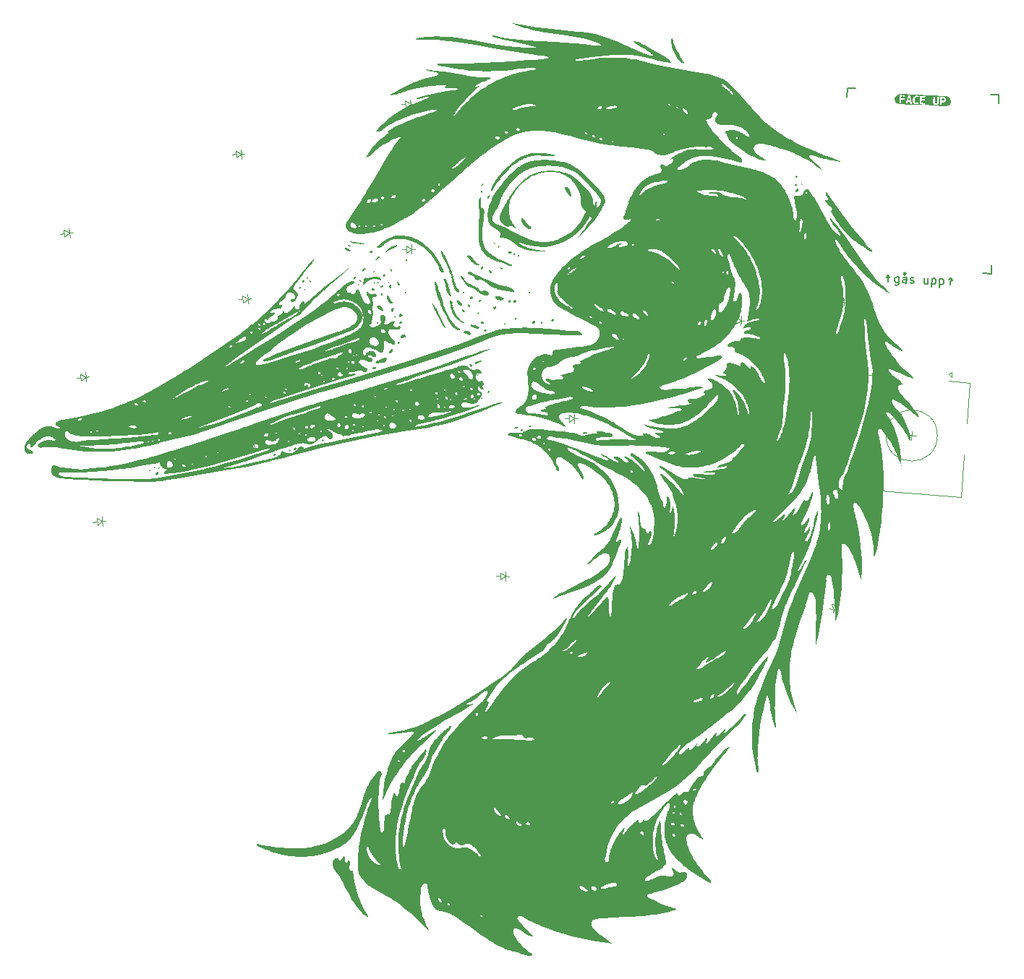
<source format=gbr>
%TF.GenerationSoftware,KiCad,Pcbnew,7.0.8*%
%TF.CreationDate,2023-11-06T14:18:33+01:00*%
%TF.ProjectId,goose_choc_routing,676f6f73-655f-4636-986f-635f726f7574,v1.0.0*%
%TF.SameCoordinates,Original*%
%TF.FileFunction,Legend,Top*%
%TF.FilePolarity,Positive*%
%FSLAX46Y46*%
G04 Gerber Fmt 4.6, Leading zero omitted, Abs format (unit mm)*
G04 Created by KiCad (PCBNEW 7.0.8) date 2023-11-06 14:18:33*
%MOMM*%
%LPD*%
G01*
G04 APERTURE LIST*
%ADD10C,0.000000*%
%ADD11C,0.150000*%
%ADD12C,0.100000*%
%ADD13C,0.120000*%
G04 APERTURE END LIST*
D10*
G36*
X245254733Y-98311217D02*
G01*
X245315862Y-98514385D01*
X245384191Y-98714729D01*
X245459088Y-98912469D01*
X245539918Y-99107828D01*
X245626045Y-99301026D01*
X245716836Y-99492284D01*
X245811659Y-99681824D01*
X246010851Y-100056633D01*
X246218554Y-100427221D01*
X246639179Y-101162820D01*
X246639179Y-101162821D01*
X246614831Y-101167196D01*
X246590821Y-101170034D01*
X246567145Y-101171390D01*
X246543807Y-101171321D01*
X246520801Y-101169883D01*
X246498133Y-101167131D01*
X246475797Y-101163123D01*
X246453795Y-101157913D01*
X246432125Y-101151559D01*
X246410790Y-101144114D01*
X246389785Y-101135637D01*
X246369114Y-101126183D01*
X246348775Y-101115807D01*
X246328767Y-101104569D01*
X246309089Y-101092519D01*
X246289742Y-101079718D01*
X246252038Y-101052082D01*
X246215652Y-101022109D01*
X246180578Y-100990244D01*
X246146817Y-100956940D01*
X246114362Y-100922642D01*
X246083212Y-100887803D01*
X246024814Y-100818282D01*
X245904745Y-100680464D01*
X245790832Y-100535920D01*
X245683715Y-100385183D01*
X245584037Y-100228785D01*
X245492438Y-100067265D01*
X245409557Y-99901153D01*
X245336040Y-99730983D01*
X245272525Y-99557294D01*
X245219653Y-99380612D01*
X245178069Y-99201477D01*
X245148408Y-99020419D01*
X245131316Y-98837974D01*
X245127430Y-98654678D01*
X245137395Y-98471060D01*
X245161851Y-98287658D01*
X245201440Y-98105003D01*
X245254733Y-98311217D01*
G37*
G36*
X259833232Y-114344073D02*
G01*
X259848280Y-114348733D01*
X259863119Y-114356923D01*
X259877595Y-114368909D01*
X259891563Y-114384953D01*
X259904876Y-114405319D01*
X259917389Y-114430270D01*
X259928948Y-114460070D01*
X259917038Y-114479230D01*
X259905284Y-114498660D01*
X259893363Y-114518055D01*
X259887245Y-114527643D01*
X259880966Y-114537108D01*
X259874487Y-114546412D01*
X259867770Y-114555516D01*
X259860777Y-114564381D01*
X259853466Y-114572971D01*
X259845797Y-114581246D01*
X259837732Y-114589169D01*
X259829232Y-114596701D01*
X259820256Y-114603803D01*
X259792588Y-114605892D01*
X259768399Y-114604919D01*
X259747548Y-114601150D01*
X259729882Y-114594844D01*
X259715253Y-114586268D01*
X259703515Y-114575686D01*
X259694522Y-114563360D01*
X259688122Y-114549557D01*
X259684172Y-114534537D01*
X259682519Y-114518565D01*
X259683019Y-114501905D01*
X259685523Y-114484821D01*
X259689883Y-114467577D01*
X259695954Y-114450434D01*
X259703584Y-114433658D01*
X259712627Y-114417512D01*
X259722936Y-114402261D01*
X259734362Y-114388166D01*
X259746759Y-114375494D01*
X259759977Y-114364506D01*
X259773870Y-114355468D01*
X259788291Y-114348641D01*
X259803090Y-114344290D01*
X259818118Y-114342680D01*
X259833232Y-114344073D01*
G37*
G36*
X260339142Y-115235840D02*
G01*
X260347318Y-115236836D01*
X260356131Y-115238622D01*
X260365476Y-115241168D01*
X260385346Y-115248429D01*
X260406092Y-115258386D01*
X260426871Y-115270799D01*
X260437011Y-115277855D01*
X260446843Y-115285438D01*
X260456267Y-115293519D01*
X260465173Y-115302068D01*
X260473460Y-115311057D01*
X260481020Y-115320453D01*
X260487749Y-115330232D01*
X260493544Y-115340362D01*
X260505852Y-115361925D01*
X260516249Y-115381468D01*
X260524820Y-115399051D01*
X260531648Y-115414739D01*
X260536822Y-115428591D01*
X260540428Y-115440669D01*
X260542550Y-115451038D01*
X260543273Y-115459756D01*
X260542687Y-115466889D01*
X260540873Y-115472497D01*
X260537920Y-115476642D01*
X260533911Y-115479386D01*
X260528934Y-115480792D01*
X260523076Y-115480921D01*
X260516419Y-115479838D01*
X260509051Y-115477600D01*
X260501056Y-115474273D01*
X260492524Y-115469917D01*
X260483536Y-115464595D01*
X260474179Y-115458370D01*
X260454705Y-115443452D01*
X260434788Y-115425665D01*
X260415112Y-115405501D01*
X260396364Y-115383457D01*
X260387554Y-115371887D01*
X260379233Y-115360032D01*
X260371485Y-115347956D01*
X260364399Y-115335719D01*
X260350418Y-115321338D01*
X260338649Y-115308187D01*
X260328985Y-115296237D01*
X260321324Y-115285459D01*
X260315557Y-115275823D01*
X260311584Y-115267300D01*
X260309298Y-115259859D01*
X260308592Y-115253475D01*
X260309365Y-115248114D01*
X260311509Y-115243751D01*
X260314920Y-115240353D01*
X260319495Y-115237891D01*
X260325126Y-115236340D01*
X260331711Y-115235665D01*
X260339142Y-115235840D01*
G37*
G36*
X259753672Y-115313491D02*
G01*
X259767904Y-115317859D01*
X259781157Y-115324839D01*
X259793205Y-115334598D01*
X259803821Y-115347308D01*
X259812782Y-115363138D01*
X259819860Y-115382257D01*
X259824830Y-115404835D01*
X259827466Y-115431043D01*
X259827540Y-115461049D01*
X259791887Y-115485612D01*
X259773842Y-115497813D01*
X259764706Y-115503726D01*
X259755471Y-115509451D01*
X259746118Y-115514943D01*
X259736631Y-115520151D01*
X259726993Y-115525030D01*
X259717184Y-115529532D01*
X259707192Y-115533610D01*
X259696994Y-115537215D01*
X259686577Y-115540302D01*
X259675922Y-115542821D01*
X259650299Y-115534027D01*
X259628896Y-115523937D01*
X259611483Y-115512721D01*
X259597836Y-115500550D01*
X259587733Y-115487590D01*
X259580943Y-115474017D01*
X259577240Y-115459995D01*
X259576401Y-115445696D01*
X259578198Y-115431293D01*
X259582407Y-115416950D01*
X259588800Y-115402840D01*
X259597152Y-115389133D01*
X259607236Y-115375999D01*
X259618827Y-115363606D01*
X259631699Y-115352125D01*
X259645625Y-115341727D01*
X259660382Y-115332579D01*
X259675741Y-115324853D01*
X259691478Y-115318718D01*
X259707364Y-115314345D01*
X259723177Y-115311903D01*
X259738687Y-115311562D01*
X259753672Y-115313491D01*
G37*
G36*
X259923306Y-115881431D02*
G01*
X259935987Y-115883676D01*
X259947702Y-115887924D01*
X259958425Y-115894033D01*
X259968142Y-115901859D01*
X259976830Y-115911260D01*
X259984471Y-115922091D01*
X259991046Y-115934211D01*
X259996533Y-115947477D01*
X260000918Y-115961745D01*
X260004176Y-115976873D01*
X260006290Y-115992715D01*
X260007241Y-116009131D01*
X260007008Y-116025976D01*
X260005572Y-116043108D01*
X260002915Y-116060386D01*
X259999015Y-116077662D01*
X259993857Y-116094797D01*
X259987418Y-116111646D01*
X259979680Y-116128066D01*
X259970620Y-116143917D01*
X259960223Y-116159050D01*
X259948468Y-116173326D01*
X259935335Y-116186601D01*
X259920807Y-116198734D01*
X259886326Y-116215685D01*
X259854392Y-116229631D01*
X259824947Y-116240716D01*
X259797930Y-116249082D01*
X259773285Y-116254867D01*
X259750950Y-116258216D01*
X259730869Y-116259269D01*
X259712981Y-116258167D01*
X259697228Y-116255050D01*
X259683555Y-116250062D01*
X259671897Y-116243344D01*
X259662200Y-116235035D01*
X259654403Y-116225279D01*
X259648448Y-116214217D01*
X259644277Y-116201988D01*
X259641828Y-116188734D01*
X259641048Y-116174599D01*
X259641873Y-116159723D01*
X259644245Y-116144247D01*
X259648110Y-116128312D01*
X259653404Y-116112060D01*
X259660069Y-116095632D01*
X259668049Y-116079170D01*
X259677283Y-116062814D01*
X259687715Y-116046707D01*
X259699282Y-116030989D01*
X259711927Y-116015801D01*
X259725594Y-116001288D01*
X259740221Y-115987587D01*
X259755751Y-115974841D01*
X259772122Y-115963192D01*
X259789281Y-115952780D01*
X259809016Y-115933843D01*
X259827943Y-115918056D01*
X259846035Y-115905274D01*
X259863271Y-115895353D01*
X259879637Y-115888151D01*
X259895110Y-115883526D01*
X259909673Y-115881334D01*
X259923306Y-115881431D01*
G37*
G36*
X223042025Y-115244607D02*
G01*
X223047475Y-115247347D01*
X223052372Y-115251602D01*
X223056701Y-115257263D01*
X223060450Y-115264222D01*
X223063606Y-115272378D01*
X223066158Y-115281621D01*
X223068091Y-115291845D01*
X223070059Y-115314813D01*
X223069409Y-115340429D01*
X223066043Y-115367844D01*
X223059859Y-115396202D01*
X223050761Y-115424659D01*
X223045087Y-115438655D01*
X223038646Y-115452357D01*
X223031427Y-115465657D01*
X223023417Y-115478449D01*
X223023412Y-115478448D01*
X222992562Y-115528466D01*
X222980221Y-115553248D01*
X222968669Y-115574390D01*
X222957900Y-115592059D01*
X222947906Y-115606421D01*
X222938679Y-115617644D01*
X222930207Y-115625897D01*
X222922489Y-115631342D01*
X222915509Y-115634152D01*
X222909264Y-115634489D01*
X222903741Y-115632524D01*
X222898938Y-115628421D01*
X222894841Y-115622351D01*
X222891445Y-115614477D01*
X222888741Y-115604970D01*
X222885375Y-115581717D01*
X222884678Y-115553931D01*
X222886584Y-115522949D01*
X222891026Y-115490105D01*
X222897941Y-115456739D01*
X222907259Y-115424188D01*
X222918917Y-115393788D01*
X222925603Y-115379814D01*
X222932848Y-115366877D01*
X222940645Y-115355147D01*
X222948985Y-115344792D01*
X222959720Y-115323860D01*
X222970039Y-115305613D01*
X222979926Y-115289943D01*
X222989369Y-115276745D01*
X222998359Y-115265911D01*
X223006879Y-115257335D01*
X223014918Y-115250912D01*
X223022466Y-115246534D01*
X223029507Y-115244094D01*
X223036030Y-115243489D01*
X223042025Y-115244607D01*
G37*
G36*
X229819052Y-111698012D02*
G01*
X230111895Y-111715768D01*
X230403960Y-111743271D01*
X230694838Y-111780300D01*
X230984113Y-111826640D01*
X230997994Y-111832354D01*
X231013247Y-111837553D01*
X231047375Y-111846607D01*
X231085530Y-111854200D01*
X231126742Y-111860731D01*
X231302799Y-111884211D01*
X231344768Y-111891414D01*
X231383984Y-111899947D01*
X231419478Y-111910210D01*
X231435524Y-111916115D01*
X231450275Y-111922600D01*
X231463614Y-111929719D01*
X231475415Y-111937518D01*
X231485559Y-111946050D01*
X231493924Y-111955361D01*
X231500390Y-111965506D01*
X231504835Y-111976529D01*
X231507137Y-111988485D01*
X231507176Y-112001421D01*
X231409417Y-112023476D01*
X231311183Y-112040459D01*
X231212529Y-112052841D01*
X231113508Y-112061105D01*
X231014179Y-112065721D01*
X230914588Y-112067171D01*
X230814797Y-112065930D01*
X230714855Y-112062475D01*
X230514739Y-112050828D01*
X230314669Y-112036046D01*
X230115086Y-112021939D01*
X229916416Y-112012322D01*
X229771014Y-112000880D01*
X229625376Y-111994751D01*
X229479675Y-111993894D01*
X229334082Y-111998271D01*
X229188767Y-112007839D01*
X229043900Y-112022562D01*
X228899651Y-112042397D01*
X228756194Y-112067303D01*
X228613694Y-112097243D01*
X228472328Y-112132173D01*
X228332262Y-112172057D01*
X228193668Y-112216852D01*
X228056715Y-112266519D01*
X227921574Y-112321018D01*
X227788417Y-112380309D01*
X227657416Y-112444351D01*
X227420171Y-112571387D01*
X227190500Y-112709123D01*
X226968128Y-112856895D01*
X226752772Y-113014040D01*
X226544160Y-113179892D01*
X226342011Y-113353790D01*
X226146049Y-113535066D01*
X225955996Y-113723059D01*
X225771574Y-113917104D01*
X225592509Y-114116537D01*
X225418520Y-114320692D01*
X225249331Y-114528906D01*
X225084665Y-114740516D01*
X224924246Y-114954857D01*
X224615031Y-115389075D01*
X224595583Y-115408917D01*
X224576898Y-115429374D01*
X224558939Y-115450403D01*
X224541657Y-115471961D01*
X224525011Y-115494006D01*
X224508958Y-115516496D01*
X224493456Y-115539388D01*
X224478458Y-115562641D01*
X224449810Y-115610056D01*
X224422675Y-115658404D01*
X224396703Y-115707346D01*
X224371550Y-115756542D01*
X224363841Y-115766245D01*
X224355936Y-115777946D01*
X224339553Y-115806558D01*
X224322428Y-115840824D01*
X224304598Y-115879180D01*
X224266930Y-115961934D01*
X224247154Y-116003215D01*
X224226791Y-116042351D01*
X224205870Y-116077787D01*
X224195210Y-116093629D01*
X224184422Y-116107962D01*
X224173510Y-116120588D01*
X224162478Y-116131317D01*
X224151329Y-116139949D01*
X224140068Y-116146293D01*
X224128696Y-116150152D01*
X224117222Y-116151331D01*
X224105643Y-116149637D01*
X224093970Y-116144875D01*
X224082201Y-116136847D01*
X224070341Y-116125363D01*
X224058397Y-116110223D01*
X224046369Y-116091236D01*
X224043081Y-116065338D01*
X224040924Y-116039520D01*
X224039860Y-116013789D01*
X224039839Y-115988140D01*
X224042765Y-115937115D01*
X224049347Y-115886456D01*
X224059238Y-115836184D01*
X224072087Y-115786312D01*
X224087544Y-115736861D01*
X224105255Y-115687844D01*
X224124874Y-115639281D01*
X224146049Y-115591184D01*
X224191664Y-115496466D01*
X224286137Y-115313388D01*
X224403077Y-115131701D01*
X224521905Y-114950948D01*
X224643257Y-114771762D01*
X224767774Y-114594776D01*
X224896091Y-114420629D01*
X225028843Y-114249950D01*
X225166672Y-114083375D01*
X225237689Y-114001825D01*
X225310214Y-113921540D01*
X225660198Y-113557952D01*
X225841730Y-113380442D01*
X226027753Y-113206874D01*
X226218380Y-113038067D01*
X226413704Y-112874834D01*
X226613833Y-112717995D01*
X226818870Y-112568364D01*
X227028918Y-112426760D01*
X227244080Y-112293998D01*
X227464459Y-112170892D01*
X227690156Y-112058262D01*
X227921278Y-111956921D01*
X228157924Y-111867688D01*
X228400201Y-111791379D01*
X228648208Y-111728810D01*
X228940013Y-111705402D01*
X229232698Y-111692611D01*
X229525849Y-111690221D01*
X229819052Y-111698012D01*
G37*
G36*
X222899628Y-116082044D02*
G01*
X222909364Y-116084875D01*
X222919615Y-116089386D01*
X222930345Y-116095674D01*
X222941523Y-116103829D01*
X222953114Y-116113944D01*
X222965086Y-116126106D01*
X222977409Y-116140412D01*
X222990045Y-116156952D01*
X222993530Y-116164203D01*
X222996671Y-116172034D01*
X222999460Y-116180369D01*
X223001892Y-116189124D01*
X223003963Y-116198224D01*
X223005669Y-116207584D01*
X223007002Y-116217126D01*
X223007960Y-116226770D01*
X223008540Y-116236438D01*
X223008731Y-116246045D01*
X223008534Y-116255517D01*
X223007942Y-116264767D01*
X223006949Y-116273723D01*
X223005550Y-116282298D01*
X223003743Y-116290416D01*
X223001520Y-116297996D01*
X222998878Y-116304958D01*
X222995810Y-116311221D01*
X222992313Y-116316707D01*
X222988384Y-116321334D01*
X222984015Y-116325022D01*
X222979200Y-116327693D01*
X222973935Y-116329267D01*
X222968220Y-116329659D01*
X222962045Y-116328795D01*
X222955408Y-116326593D01*
X222948301Y-116322972D01*
X222940719Y-116317853D01*
X222932662Y-116311155D01*
X222924119Y-116302799D01*
X222915088Y-116292705D01*
X222905568Y-116280793D01*
X222893102Y-116270727D01*
X222881942Y-116260144D01*
X222872053Y-116249135D01*
X222863403Y-116237793D01*
X222855957Y-116226208D01*
X222849682Y-116214473D01*
X222844547Y-116202678D01*
X222840519Y-116190917D01*
X222837564Y-116179281D01*
X222835647Y-116167861D01*
X222834742Y-116156748D01*
X222834809Y-116146037D01*
X222835817Y-116135816D01*
X222837734Y-116126178D01*
X222840527Y-116117213D01*
X222844163Y-116109017D01*
X222848608Y-116101679D01*
X222853830Y-116095290D01*
X222859794Y-116089944D01*
X222866472Y-116085730D01*
X222873827Y-116082742D01*
X222881827Y-116081070D01*
X222890439Y-116080808D01*
X222899628Y-116082044D01*
G37*
G36*
X223891452Y-116625416D02*
G01*
X223881100Y-116653962D01*
X223871588Y-116682897D01*
X223862692Y-116712114D01*
X223829013Y-116829870D01*
X223819992Y-116859033D01*
X223810300Y-116887887D01*
X223799722Y-116916333D01*
X223788042Y-116944274D01*
X223775046Y-116971607D01*
X223760517Y-116998234D01*
X223744244Y-117024057D01*
X223726006Y-117048976D01*
X223701027Y-117050800D01*
X223679059Y-117049658D01*
X223660001Y-117045743D01*
X223643744Y-117039249D01*
X223630189Y-117030371D01*
X223619227Y-117019300D01*
X223610756Y-117006234D01*
X223604671Y-116991362D01*
X223600865Y-116974883D01*
X223599239Y-116956986D01*
X223599684Y-116937868D01*
X223602099Y-116917721D01*
X223606377Y-116896741D01*
X223612413Y-116875120D01*
X223620103Y-116853052D01*
X223629345Y-116830731D01*
X223640032Y-116808352D01*
X223652062Y-116786105D01*
X223665328Y-116764188D01*
X223679728Y-116742794D01*
X223695154Y-116722115D01*
X223711505Y-116702346D01*
X223728677Y-116683683D01*
X223746560Y-116666315D01*
X223765057Y-116650440D01*
X223784058Y-116636249D01*
X223803463Y-116623939D01*
X223823163Y-116613701D01*
X223843058Y-116605729D01*
X223863041Y-116600220D01*
X223883007Y-116597363D01*
X223902853Y-116597354D01*
X223891452Y-116625416D01*
G37*
G36*
X264337141Y-117748296D02*
G01*
X265409369Y-119225184D01*
X265957128Y-119954669D01*
X266517298Y-120674390D01*
X267093368Y-121381506D01*
X267688825Y-122073172D01*
X267688822Y-122073173D01*
X267688820Y-122073174D01*
X267688819Y-122073175D01*
X267688818Y-122073175D01*
X267688814Y-122073175D01*
X267688813Y-122073176D01*
X267688812Y-122073176D01*
X267688810Y-122073177D01*
X267688807Y-122073177D01*
X267763544Y-122163174D01*
X267840122Y-122251545D01*
X267918158Y-122338626D01*
X267997271Y-122424755D01*
X268316774Y-122766492D01*
X268325654Y-122782153D01*
X268336226Y-122798050D01*
X268348327Y-122814167D01*
X268361802Y-122830488D01*
X268392225Y-122863676D01*
X268426211Y-122897491D01*
X268499753Y-122966487D01*
X268536744Y-123001416D01*
X268572175Y-123036463D01*
X268604760Y-123071501D01*
X268619588Y-123088979D01*
X268633224Y-123106406D01*
X268645509Y-123123768D01*
X268656281Y-123141049D01*
X268665381Y-123158231D01*
X268672649Y-123175301D01*
X268677927Y-123192243D01*
X268681052Y-123209039D01*
X268681865Y-123225676D01*
X268680204Y-123242135D01*
X268675910Y-123258404D01*
X268668822Y-123274463D01*
X268658784Y-123290300D01*
X268645628Y-123305894D01*
X268581307Y-123280018D01*
X268517860Y-123252352D01*
X268455260Y-123222995D01*
X268393470Y-123192050D01*
X268332455Y-123159615D01*
X268272184Y-123125792D01*
X268212626Y-123090681D01*
X268153747Y-123054379D01*
X268037884Y-122978613D01*
X267924334Y-122899294D01*
X267812831Y-122817225D01*
X267703107Y-122733205D01*
X267403548Y-122545699D01*
X267111246Y-122347646D01*
X266826354Y-122139416D01*
X266549032Y-121921383D01*
X266279432Y-121693919D01*
X266017708Y-121457399D01*
X265764016Y-121212191D01*
X265518514Y-120958672D01*
X265281355Y-120697212D01*
X265052693Y-120428185D01*
X264832685Y-120151961D01*
X264621485Y-119868916D01*
X264419250Y-119579421D01*
X264226133Y-119283848D01*
X264042292Y-118982571D01*
X263867879Y-118675963D01*
X263847317Y-118660900D01*
X263829899Y-118646251D01*
X263815458Y-118631986D01*
X263803835Y-118618081D01*
X263794869Y-118604505D01*
X263788393Y-118591228D01*
X263784247Y-118578221D01*
X263782267Y-118565458D01*
X263782292Y-118552912D01*
X263784160Y-118540547D01*
X263787707Y-118528341D01*
X263792772Y-118516264D01*
X263799190Y-118504286D01*
X263806802Y-118492381D01*
X263815440Y-118480518D01*
X263824948Y-118468669D01*
X263845911Y-118444899D01*
X263868393Y-118420845D01*
X263891093Y-118396274D01*
X263912708Y-118370963D01*
X263922704Y-118357955D01*
X263931940Y-118344677D01*
X263940258Y-118331099D01*
X263947490Y-118317193D01*
X263953478Y-118302928D01*
X263958058Y-118288278D01*
X263961066Y-118273213D01*
X263962339Y-118257706D01*
X263946276Y-118223635D01*
X263928853Y-118190604D01*
X263910156Y-118158547D01*
X263890271Y-118127398D01*
X263869280Y-118097092D01*
X263847267Y-118067564D01*
X263800513Y-118010577D01*
X263750688Y-117955913D01*
X263698459Y-117903050D01*
X263644509Y-117851464D01*
X263589502Y-117800632D01*
X263479030Y-117699134D01*
X263424909Y-117647418D01*
X263372431Y-117594362D01*
X263322270Y-117539442D01*
X263275098Y-117482132D01*
X263252845Y-117452419D01*
X263231590Y-117421909D01*
X263211423Y-117390544D01*
X263192422Y-117358253D01*
X263173279Y-117332866D01*
X263158188Y-117310862D01*
X263146928Y-117292025D01*
X263139283Y-117276132D01*
X263135028Y-117262964D01*
X263133949Y-117252300D01*
X263135826Y-117243921D01*
X263140437Y-117237605D01*
X263147565Y-117233133D01*
X263156988Y-117230286D01*
X263168490Y-117228841D01*
X263181850Y-117228580D01*
X263213268Y-117230727D01*
X263249487Y-117234966D01*
X263288752Y-117239535D01*
X263329309Y-117242673D01*
X263369405Y-117242619D01*
X263388732Y-117240845D01*
X263407284Y-117237611D01*
X263424845Y-117232700D01*
X263441194Y-117225888D01*
X263456110Y-117216958D01*
X263469377Y-117205690D01*
X263480773Y-117191861D01*
X263490080Y-117175253D01*
X263497079Y-117155645D01*
X263501550Y-117132818D01*
X263498563Y-117104944D01*
X263493061Y-117077116D01*
X263485270Y-117049336D01*
X263475415Y-117021602D01*
X263463717Y-116993915D01*
X263450402Y-116966277D01*
X263419824Y-116911148D01*
X263277775Y-116692663D01*
X263246313Y-116638577D01*
X263232426Y-116611615D01*
X263220065Y-116584712D01*
X263209459Y-116557866D01*
X263200831Y-116531076D01*
X263194403Y-116504343D01*
X263190403Y-116477670D01*
X263189053Y-116451057D01*
X263190579Y-116424504D01*
X263195206Y-116398009D01*
X263203158Y-116371577D01*
X263214657Y-116345205D01*
X263229934Y-116318896D01*
X263249208Y-116292650D01*
X263272707Y-116266468D01*
X264337141Y-117748296D01*
G37*
G36*
X224292238Y-122134267D02*
G01*
X224300371Y-122135611D01*
X224309385Y-122137936D01*
X224329611Y-122145322D01*
X224351991Y-122155992D01*
X224375604Y-122169509D01*
X224399529Y-122185443D01*
X224422848Y-122203360D01*
X224444635Y-122222827D01*
X224454666Y-122233005D01*
X224463971Y-122243409D01*
X224472432Y-122253985D01*
X224479935Y-122264676D01*
X224497423Y-122296043D01*
X224510821Y-122318793D01*
X224521880Y-122338981D01*
X224530712Y-122356708D01*
X224537436Y-122372073D01*
X224542164Y-122385176D01*
X224545012Y-122396116D01*
X224546096Y-122404994D01*
X224545530Y-122411910D01*
X224543427Y-122416965D01*
X224539905Y-122420257D01*
X224535079Y-122421887D01*
X224529059Y-122421953D01*
X224521967Y-122420556D01*
X224513913Y-122417797D01*
X224505015Y-122413777D01*
X224495385Y-122408593D01*
X224474392Y-122395135D01*
X224451857Y-122378225D01*
X224428698Y-122358664D01*
X224405836Y-122337247D01*
X224384188Y-122314775D01*
X224364675Y-122292049D01*
X224348217Y-122269868D01*
X224341420Y-122259230D01*
X224335730Y-122249029D01*
X224319390Y-122230920D01*
X224305548Y-122214554D01*
X224294087Y-122199875D01*
X224284891Y-122186827D01*
X224277845Y-122175360D01*
X224272837Y-122165417D01*
X224269749Y-122156944D01*
X224268466Y-122149889D01*
X224268873Y-122144195D01*
X224270857Y-122139810D01*
X224274301Y-122136679D01*
X224279089Y-122134747D01*
X224285106Y-122133962D01*
X224292238Y-122134267D01*
G37*
G36*
X224954812Y-122572216D02*
G01*
X224965936Y-122576928D01*
X224976845Y-122584660D01*
X224987427Y-122595634D01*
X224997568Y-122610069D01*
X225007151Y-122628180D01*
X225016062Y-122650188D01*
X225024185Y-122676309D01*
X225019767Y-122684298D01*
X225015520Y-122692439D01*
X225007325Y-122709004D01*
X224999162Y-122725661D01*
X224994959Y-122733918D01*
X224990601Y-122742067D01*
X224986037Y-122750070D01*
X224981212Y-122757879D01*
X224976068Y-122765455D01*
X224970558Y-122772753D01*
X224964620Y-122779730D01*
X224958205Y-122786346D01*
X224954802Y-122789504D01*
X224951258Y-122792555D01*
X224947567Y-122795494D01*
X224943725Y-122798315D01*
X224922821Y-122798405D01*
X224904579Y-122796058D01*
X224888880Y-122791496D01*
X224875613Y-122784936D01*
X224864659Y-122776596D01*
X224855906Y-122766695D01*
X224849236Y-122755450D01*
X224844540Y-122743081D01*
X224841698Y-122729805D01*
X224840596Y-122715840D01*
X224841120Y-122701405D01*
X224843155Y-122686719D01*
X224846586Y-122672001D01*
X224851297Y-122657464D01*
X224857175Y-122643333D01*
X224864104Y-122629822D01*
X224871968Y-122617153D01*
X224880656Y-122605541D01*
X224890049Y-122595204D01*
X224900034Y-122586363D01*
X224910495Y-122579234D01*
X224921319Y-122574037D01*
X224932390Y-122570990D01*
X224943593Y-122570312D01*
X224954812Y-122572216D01*
G37*
G36*
X207527098Y-122016931D02*
G01*
X207600048Y-122029036D01*
X207745039Y-122058110D01*
X207889213Y-122091528D01*
X208033046Y-122126707D01*
X208177009Y-122161072D01*
X208321577Y-122192040D01*
X208394235Y-122205443D01*
X208467223Y-122217031D01*
X208540599Y-122226480D01*
X208614422Y-122233467D01*
X208614422Y-122233463D01*
X208652054Y-122239144D01*
X208690009Y-122243831D01*
X208766616Y-122251170D01*
X208920725Y-122264299D01*
X208959044Y-122268631D01*
X208997146Y-122273857D01*
X209034960Y-122280210D01*
X209072423Y-122287927D01*
X209109462Y-122297242D01*
X209146015Y-122308390D01*
X209182010Y-122321609D01*
X209217383Y-122337134D01*
X209152647Y-122342539D01*
X209087870Y-122346546D01*
X208958232Y-122350645D01*
X208828551Y-122349991D01*
X208698906Y-122345129D01*
X208569381Y-122336624D01*
X208440058Y-122325024D01*
X208311019Y-122310886D01*
X208182344Y-122294765D01*
X207984404Y-122263372D01*
X207933366Y-122254364D01*
X207882406Y-122244224D01*
X207831872Y-122232616D01*
X207782112Y-122219206D01*
X207733476Y-122203659D01*
X207686311Y-122185640D01*
X207640966Y-122164814D01*
X207619086Y-122153245D01*
X207597792Y-122140848D01*
X207577127Y-122127582D01*
X207557137Y-122113408D01*
X207537862Y-122098278D01*
X207519348Y-122082153D01*
X207501637Y-122064995D01*
X207484773Y-122046756D01*
X207468803Y-122027399D01*
X207453766Y-122006880D01*
X207527098Y-122016931D01*
G37*
G36*
X230379071Y-112507602D02*
G01*
X230594145Y-112514840D01*
X231024048Y-112542848D01*
X231452958Y-112586216D01*
X231880060Y-112641724D01*
X232304555Y-112706153D01*
X232551948Y-112766820D01*
X232794521Y-112840309D01*
X233032238Y-112925977D01*
X233265049Y-113023175D01*
X233492914Y-113131258D01*
X233715787Y-113249578D01*
X233933625Y-113377490D01*
X234146387Y-113514347D01*
X234354024Y-113659502D01*
X234556497Y-113812313D01*
X234753757Y-113972128D01*
X234945767Y-114138304D01*
X235132478Y-114310194D01*
X235313849Y-114487153D01*
X235489834Y-114668531D01*
X235660389Y-114853685D01*
X235720903Y-114932075D01*
X235782844Y-115009215D01*
X235846097Y-115085202D01*
X235910544Y-115160139D01*
X236042561Y-115307259D01*
X236177964Y-115451373D01*
X236315820Y-115593279D01*
X236455203Y-115733775D01*
X236734819Y-116013733D01*
X236810240Y-116089334D01*
X236883766Y-116168813D01*
X236954736Y-116251940D01*
X237022499Y-116338483D01*
X237086399Y-116428214D01*
X237145780Y-116520904D01*
X237199989Y-116616318D01*
X237248372Y-116714232D01*
X237290273Y-116814411D01*
X237325034Y-116916627D01*
X237352006Y-117020651D01*
X237370528Y-117126250D01*
X237376419Y-117179571D01*
X237379950Y-117233199D01*
X237381043Y-117287104D01*
X237379616Y-117341262D01*
X237375585Y-117395641D01*
X237368870Y-117450211D01*
X237359388Y-117504947D01*
X237347057Y-117559818D01*
X237227113Y-117814292D01*
X237099286Y-118064353D01*
X236963946Y-118310078D01*
X236821459Y-118551548D01*
X236672192Y-118788842D01*
X236516517Y-119022040D01*
X236354798Y-119251221D01*
X236187402Y-119476465D01*
X236014696Y-119697848D01*
X235837054Y-119915451D01*
X235654834Y-120129356D01*
X235468411Y-120339638D01*
X235278150Y-120546379D01*
X235084418Y-120749658D01*
X234688015Y-121146145D01*
X234611333Y-121217790D01*
X234535308Y-121290811D01*
X234383390Y-121437691D01*
X234306588Y-121509905D01*
X234228608Y-121580205D01*
X234189032Y-121614378D01*
X234148993Y-121647764D01*
X234108431Y-121680262D01*
X234067289Y-121711765D01*
X234146777Y-121595217D01*
X234229910Y-121480210D01*
X234315898Y-121366461D01*
X234403958Y-121253687D01*
X234761202Y-120806650D01*
X234878655Y-120662042D01*
X234992773Y-120514988D01*
X235104262Y-120366009D01*
X235213828Y-120215623D01*
X235646979Y-119610419D01*
X235662855Y-119596713D01*
X235677566Y-119581326D01*
X235691102Y-119564433D01*
X235703450Y-119546218D01*
X235714598Y-119526865D01*
X235724537Y-119506550D01*
X235733254Y-119485460D01*
X235740739Y-119463771D01*
X235746979Y-119441666D01*
X235751962Y-119419325D01*
X235755677Y-119396931D01*
X235758116Y-119374665D01*
X235759262Y-119352708D01*
X235759107Y-119331240D01*
X235757639Y-119310444D01*
X235754848Y-119290498D01*
X235750719Y-119271588D01*
X235745243Y-119253890D01*
X235738410Y-119237589D01*
X235730205Y-119222864D01*
X235720618Y-119209897D01*
X235709640Y-119198870D01*
X235697255Y-119189961D01*
X235683456Y-119183354D01*
X235668230Y-119179230D01*
X235651565Y-119177770D01*
X235633449Y-119179153D01*
X235613871Y-119183564D01*
X235592821Y-119191181D01*
X235570285Y-119202185D01*
X235546255Y-119216760D01*
X235520717Y-119235085D01*
X235419319Y-119410403D01*
X235313301Y-119583226D01*
X235202701Y-119753356D01*
X235087566Y-119920594D01*
X234967935Y-120084743D01*
X234843855Y-120245602D01*
X234715367Y-120402975D01*
X234582514Y-120556662D01*
X234445338Y-120706466D01*
X234303883Y-120852188D01*
X234158192Y-120993626D01*
X234008307Y-121130587D01*
X233854270Y-121262869D01*
X233696125Y-121390276D01*
X233533919Y-121512606D01*
X233367686Y-121629663D01*
X233230125Y-121723180D01*
X233089880Y-121812123D01*
X232947093Y-121896558D01*
X232801906Y-121976545D01*
X232654464Y-122052146D01*
X232504909Y-122123425D01*
X232353383Y-122190439D01*
X232200030Y-122253257D01*
X232044996Y-122311935D01*
X231888417Y-122366538D01*
X231730443Y-122417127D01*
X231571211Y-122463762D01*
X231410868Y-122506508D01*
X231249556Y-122545427D01*
X231087417Y-122580579D01*
X230924596Y-122612028D01*
X230703801Y-122652002D01*
X230482966Y-122678544D01*
X230262167Y-122692675D01*
X230041484Y-122695415D01*
X229820990Y-122687786D01*
X229600762Y-122670803D01*
X229380879Y-122645488D01*
X229161419Y-122612863D01*
X228942453Y-122573947D01*
X228724062Y-122529759D01*
X228289311Y-122429651D01*
X227430082Y-122211058D01*
X227405406Y-122201072D01*
X227383512Y-122193033D01*
X227364293Y-122186845D01*
X227347640Y-122182413D01*
X227333447Y-122179642D01*
X227321609Y-122178437D01*
X227312019Y-122178703D01*
X227304568Y-122180345D01*
X227299152Y-122183268D01*
X227295663Y-122187375D01*
X227293993Y-122192572D01*
X227294037Y-122198765D01*
X227295688Y-122205858D01*
X227298840Y-122213757D01*
X227303385Y-122222366D01*
X227309216Y-122231589D01*
X227324310Y-122251499D01*
X227343270Y-122272729D01*
X227365241Y-122294518D01*
X227389371Y-122316101D01*
X227414801Y-122336721D01*
X227440684Y-122355618D01*
X227466161Y-122372027D01*
X227490381Y-122385190D01*
X227626269Y-122462177D01*
X227764537Y-122534390D01*
X227905027Y-122601949D01*
X228047571Y-122664973D01*
X228192010Y-122723590D01*
X228338183Y-122777919D01*
X228485925Y-122828084D01*
X228635074Y-122874204D01*
X228785468Y-122916403D01*
X228936944Y-122954805D01*
X229089340Y-122989530D01*
X229242495Y-123020698D01*
X229396246Y-123048435D01*
X229550429Y-123072860D01*
X229859446Y-123112270D01*
X229859432Y-123112263D01*
X229926604Y-123122364D01*
X229993929Y-123131347D01*
X230128800Y-123147623D01*
X230360279Y-123176930D01*
X230391616Y-123181820D01*
X230418974Y-123186875D01*
X230440999Y-123192064D01*
X230456336Y-123197357D01*
X230461072Y-123200030D01*
X230463630Y-123202718D01*
X230463840Y-123205416D01*
X230461529Y-123208120D01*
X230456534Y-123210825D01*
X230448681Y-123213530D01*
X230423727Y-123218914D01*
X229974950Y-123225955D01*
X229748921Y-123222796D01*
X229522471Y-123214324D01*
X229296098Y-123199896D01*
X229070310Y-123178867D01*
X228845605Y-123150594D01*
X228622489Y-123114428D01*
X228401463Y-123069729D01*
X228183032Y-123015850D01*
X227967696Y-122952149D01*
X227755961Y-122877980D01*
X227548325Y-122792697D01*
X227345297Y-122695659D01*
X227147373Y-122586220D01*
X226955063Y-122463734D01*
X226871057Y-122372081D01*
X226782452Y-122285589D01*
X226689543Y-122204211D01*
X226592634Y-122127899D01*
X226492020Y-122056603D01*
X226388002Y-121990273D01*
X226280878Y-121928863D01*
X226170946Y-121872325D01*
X226058505Y-121820605D01*
X225943855Y-121773660D01*
X225827296Y-121731442D01*
X225709123Y-121693895D01*
X225589638Y-121660977D01*
X225469137Y-121632637D01*
X225347923Y-121608828D01*
X225226291Y-121589498D01*
X225190191Y-121593630D01*
X225158216Y-121595622D01*
X225130160Y-121595560D01*
X225105824Y-121593532D01*
X225084995Y-121589625D01*
X225067471Y-121583921D01*
X225053046Y-121576512D01*
X225041516Y-121567481D01*
X225032675Y-121556914D01*
X225026314Y-121544898D01*
X225022236Y-121531520D01*
X225020230Y-121516866D01*
X225020091Y-121501022D01*
X225021615Y-121484075D01*
X225028830Y-121447214D01*
X225083141Y-121272897D01*
X225094871Y-121226052D01*
X225099331Y-121202614D01*
X225102579Y-121179281D01*
X225104411Y-121156140D01*
X225104621Y-121133277D01*
X225103006Y-121110777D01*
X225099358Y-121088728D01*
X225082996Y-121054072D01*
X225065215Y-121020689D01*
X225046080Y-120988520D01*
X225025657Y-120957511D01*
X225004013Y-120927604D01*
X224981213Y-120898741D01*
X224932422Y-120843924D01*
X224879811Y-120792604D01*
X224823913Y-120744326D01*
X224765261Y-120698637D01*
X224704389Y-120655080D01*
X224641825Y-120613202D01*
X224578109Y-120572546D01*
X224449333Y-120493083D01*
X224322319Y-120413053D01*
X224260805Y-120371687D01*
X224201330Y-120328815D01*
X224146762Y-120292923D01*
X224095382Y-120253749D01*
X224047128Y-120211503D01*
X224001949Y-120166402D01*
X223959790Y-120118652D01*
X223920597Y-120068472D01*
X223884310Y-120016072D01*
X223850877Y-119961666D01*
X223820242Y-119905466D01*
X223792351Y-119847683D01*
X223767148Y-119788533D01*
X223744577Y-119728229D01*
X223724585Y-119666981D01*
X223707114Y-119605003D01*
X223692112Y-119542509D01*
X223679522Y-119479710D01*
X223650949Y-119312527D01*
X224161850Y-119312527D01*
X224161902Y-119345849D01*
X224163839Y-119379060D01*
X224167604Y-119412106D01*
X224173141Y-119444933D01*
X224180390Y-119477491D01*
X224189299Y-119509721D01*
X224199806Y-119541574D01*
X224211857Y-119572999D01*
X224225394Y-119603937D01*
X224240360Y-119634339D01*
X224256697Y-119664149D01*
X224274350Y-119693317D01*
X224293262Y-119721788D01*
X224313374Y-119749507D01*
X224334629Y-119776424D01*
X224356973Y-119802483D01*
X224380345Y-119827636D01*
X224404690Y-119851821D01*
X224429951Y-119874995D01*
X224456069Y-119897096D01*
X224482994Y-119918076D01*
X224510659Y-119937881D01*
X224539014Y-119956456D01*
X224567999Y-119973748D01*
X224597557Y-119989706D01*
X224880430Y-120100828D01*
X225160412Y-120218580D01*
X225713566Y-120469714D01*
X226805544Y-121004579D01*
X227351768Y-121271221D01*
X227903071Y-121525944D01*
X228181783Y-121646165D01*
X228463152Y-121760204D01*
X228747641Y-121866988D01*
X229035712Y-121965454D01*
X229035703Y-121965454D01*
X229202773Y-122010270D01*
X229371550Y-122048065D01*
X229541738Y-122078853D01*
X229713050Y-122102654D01*
X229885198Y-122119483D01*
X230057889Y-122129355D01*
X230230833Y-122132289D01*
X230403742Y-122128301D01*
X230580322Y-122116174D01*
X230755821Y-122097422D01*
X230930105Y-122072179D01*
X231103041Y-122040580D01*
X231274496Y-122002757D01*
X231444337Y-121958845D01*
X231612435Y-121908980D01*
X231778657Y-121853292D01*
X232104935Y-121724992D01*
X232422121Y-121575014D01*
X232729154Y-121404435D01*
X233024973Y-121214323D01*
X233308522Y-121005751D01*
X233578745Y-120779792D01*
X233834580Y-120537519D01*
X234074971Y-120280001D01*
X234298858Y-120008313D01*
X234505187Y-119723526D01*
X234692895Y-119426713D01*
X234860926Y-119118943D01*
X234865614Y-119097363D01*
X234871813Y-119075596D01*
X234879381Y-119053657D01*
X234888175Y-119031564D01*
X234908868Y-118986968D01*
X234932757Y-118941937D01*
X235037345Y-118759911D01*
X235060041Y-118714549D01*
X235079069Y-118669492D01*
X235086850Y-118647118D01*
X235093288Y-118624866D01*
X235098237Y-118602752D01*
X235101554Y-118580793D01*
X235103098Y-118559003D01*
X235102725Y-118537399D01*
X235100294Y-118515993D01*
X235095658Y-118494805D01*
X235088680Y-118473846D01*
X235079212Y-118453137D01*
X235067114Y-118432687D01*
X235052241Y-118412518D01*
X235020820Y-118399390D01*
X234990595Y-118384820D01*
X234961550Y-118368865D01*
X234933666Y-118351580D01*
X234906925Y-118333019D01*
X234881308Y-118313241D01*
X234856799Y-118292301D01*
X234833378Y-118270255D01*
X234811029Y-118247162D01*
X234789729Y-118223071D01*
X234750223Y-118172139D01*
X234714711Y-118117907D01*
X234683048Y-118060827D01*
X234655089Y-118001345D01*
X234630695Y-117939912D01*
X234609717Y-117876978D01*
X234592011Y-117812991D01*
X234577435Y-117748402D01*
X234565840Y-117683660D01*
X234557088Y-117619214D01*
X234551031Y-117555516D01*
X234548873Y-117372471D01*
X234537623Y-117189809D01*
X234517395Y-117007954D01*
X234488314Y-116827324D01*
X234450494Y-116648341D01*
X234404047Y-116471428D01*
X234349096Y-116297005D01*
X234285753Y-116125495D01*
X234214137Y-115957319D01*
X234134364Y-115792899D01*
X234046552Y-115632654D01*
X233950819Y-115477009D01*
X233847279Y-115326385D01*
X233736051Y-115181201D01*
X233617248Y-115041881D01*
X233490992Y-114908846D01*
X233379520Y-114798093D01*
X233262769Y-114693551D01*
X233141069Y-114595266D01*
X233014755Y-114503289D01*
X232884150Y-114417670D01*
X232749590Y-114338455D01*
X232611403Y-114265696D01*
X232469918Y-114199438D01*
X232325468Y-114139734D01*
X232178381Y-114086632D01*
X232028987Y-114040180D01*
X231877620Y-114000428D01*
X231724606Y-113967423D01*
X231570278Y-113941217D01*
X231414967Y-113921857D01*
X231258999Y-113909393D01*
X231074870Y-113901663D01*
X230891177Y-113901691D01*
X230708106Y-113909325D01*
X230525848Y-113924413D01*
X230344588Y-113946804D01*
X230164518Y-113976348D01*
X229985827Y-114012896D01*
X229808699Y-114056295D01*
X229633325Y-114106395D01*
X229459890Y-114163046D01*
X229288588Y-114226098D01*
X229119602Y-114295397D01*
X228953124Y-114370796D01*
X228789340Y-114452144D01*
X228628440Y-114539286D01*
X228470610Y-114632077D01*
X228316038Y-114730363D01*
X228164917Y-114833995D01*
X228017432Y-114942821D01*
X227873772Y-115056690D01*
X227734123Y-115175453D01*
X227598675Y-115298958D01*
X227467617Y-115427056D01*
X227341136Y-115559594D01*
X227219422Y-115696422D01*
X227102662Y-115837391D01*
X226991045Y-115982349D01*
X226884758Y-116131146D01*
X226783992Y-116283629D01*
X226688932Y-116439649D01*
X226599768Y-116599057D01*
X226516687Y-116761700D01*
X226412998Y-116955537D01*
X226323825Y-117156824D01*
X226249328Y-117364358D01*
X226189652Y-117576943D01*
X226144958Y-117793383D01*
X226115394Y-118012478D01*
X226101118Y-118233035D01*
X226102280Y-118453852D01*
X226119033Y-118673737D01*
X226151534Y-118891489D01*
X226199936Y-119105912D01*
X226264391Y-119315809D01*
X226345053Y-119519983D01*
X226442074Y-119717234D01*
X226496768Y-119812890D01*
X226555610Y-119906368D01*
X226618616Y-119997517D01*
X226685812Y-120086188D01*
X226691062Y-120096502D01*
X226698006Y-120107902D01*
X226716312Y-120133571D01*
X226739385Y-120162426D01*
X226765887Y-120193703D01*
X226823809Y-120260453D01*
X226852550Y-120294395D01*
X226879354Y-120327693D01*
X226902882Y-120359580D01*
X226912998Y-120374756D01*
X226921792Y-120389290D01*
X226929098Y-120403090D01*
X226934746Y-120416058D01*
X226938569Y-120428099D01*
X226940399Y-120439118D01*
X226940071Y-120449016D01*
X226937413Y-120457701D01*
X226932261Y-120465075D01*
X226924446Y-120471045D01*
X226913800Y-120475509D01*
X226900156Y-120478378D01*
X226883348Y-120479553D01*
X226863207Y-120478938D01*
X226838673Y-120471052D01*
X226814469Y-120461668D01*
X226790575Y-120450952D01*
X226766972Y-120439072D01*
X226720559Y-120412490D01*
X226675069Y-120383262D01*
X226586226Y-120322218D01*
X226542558Y-120293082D01*
X226499178Y-120266654D01*
X226477547Y-120254875D01*
X226455930Y-120244275D01*
X226434304Y-120235022D01*
X226412653Y-120227282D01*
X226390955Y-120221226D01*
X226369192Y-120217017D01*
X226347341Y-120214826D01*
X226325384Y-120214817D01*
X226303302Y-120217161D01*
X226281074Y-120222022D01*
X226258680Y-120229571D01*
X226236101Y-120239971D01*
X226213318Y-120253392D01*
X226190310Y-120270001D01*
X226167056Y-120289968D01*
X226143537Y-120313455D01*
X226114665Y-120318442D01*
X226086070Y-120321441D01*
X226057745Y-120322548D01*
X226029690Y-120321849D01*
X226001894Y-120319433D01*
X225974355Y-120315389D01*
X225947066Y-120309810D01*
X225920024Y-120302781D01*
X225893224Y-120294393D01*
X225866660Y-120284735D01*
X225840327Y-120273898D01*
X225814223Y-120261968D01*
X225762669Y-120235191D01*
X225711963Y-120205119D01*
X225662064Y-120172466D01*
X225612931Y-120137948D01*
X225516804Y-120066167D01*
X225423266Y-119995486D01*
X225377366Y-119962344D01*
X225331994Y-119931619D01*
X225301368Y-119905328D01*
X225272617Y-119877841D01*
X225245709Y-119849217D01*
X225220621Y-119819516D01*
X225197315Y-119788800D01*
X225175767Y-119757126D01*
X225155943Y-119724556D01*
X225137814Y-119691148D01*
X225121351Y-119656963D01*
X225106521Y-119622061D01*
X225081647Y-119550346D01*
X225062950Y-119476480D01*
X225050191Y-119400944D01*
X225043128Y-119324214D01*
X225041516Y-119246773D01*
X225045122Y-119169100D01*
X225053698Y-119091668D01*
X225067005Y-119014965D01*
X225084802Y-118939463D01*
X225106849Y-118865645D01*
X225132905Y-118793987D01*
X225176571Y-118685361D01*
X225223293Y-118578227D01*
X225272732Y-118472425D01*
X225324550Y-118367786D01*
X225433979Y-118161341D01*
X225548878Y-117957568D01*
X225784309Y-117552740D01*
X225899442Y-117349038D01*
X226009259Y-117142713D01*
X226130883Y-116929001D01*
X226257911Y-116717472D01*
X226390464Y-116508670D01*
X226528665Y-116303144D01*
X226672633Y-116101440D01*
X226822489Y-115904107D01*
X226978356Y-115711691D01*
X227140352Y-115524738D01*
X227308598Y-115343797D01*
X227483220Y-115169414D01*
X227664333Y-115002135D01*
X227852060Y-114842510D01*
X228046522Y-114691085D01*
X228247841Y-114548406D01*
X228456136Y-114415022D01*
X228671530Y-114291477D01*
X228788608Y-114228007D01*
X228907739Y-114169317D01*
X229028776Y-114115287D01*
X229151571Y-114065793D01*
X229275975Y-114020713D01*
X229401843Y-113979926D01*
X229529023Y-113943308D01*
X229657372Y-113910737D01*
X229786739Y-113882090D01*
X229916975Y-113857250D01*
X230047936Y-113836086D01*
X230179472Y-113818483D01*
X230311433Y-113804316D01*
X230443674Y-113793462D01*
X230576049Y-113785800D01*
X230708406Y-113781209D01*
X230934055Y-113774589D01*
X231161081Y-113775336D01*
X231388825Y-113783854D01*
X231616632Y-113800546D01*
X231843839Y-113825819D01*
X232069786Y-113860075D01*
X232293818Y-113903719D01*
X232515274Y-113957155D01*
X232733493Y-114020789D01*
X232947821Y-114095023D01*
X233157594Y-114180263D01*
X233362156Y-114276913D01*
X233560844Y-114385377D01*
X233753005Y-114506060D01*
X233937974Y-114639365D01*
X234115095Y-114785697D01*
X234221715Y-114902425D01*
X234331432Y-115016781D01*
X234557283Y-115240632D01*
X234786890Y-115461743D01*
X235014494Y-115684612D01*
X235125744Y-115798110D01*
X235234336Y-115913732D01*
X235339547Y-116032041D01*
X235440657Y-116153599D01*
X235536949Y-116278968D01*
X235627698Y-116408709D01*
X235712187Y-116543385D01*
X235789700Y-116683556D01*
X235820395Y-116739268D01*
X235847980Y-116796026D01*
X235872630Y-116853742D01*
X235894519Y-116912338D01*
X235913821Y-116971725D01*
X235930710Y-117031824D01*
X235945360Y-117092546D01*
X235957942Y-117153811D01*
X235968635Y-117215535D01*
X235977608Y-117277634D01*
X235985040Y-117340022D01*
X235991101Y-117402616D01*
X235999809Y-117528089D01*
X236005124Y-117653383D01*
X236003537Y-117686345D01*
X236003503Y-117715681D01*
X236004923Y-117741518D01*
X236007704Y-117763979D01*
X236011745Y-117783195D01*
X236016953Y-117799289D01*
X236023231Y-117812390D01*
X236030482Y-117822625D01*
X236038608Y-117830120D01*
X236047515Y-117835002D01*
X236057105Y-117837396D01*
X236067283Y-117837432D01*
X236077951Y-117835236D01*
X236089014Y-117830930D01*
X236100374Y-117824648D01*
X236111935Y-117816510D01*
X236123602Y-117806648D01*
X236135277Y-117795185D01*
X236146863Y-117782251D01*
X236158264Y-117767970D01*
X236180130Y-117735880D01*
X236200098Y-117699924D01*
X236217399Y-117661121D01*
X236224809Y-117640966D01*
X236231259Y-117620480D01*
X236236661Y-117599790D01*
X236240911Y-117579020D01*
X236243918Y-117558298D01*
X236245580Y-117537751D01*
X236249186Y-117518222D01*
X236253544Y-117500022D01*
X236258595Y-117483149D01*
X236264272Y-117467605D01*
X236270518Y-117453384D01*
X236277264Y-117440487D01*
X236284450Y-117428911D01*
X236292012Y-117418655D01*
X236299891Y-117409718D01*
X236308022Y-117402098D01*
X236316341Y-117395793D01*
X236324789Y-117390803D01*
X236333298Y-117387125D01*
X236341812Y-117384757D01*
X236350264Y-117383699D01*
X236358591Y-117383949D01*
X236366732Y-117385505D01*
X236374623Y-117388364D01*
X236382203Y-117392527D01*
X236389406Y-117397992D01*
X236396175Y-117404756D01*
X236402445Y-117412818D01*
X236408149Y-117422177D01*
X236413229Y-117432830D01*
X236417622Y-117444778D01*
X236421267Y-117458018D01*
X236424095Y-117472547D01*
X236426047Y-117488366D01*
X236427063Y-117505472D01*
X236427077Y-117523865D01*
X236426028Y-117543540D01*
X236423851Y-117564499D01*
X236395026Y-117719496D01*
X236387289Y-117767860D01*
X236380780Y-117817278D01*
X236376214Y-117866353D01*
X236374311Y-117913686D01*
X236375793Y-117957883D01*
X236378026Y-117978368D01*
X236381375Y-117997546D01*
X236385927Y-118015240D01*
X236391778Y-118031278D01*
X236399014Y-118045482D01*
X236407721Y-118057683D01*
X236417997Y-118067701D01*
X236429924Y-118075364D01*
X236443597Y-118080496D01*
X236459105Y-118082924D01*
X236476537Y-118082472D01*
X236495982Y-118078966D01*
X236517533Y-118072232D01*
X236541276Y-118062095D01*
X236587811Y-118009527D01*
X236632202Y-117953823D01*
X236674081Y-117895277D01*
X236713082Y-117834178D01*
X236748843Y-117770820D01*
X236780996Y-117705489D01*
X236809173Y-117638479D01*
X236833011Y-117570083D01*
X236852143Y-117500587D01*
X236866203Y-117430286D01*
X236874826Y-117359468D01*
X236877645Y-117288426D01*
X236876763Y-117252912D01*
X236874294Y-117217450D01*
X236870190Y-117182078D01*
X236864409Y-117146833D01*
X236856902Y-117111747D01*
X236847625Y-117076861D01*
X236836528Y-117042208D01*
X236823570Y-117007828D01*
X236675652Y-116812807D01*
X236524846Y-116620040D01*
X236371339Y-116429422D01*
X236215316Y-116240847D01*
X236056962Y-116054209D01*
X235896464Y-115869404D01*
X235734006Y-115686325D01*
X235569772Y-115504868D01*
X235175759Y-115090461D01*
X234976540Y-114884622D01*
X234773741Y-114682475D01*
X234565778Y-114486110D01*
X234459369Y-114390747D01*
X234351076Y-114297614D01*
X234240700Y-114206972D01*
X234128048Y-114119081D01*
X234012918Y-114034201D01*
X233895116Y-113952596D01*
X233692160Y-113830474D01*
X233483879Y-113720787D01*
X233270746Y-113623021D01*
X233053229Y-113536654D01*
X232831804Y-113461171D01*
X232606940Y-113396057D01*
X232379111Y-113340792D01*
X232148785Y-113294859D01*
X231916440Y-113257740D01*
X231682542Y-113228920D01*
X231447567Y-113207879D01*
X231211987Y-113194101D01*
X230976269Y-113187071D01*
X230740888Y-113186267D01*
X230506317Y-113191177D01*
X230273028Y-113201280D01*
X230116997Y-113206190D01*
X229961025Y-113215452D01*
X229805294Y-113229151D01*
X229649998Y-113247367D01*
X229495321Y-113270185D01*
X229341452Y-113297685D01*
X229188579Y-113329949D01*
X229036887Y-113367060D01*
X228886568Y-113409103D01*
X228737808Y-113456157D01*
X228590793Y-113508305D01*
X228445715Y-113565631D01*
X228302756Y-113628215D01*
X228162105Y-113696142D01*
X228023954Y-113769492D01*
X227888489Y-113848350D01*
X227635574Y-114009969D01*
X227392774Y-114184201D01*
X227160002Y-114370334D01*
X226937172Y-114567655D01*
X226724202Y-114775446D01*
X226521006Y-114992999D01*
X226327499Y-115219597D01*
X226143596Y-115454527D01*
X225969213Y-115697077D01*
X225804266Y-115946534D01*
X225648668Y-116202183D01*
X225502336Y-116463310D01*
X225365182Y-116729204D01*
X225237127Y-116999151D01*
X225118081Y-117272435D01*
X225007961Y-117548345D01*
X224996270Y-117602265D01*
X224982599Y-117655245D01*
X224949759Y-117758603D01*
X224910360Y-117858860D01*
X224865324Y-117956458D01*
X224815563Y-118051836D01*
X224761997Y-118145437D01*
X224705547Y-118237699D01*
X224647128Y-118329065D01*
X224528055Y-118510869D01*
X224412124Y-118694377D01*
X224357633Y-118787872D01*
X224306681Y-118883115D01*
X224260187Y-118980549D01*
X224219066Y-119080611D01*
X224204325Y-119113226D01*
X224191866Y-119146102D01*
X224181636Y-119179185D01*
X224173578Y-119212421D01*
X224167631Y-119245762D01*
X224163741Y-119279147D01*
X224161850Y-119312527D01*
X223650949Y-119312527D01*
X223648410Y-119297669D01*
X223648101Y-119294587D01*
X223630172Y-119115792D01*
X223624069Y-118934268D01*
X223629355Y-118753290D01*
X223645295Y-118573050D01*
X223671146Y-118393741D01*
X223706167Y-118215554D01*
X223749621Y-118038680D01*
X223800763Y-117863312D01*
X223858856Y-117689641D01*
X223923159Y-117517861D01*
X223992929Y-117348162D01*
X224067429Y-117180737D01*
X224145918Y-117015776D01*
X224311899Y-116694020D01*
X224615454Y-116228210D01*
X224932019Y-115769171D01*
X225095834Y-115543281D01*
X225263686Y-115320391D01*
X225435836Y-115100938D01*
X225612545Y-114885359D01*
X225794072Y-114674092D01*
X225980681Y-114467567D01*
X226172633Y-114266226D01*
X226370187Y-114070505D01*
X226573606Y-113880836D01*
X226783152Y-113697659D01*
X226999082Y-113521410D01*
X227221662Y-113352524D01*
X227313177Y-113283300D01*
X227406795Y-113217265D01*
X227502415Y-113154405D01*
X227599930Y-113094710D01*
X227699239Y-113038167D01*
X227800242Y-112984762D01*
X227902832Y-112934488D01*
X228006909Y-112887327D01*
X228112367Y-112843271D01*
X228219105Y-112802306D01*
X228327021Y-112764424D01*
X228436013Y-112729608D01*
X228545975Y-112697850D01*
X228656805Y-112669135D01*
X228768403Y-112643454D01*
X228880662Y-112620792D01*
X229093255Y-112584248D01*
X229306503Y-112555167D01*
X229520307Y-112533145D01*
X229734565Y-112517781D01*
X229949180Y-112508670D01*
X230164049Y-112505412D01*
X230379071Y-112507602D01*
G37*
G36*
X232840011Y-115686745D02*
G01*
X232869105Y-115690851D01*
X232898665Y-115697552D01*
X232928484Y-115706711D01*
X232958356Y-115718190D01*
X232988076Y-115731849D01*
X233017429Y-115747551D01*
X233046210Y-115765154D01*
X233074215Y-115784523D01*
X233101232Y-115805519D01*
X233127054Y-115828003D01*
X233151471Y-115851837D01*
X233174279Y-115876880D01*
X233195267Y-115902997D01*
X233214231Y-115930049D01*
X233230957Y-115957894D01*
X233245244Y-115986398D01*
X233256881Y-116015419D01*
X233265658Y-116044821D01*
X233271370Y-116074463D01*
X233273807Y-116104210D01*
X233272764Y-116133919D01*
X233268029Y-116163456D01*
X233294275Y-116216616D01*
X233318949Y-116270616D01*
X233341818Y-116325429D01*
X233362647Y-116381028D01*
X233372221Y-116409114D01*
X233381197Y-116437387D01*
X233389546Y-116465843D01*
X233397239Y-116494480D01*
X233404245Y-116523293D01*
X233410537Y-116552282D01*
X233416082Y-116581441D01*
X233420854Y-116610766D01*
X233430014Y-116641659D01*
X233436545Y-116669581D01*
X233440587Y-116694623D01*
X233442282Y-116716875D01*
X233441770Y-116736427D01*
X233439193Y-116753371D01*
X233434694Y-116767798D01*
X233428408Y-116779798D01*
X233420483Y-116789464D01*
X233411056Y-116796884D01*
X233400266Y-116802149D01*
X233388261Y-116805355D01*
X233375179Y-116806589D01*
X233361157Y-116805941D01*
X233346341Y-116803507D01*
X233330868Y-116799371D01*
X233314884Y-116793629D01*
X233298524Y-116786369D01*
X233281934Y-116777683D01*
X233265253Y-116767664D01*
X233248623Y-116756401D01*
X233232184Y-116743985D01*
X233216075Y-116730506D01*
X233200441Y-116716058D01*
X233185424Y-116700730D01*
X233171158Y-116684613D01*
X233157793Y-116667797D01*
X233145463Y-116650374D01*
X233134311Y-116632436D01*
X233124480Y-116614073D01*
X233116108Y-116595376D01*
X233109340Y-116576434D01*
X233083942Y-116525306D01*
X233056440Y-116475535D01*
X233027136Y-116426937D01*
X232996335Y-116379331D01*
X232964343Y-116332536D01*
X232931458Y-116286366D01*
X232864241Y-116195174D01*
X232797110Y-116104299D01*
X232764338Y-116058521D01*
X232732501Y-116012274D01*
X232701900Y-115965376D01*
X232672841Y-115917642D01*
X232645627Y-115868892D01*
X232620561Y-115818942D01*
X232633540Y-115789469D01*
X232649065Y-115763978D01*
X232666930Y-115742329D01*
X232686926Y-115724385D01*
X232708844Y-115710005D01*
X232732479Y-115699053D01*
X232757621Y-115691389D01*
X232784061Y-115686875D01*
X232811594Y-115685374D01*
X232840011Y-115686745D01*
G37*
G36*
X227722626Y-119339235D02*
G01*
X227779796Y-119388475D01*
X227834806Y-119439844D01*
X227887946Y-119493061D01*
X227939504Y-119547840D01*
X227989774Y-119603896D01*
X228087601Y-119718709D01*
X228280538Y-119951173D01*
X228329900Y-120008223D01*
X228380293Y-120064279D01*
X228432006Y-120119055D01*
X228485331Y-120172269D01*
X228485332Y-120172269D01*
X228485335Y-120172269D01*
X228485340Y-120172271D01*
X228485342Y-120172271D01*
X228485343Y-120172271D01*
X228485345Y-120172271D01*
X228485346Y-120172272D01*
X228485348Y-120172272D01*
X228485349Y-120172273D01*
X228485351Y-120172273D01*
X228520701Y-120208371D01*
X228557326Y-120243163D01*
X228576073Y-120249393D01*
X228593893Y-120256989D01*
X228610755Y-120265847D01*
X228626628Y-120275863D01*
X228641487Y-120286934D01*
X228655303Y-120298956D01*
X228668045Y-120311822D01*
X228679684Y-120325432D01*
X228690191Y-120339683D01*
X228699540Y-120354469D01*
X228707698Y-120369686D01*
X228714639Y-120385233D01*
X228720334Y-120401003D01*
X228724753Y-120416894D01*
X228727865Y-120432803D01*
X228729647Y-120448624D01*
X228730065Y-120464254D01*
X228729092Y-120479593D01*
X228726696Y-120494532D01*
X228722856Y-120508969D01*
X228717534Y-120522802D01*
X228710706Y-120535926D01*
X228702343Y-120548237D01*
X228692415Y-120559629D01*
X228680894Y-120570004D01*
X228667751Y-120579254D01*
X228652954Y-120587276D01*
X228636479Y-120593967D01*
X228618293Y-120599223D01*
X228598370Y-120602940D01*
X228576679Y-120605016D01*
X228553193Y-120605344D01*
X228518618Y-120596067D01*
X228484523Y-120585628D01*
X228417792Y-120561400D01*
X228353029Y-120532917D01*
X228290264Y-120500444D01*
X228229520Y-120464238D01*
X228170830Y-120424563D01*
X228114218Y-120381678D01*
X228059714Y-120335844D01*
X228007349Y-120287321D01*
X227957149Y-120236371D01*
X227909139Y-120183252D01*
X227863355Y-120128228D01*
X227819817Y-120071560D01*
X227778559Y-120013505D01*
X227739606Y-119954327D01*
X227702988Y-119894285D01*
X227690124Y-119861265D01*
X227674228Y-119824043D01*
X227637118Y-119740068D01*
X227617798Y-119694853D01*
X227599230Y-119648513D01*
X227582358Y-119601816D01*
X227568130Y-119555532D01*
X227562302Y-119532786D01*
X227557490Y-119510430D01*
X227553812Y-119488564D01*
X227551388Y-119467279D01*
X227550334Y-119446676D01*
X227550768Y-119426847D01*
X227552807Y-119407893D01*
X227556573Y-119389907D01*
X227562183Y-119372983D01*
X227569754Y-119357222D01*
X227579407Y-119342716D01*
X227591256Y-119329565D01*
X227605422Y-119317863D01*
X227622023Y-119307705D01*
X227641178Y-119299189D01*
X227663002Y-119292411D01*
X227722626Y-119339235D01*
G37*
G36*
X207279330Y-122436702D02*
G01*
X207305859Y-122439840D01*
X207334689Y-122445942D01*
X207364605Y-122454728D01*
X207394387Y-122465917D01*
X207422820Y-122479229D01*
X207448686Y-122494385D01*
X207460277Y-122502565D01*
X207470769Y-122511102D01*
X207480012Y-122519958D01*
X207487852Y-122529101D01*
X207512143Y-122546098D01*
X207532460Y-122561970D01*
X207549004Y-122576727D01*
X207561979Y-122590375D01*
X207571586Y-122602920D01*
X207578027Y-122614371D01*
X207581504Y-122624736D01*
X207582218Y-122634020D01*
X207580372Y-122642232D01*
X207576169Y-122649377D01*
X207569811Y-122655466D01*
X207561495Y-122660504D01*
X207551431Y-122664500D01*
X207539816Y-122667458D01*
X207526853Y-122669389D01*
X207512744Y-122670298D01*
X207497692Y-122670192D01*
X207481896Y-122669082D01*
X207448889Y-122663870D01*
X207432082Y-122659783D01*
X207415340Y-122654718D01*
X207398865Y-122648685D01*
X207382863Y-122641689D01*
X207367532Y-122633739D01*
X207353075Y-122624837D01*
X207339694Y-122614997D01*
X207327592Y-122604225D01*
X207316971Y-122592526D01*
X207308031Y-122579909D01*
X207300975Y-122566380D01*
X207296005Y-122551947D01*
X207276578Y-122535945D01*
X207260310Y-122521280D01*
X207247050Y-122507917D01*
X207236650Y-122495820D01*
X207228952Y-122484955D01*
X207223810Y-122475286D01*
X207221069Y-122466779D01*
X207220575Y-122459398D01*
X207222179Y-122453109D01*
X207225726Y-122447878D01*
X207231068Y-122443665D01*
X207238048Y-122440439D01*
X207246518Y-122438166D01*
X207256322Y-122436810D01*
X207267310Y-122436333D01*
X207279330Y-122436702D01*
G37*
G36*
X226198089Y-123206536D02*
G01*
X226221781Y-123209726D01*
X226245725Y-123214501D01*
X226269698Y-123220849D01*
X226293478Y-123228763D01*
X226316837Y-123238233D01*
X226339556Y-123249247D01*
X226361408Y-123261799D01*
X226382170Y-123275880D01*
X226401619Y-123291479D01*
X226419529Y-123308586D01*
X226435677Y-123327193D01*
X226449839Y-123347291D01*
X226461793Y-123368871D01*
X226445029Y-123387193D01*
X226426597Y-123404811D01*
X226406681Y-123421515D01*
X226385455Y-123437093D01*
X226363100Y-123451334D01*
X226339795Y-123464023D01*
X226315720Y-123474951D01*
X226291049Y-123483907D01*
X226278549Y-123487579D01*
X226265967Y-123490679D01*
X226253324Y-123493179D01*
X226240648Y-123495055D01*
X226227956Y-123496278D01*
X226215273Y-123496825D01*
X226202618Y-123496663D01*
X226190020Y-123495773D01*
X226177494Y-123494124D01*
X226165068Y-123491691D01*
X226152761Y-123488447D01*
X226140596Y-123484367D01*
X226128596Y-123479423D01*
X226116785Y-123473590D01*
X226105181Y-123466839D01*
X226093810Y-123459146D01*
X226070152Y-123430482D01*
X226051007Y-123403580D01*
X226036142Y-123378427D01*
X226025336Y-123355017D01*
X226018365Y-123333339D01*
X226015005Y-123313383D01*
X226015033Y-123295142D01*
X226018223Y-123278607D01*
X226024354Y-123263765D01*
X226033200Y-123250609D01*
X226044538Y-123239130D01*
X226058146Y-123229318D01*
X226073796Y-123221163D01*
X226091268Y-123214659D01*
X226110334Y-123209792D01*
X226130774Y-123206556D01*
X226152363Y-123204940D01*
X226174876Y-123204937D01*
X226198089Y-123206536D01*
G37*
G36*
X226785194Y-123433533D02*
G01*
X226796316Y-123438244D01*
X226807226Y-123445977D01*
X226817809Y-123456951D01*
X226827950Y-123471384D01*
X226837532Y-123489494D01*
X226846444Y-123511503D01*
X226854565Y-123537625D01*
X226850148Y-123545614D01*
X226845901Y-123553756D01*
X226837703Y-123570322D01*
X226829543Y-123586981D01*
X226825339Y-123595237D01*
X226820982Y-123603387D01*
X226816419Y-123611389D01*
X226811592Y-123619197D01*
X226806449Y-123626774D01*
X226800938Y-123634071D01*
X226795002Y-123641049D01*
X226788586Y-123647663D01*
X226785184Y-123650821D01*
X226781639Y-123653872D01*
X226777950Y-123656810D01*
X226774106Y-123659632D01*
X226753204Y-123659721D01*
X226734960Y-123657375D01*
X226719261Y-123652812D01*
X226705993Y-123646254D01*
X226695041Y-123637913D01*
X226686288Y-123628012D01*
X226679620Y-123616767D01*
X226674921Y-123604399D01*
X226672079Y-123591122D01*
X226670978Y-123577159D01*
X226671501Y-123562723D01*
X226673537Y-123548037D01*
X226676966Y-123533318D01*
X226681678Y-123518784D01*
X226687556Y-123504651D01*
X226694486Y-123491141D01*
X226702351Y-123478470D01*
X226711038Y-123466858D01*
X226720430Y-123456522D01*
X226730416Y-123447681D01*
X226740877Y-123440553D01*
X226751702Y-123435355D01*
X226762772Y-123432307D01*
X226773975Y-123431627D01*
X226785194Y-123433533D01*
G37*
G36*
X227256453Y-123660405D02*
G01*
X227270386Y-123662932D01*
X227284037Y-123668065D01*
X227297260Y-123676016D01*
X227309920Y-123686992D01*
X227321867Y-123701204D01*
X227332961Y-123718863D01*
X227343059Y-123740176D01*
X227330619Y-123752812D01*
X227317989Y-123765319D01*
X227305093Y-123777571D01*
X227291860Y-123789441D01*
X227285090Y-123795195D01*
X227278210Y-123800802D01*
X227271208Y-123806251D01*
X227264074Y-123811526D01*
X227256800Y-123816609D01*
X227249374Y-123821485D01*
X227241790Y-123826137D01*
X227234035Y-123830551D01*
X227208619Y-123836113D01*
X227186494Y-123839036D01*
X227167511Y-123839529D01*
X227151530Y-123837801D01*
X227138407Y-123834064D01*
X227128001Y-123828527D01*
X227120170Y-123821401D01*
X227114766Y-123812893D01*
X227111653Y-123803216D01*
X227110683Y-123792578D01*
X227111715Y-123781187D01*
X227114609Y-123769257D01*
X227119218Y-123756996D01*
X227125399Y-123744614D01*
X227133014Y-123732319D01*
X227141916Y-123720324D01*
X227151964Y-123708836D01*
X227163015Y-123698065D01*
X227174924Y-123688222D01*
X227187553Y-123679518D01*
X227200755Y-123672161D01*
X227214390Y-123666361D01*
X227228312Y-123662329D01*
X227242381Y-123660273D01*
X227256453Y-123660405D01*
G37*
G36*
X212970127Y-122504761D02*
G01*
X212993779Y-122507172D01*
X213017298Y-122510659D01*
X213040666Y-122515268D01*
X213063864Y-122521043D01*
X213086880Y-122528028D01*
X213109692Y-122536270D01*
X213045965Y-122582425D01*
X212980830Y-122626139D01*
X212914444Y-122667686D01*
X212846963Y-122707337D01*
X212778545Y-122745370D01*
X212709348Y-122782053D01*
X212569241Y-122852471D01*
X212286590Y-122989167D01*
X212146559Y-123059819D01*
X212077417Y-123096678D01*
X212009068Y-123134923D01*
X212009063Y-123134921D01*
X212000889Y-123136739D01*
X211991909Y-123139844D01*
X211982187Y-123144125D01*
X211971782Y-123149467D01*
X211949168Y-123162880D01*
X211924549Y-123179173D01*
X211871235Y-123216766D01*
X211843506Y-123236251D01*
X211815709Y-123254980D01*
X211788328Y-123272047D01*
X211761844Y-123286541D01*
X211749092Y-123292540D01*
X211736744Y-123297556D01*
X211724864Y-123301472D01*
X211713511Y-123304182D01*
X211702746Y-123305562D01*
X211692628Y-123305506D01*
X211683220Y-123303900D01*
X211674579Y-123300628D01*
X211666771Y-123295576D01*
X211659850Y-123288631D01*
X211653881Y-123279681D01*
X211648923Y-123268611D01*
X211686439Y-123223514D01*
X211725194Y-123179576D01*
X211765129Y-123136768D01*
X211806187Y-123095071D01*
X211848307Y-123054455D01*
X211891434Y-123014901D01*
X211935510Y-122976377D01*
X211980475Y-122938866D01*
X212026275Y-122902340D01*
X212072847Y-122866773D01*
X212120136Y-122832142D01*
X212168086Y-122798424D01*
X212216633Y-122765591D01*
X212265727Y-122733619D01*
X212365307Y-122672167D01*
X212451217Y-122632764D01*
X212541393Y-122593999D01*
X212587734Y-122575757D01*
X212634721Y-122558756D01*
X212682222Y-122543355D01*
X212730090Y-122529917D01*
X212778192Y-122518800D01*
X212826384Y-122510366D01*
X212874531Y-122504974D01*
X212922492Y-122502986D01*
X212970127Y-122504761D01*
G37*
G36*
X207053789Y-122809391D02*
G01*
X207074748Y-122811438D01*
X207095933Y-122814984D01*
X207117286Y-122819936D01*
X207138747Y-122826193D01*
X207160262Y-122833660D01*
X207181773Y-122842239D01*
X207224555Y-122862343D01*
X207266634Y-122885730D01*
X207307552Y-122911622D01*
X207346855Y-122939240D01*
X207384085Y-122967809D01*
X207418782Y-122996548D01*
X207450492Y-123024682D01*
X207478756Y-123051432D01*
X207486860Y-123057026D01*
X207495180Y-123062293D01*
X207503676Y-123067300D01*
X207512297Y-123072112D01*
X207547172Y-123090721D01*
X207555763Y-123095541D01*
X207564211Y-123100559D01*
X207572472Y-123105842D01*
X207580504Y-123111454D01*
X207588259Y-123117461D01*
X207595695Y-123123925D01*
X207602764Y-123130918D01*
X207606149Y-123134632D01*
X207609424Y-123138502D01*
X207593006Y-123151626D01*
X207575250Y-123162714D01*
X207556244Y-123171836D01*
X207536077Y-123179059D01*
X207514843Y-123184454D01*
X207492631Y-123188090D01*
X207469532Y-123190037D01*
X207445637Y-123190364D01*
X207421037Y-123189139D01*
X207395822Y-123186435D01*
X207370082Y-123182318D01*
X207343910Y-123176860D01*
X207290625Y-123162194D01*
X207236696Y-123142994D01*
X207182850Y-123119818D01*
X207129805Y-123093216D01*
X207078294Y-123063748D01*
X207029040Y-123031970D01*
X206982769Y-122998435D01*
X206940205Y-122963702D01*
X206902076Y-122928325D01*
X206869107Y-122892860D01*
X206884680Y-122874552D01*
X206901046Y-122858717D01*
X206918153Y-122845256D01*
X206935941Y-122834075D01*
X206954356Y-122825075D01*
X206973335Y-122818159D01*
X206992827Y-122813230D01*
X207012770Y-122810190D01*
X207033109Y-122808943D01*
X207053789Y-122809391D01*
G37*
G36*
X210045055Y-123143523D02*
G01*
X210059200Y-123146129D01*
X210072591Y-123150327D01*
X210085149Y-123155996D01*
X210096795Y-123163024D01*
X210107446Y-123171295D01*
X210117024Y-123180693D01*
X210125447Y-123191104D01*
X210132636Y-123202411D01*
X210138510Y-123214500D01*
X210142991Y-123227256D01*
X210145997Y-123240564D01*
X210147448Y-123254307D01*
X210147265Y-123268370D01*
X210145366Y-123282639D01*
X210141672Y-123296997D01*
X210136103Y-123311331D01*
X210128578Y-123325524D01*
X210119017Y-123339460D01*
X210107341Y-123353026D01*
X210093468Y-123366104D01*
X210077320Y-123378582D01*
X210058816Y-123390341D01*
X210037874Y-123401270D01*
X210020890Y-123405014D01*
X210003753Y-123407853D01*
X209986559Y-123409811D01*
X209969404Y-123410917D01*
X209952383Y-123411199D01*
X209935594Y-123410687D01*
X209919137Y-123409406D01*
X209903104Y-123407386D01*
X209887594Y-123404658D01*
X209872701Y-123401245D01*
X209858524Y-123397179D01*
X209845159Y-123392486D01*
X209832703Y-123387195D01*
X209821251Y-123381334D01*
X209810899Y-123374933D01*
X209801749Y-123368016D01*
X209793892Y-123360617D01*
X209787426Y-123352759D01*
X209782448Y-123344473D01*
X209779055Y-123335788D01*
X209777343Y-123326727D01*
X209777409Y-123317323D01*
X209779349Y-123307606D01*
X209783258Y-123297599D01*
X209789236Y-123287333D01*
X209797377Y-123276836D01*
X209807781Y-123266136D01*
X209820539Y-123255261D01*
X209835752Y-123244239D01*
X209853516Y-123233098D01*
X209873927Y-123221867D01*
X209897080Y-123210575D01*
X209914399Y-123193695D01*
X209931684Y-123179441D01*
X209948855Y-123167699D01*
X209965838Y-123158352D01*
X209982546Y-123151286D01*
X209998902Y-123146387D01*
X210014827Y-123143534D01*
X210030236Y-123142620D01*
X210045055Y-123143523D01*
G37*
G36*
X214122169Y-124107418D02*
G01*
X214134088Y-124111385D01*
X214146169Y-124119167D01*
X214158328Y-124131053D01*
X214170477Y-124147337D01*
X214182527Y-124168310D01*
X214194396Y-124194263D01*
X214205997Y-124225489D01*
X214203698Y-124236882D01*
X214201063Y-124248221D01*
X214198093Y-124259495D01*
X214194791Y-124270688D01*
X214191156Y-124281787D01*
X214187192Y-124292779D01*
X214182898Y-124303650D01*
X214178276Y-124314385D01*
X214173329Y-124324972D01*
X214168058Y-124335394D01*
X214162462Y-124345643D01*
X214156547Y-124355701D01*
X214150310Y-124365554D01*
X214143752Y-124375191D01*
X214136879Y-124384597D01*
X214129691Y-124393759D01*
X214109473Y-124397257D01*
X214091576Y-124397273D01*
X214075914Y-124394097D01*
X214062403Y-124388021D01*
X214050953Y-124379336D01*
X214041483Y-124368335D01*
X214033900Y-124355311D01*
X214028122Y-124340552D01*
X214024060Y-124324354D01*
X214021631Y-124307007D01*
X214020745Y-124288801D01*
X214021318Y-124270032D01*
X214023263Y-124250990D01*
X214026494Y-124231965D01*
X214030923Y-124213252D01*
X214036466Y-124195140D01*
X214043035Y-124177924D01*
X214050544Y-124161894D01*
X214058906Y-124147341D01*
X214068035Y-124134561D01*
X214077846Y-124123841D01*
X214088251Y-124115473D01*
X214099164Y-124109754D01*
X214110499Y-124106971D01*
X214122169Y-124107418D01*
G37*
G36*
X210927019Y-123799518D02*
G01*
X210944790Y-123804667D01*
X210961738Y-123813268D01*
X210977785Y-123825529D01*
X210992852Y-123841654D01*
X211006858Y-123861853D01*
X211019722Y-123886328D01*
X211031366Y-123915292D01*
X211022438Y-123918184D01*
X211013569Y-123921245D01*
X210996018Y-123927857D01*
X210978714Y-123935093D01*
X210961666Y-123942911D01*
X210944877Y-123951281D01*
X210928351Y-123960166D01*
X210912092Y-123969525D01*
X210896110Y-123979329D01*
X210883911Y-123985935D01*
X210870203Y-123994656D01*
X210838810Y-124017596D01*
X210803049Y-124046452D01*
X210764047Y-124079529D01*
X210680795Y-124151562D01*
X210638791Y-124187125D01*
X210598035Y-124220124D01*
X210559644Y-124248864D01*
X210524742Y-124271648D01*
X210508950Y-124280277D01*
X210494453Y-124286782D01*
X210481388Y-124290946D01*
X210469897Y-124292565D01*
X210460120Y-124291421D01*
X210452199Y-124287303D01*
X210446272Y-124280003D01*
X210442480Y-124269304D01*
X210440961Y-124254997D01*
X210441859Y-124236866D01*
X210445314Y-124214704D01*
X210451463Y-124188296D01*
X210577414Y-124039930D01*
X210616778Y-123996028D01*
X210658005Y-123952708D01*
X210700453Y-123911626D01*
X210743480Y-123874432D01*
X210765010Y-123857810D01*
X210786443Y-123842781D01*
X210807699Y-123829550D01*
X210828698Y-123818325D01*
X210849361Y-123809312D01*
X210869604Y-123802719D01*
X210889348Y-123798751D01*
X210908514Y-123797615D01*
X210927019Y-123799518D01*
G37*
G36*
X226542758Y-124855635D02*
G01*
X226542755Y-124855633D01*
X226542758Y-124855632D01*
X226542758Y-124855635D01*
G37*
G36*
X222817739Y-116886601D02*
G01*
X222820897Y-116933201D01*
X222824487Y-117026463D01*
X222825149Y-117119790D01*
X222823725Y-117213159D01*
X222817992Y-117399943D01*
X222815370Y-117493317D01*
X222814031Y-117586649D01*
X222816380Y-117624493D01*
X222817025Y-117663798D01*
X222815686Y-117745208D01*
X222814941Y-117786528D01*
X222814969Y-117827734D01*
X222816394Y-117868433D01*
X222819835Y-117908232D01*
X222822502Y-117927670D01*
X222825909Y-117946737D01*
X222830126Y-117965382D01*
X222835237Y-117983556D01*
X222841313Y-118001210D01*
X222848436Y-118018295D01*
X222856684Y-118034761D01*
X222866132Y-118050562D01*
X222876857Y-118065644D01*
X222888938Y-118079962D01*
X222902455Y-118093465D01*
X222917479Y-118106103D01*
X222934092Y-118117830D01*
X222952371Y-118128593D01*
X222972393Y-118138344D01*
X222994236Y-118147037D01*
X223025677Y-118158633D01*
X223054526Y-118171989D01*
X223080878Y-118187014D01*
X223104823Y-118203627D01*
X223126457Y-118221736D01*
X223145870Y-118241258D01*
X223163160Y-118262105D01*
X223178416Y-118284190D01*
X223191733Y-118307428D01*
X223203204Y-118331733D01*
X223212922Y-118357014D01*
X223220982Y-118383187D01*
X223227475Y-118410167D01*
X223232495Y-118437864D01*
X223238489Y-118495071D01*
X223239712Y-118554112D01*
X223236906Y-118614297D01*
X223230823Y-118674930D01*
X223222203Y-118735321D01*
X223200347Y-118852600D01*
X223177307Y-118960586D01*
X223161453Y-119235058D01*
X223141200Y-119509274D01*
X223093772Y-120057319D01*
X223047592Y-120605486D01*
X223028898Y-120879856D01*
X223015226Y-121154543D01*
X223013317Y-121288685D01*
X223014495Y-121424181D01*
X223019215Y-121560541D01*
X223027936Y-121697269D01*
X223041118Y-121833881D01*
X223059219Y-121969878D01*
X223082695Y-122104775D01*
X223112007Y-122238077D01*
X223147613Y-122369296D01*
X223189969Y-122497940D01*
X223239534Y-122623513D01*
X223296767Y-122745529D01*
X223362124Y-122863497D01*
X223436065Y-122976922D01*
X223476400Y-123031777D01*
X223519050Y-123085313D01*
X223564075Y-123137469D01*
X223611534Y-123188183D01*
X223763835Y-123339866D01*
X223924165Y-123479286D01*
X224091683Y-123607714D01*
X224265555Y-123726422D01*
X224444945Y-123836682D01*
X224629012Y-123939766D01*
X224816919Y-124036944D01*
X225007830Y-124129489D01*
X225784763Y-124478766D01*
X226169477Y-124658664D01*
X226357964Y-124754378D01*
X226542755Y-124855633D01*
X226516778Y-124867978D01*
X226490241Y-124878767D01*
X226463216Y-124888035D01*
X226435763Y-124895814D01*
X226407950Y-124902139D01*
X226379840Y-124907046D01*
X226351499Y-124910566D01*
X226322991Y-124912735D01*
X226294382Y-124913589D01*
X226265734Y-124913156D01*
X226237118Y-124911476D01*
X226208593Y-124908582D01*
X226180225Y-124904506D01*
X226152084Y-124899283D01*
X226124227Y-124892950D01*
X226096724Y-124885537D01*
X225992089Y-124831231D01*
X225885981Y-124780567D01*
X225778573Y-124733128D01*
X225670027Y-124688500D01*
X225450197Y-124606001D01*
X225227832Y-124529740D01*
X224780845Y-124382600D01*
X224558899Y-124305057D01*
X224339771Y-124220419D01*
X224225476Y-124174168D01*
X224113540Y-124122789D01*
X224004105Y-124066447D01*
X223897313Y-124005322D01*
X223793312Y-123939579D01*
X223692246Y-123869393D01*
X223594259Y-123794935D01*
X223499491Y-123716377D01*
X223408095Y-123633890D01*
X223320208Y-123547648D01*
X223235979Y-123457822D01*
X223155548Y-123364580D01*
X223079061Y-123268100D01*
X223006661Y-123168550D01*
X222938498Y-123066102D01*
X222874710Y-122960929D01*
X222799718Y-122804093D01*
X222736386Y-122644372D01*
X222683841Y-122482060D01*
X222641205Y-122317450D01*
X222607607Y-122150834D01*
X222582168Y-121982507D01*
X222564014Y-121812761D01*
X222552271Y-121641891D01*
X222546063Y-121470187D01*
X222544514Y-121297948D01*
X222551899Y-120953023D01*
X222584084Y-120269619D01*
X222609326Y-119934946D01*
X222623978Y-119599980D01*
X222630121Y-119264792D01*
X222629840Y-118929448D01*
X222606175Y-117587881D01*
X222606532Y-117490214D01*
X222605262Y-117385355D01*
X222605411Y-117331540D01*
X222606830Y-117277499D01*
X222610075Y-117223757D01*
X222615702Y-117170839D01*
X222624273Y-117119268D01*
X222629837Y-117094152D01*
X222636345Y-117069569D01*
X222643867Y-117045584D01*
X222652475Y-117022264D01*
X222662235Y-116999675D01*
X222673220Y-116977879D01*
X222685499Y-116956946D01*
X222699142Y-116936940D01*
X222714216Y-116917925D01*
X222730795Y-116899967D01*
X222748945Y-116883134D01*
X222768740Y-116867488D01*
X222790247Y-116853097D01*
X222813535Y-116840026D01*
X222817739Y-116886601D01*
G37*
G36*
X221376490Y-123682485D02*
G01*
X221405936Y-123684648D01*
X221434693Y-123688724D01*
X221462779Y-123694624D01*
X221490212Y-123702264D01*
X221517007Y-123711551D01*
X221543181Y-123722402D01*
X221568751Y-123734723D01*
X221593734Y-123748430D01*
X221618147Y-123763434D01*
X221642007Y-123779646D01*
X221665331Y-123796979D01*
X221710435Y-123834654D01*
X221753593Y-123875754D01*
X221794939Y-123919574D01*
X221834609Y-123965408D01*
X221872736Y-124012551D01*
X221944899Y-124107949D01*
X222012501Y-124200124D01*
X222047852Y-124250299D01*
X222085292Y-124300940D01*
X222124815Y-124351425D01*
X222166421Y-124401131D01*
X222210104Y-124449438D01*
X222255862Y-124495721D01*
X222303695Y-124539358D01*
X222353594Y-124579728D01*
X222405561Y-124616207D01*
X222432318Y-124632795D01*
X222459591Y-124648174D01*
X222487376Y-124662272D01*
X222515679Y-124675007D01*
X222544494Y-124686304D01*
X222573824Y-124696084D01*
X222603668Y-124704268D01*
X222634023Y-124710780D01*
X222664891Y-124715542D01*
X222696271Y-124718475D01*
X222728164Y-124719503D01*
X222760566Y-124718547D01*
X222793480Y-124715529D01*
X222826905Y-124710370D01*
X222810759Y-124723224D01*
X222794143Y-124735493D01*
X222777081Y-124747160D01*
X222759595Y-124758200D01*
X222741715Y-124768593D01*
X222723463Y-124778318D01*
X222704860Y-124787353D01*
X222685940Y-124795676D01*
X222666718Y-124803266D01*
X222647223Y-124810102D01*
X222627480Y-124816161D01*
X222607513Y-124821420D01*
X222587345Y-124825863D01*
X222567001Y-124829462D01*
X222546509Y-124832201D01*
X222525890Y-124834055D01*
X222487136Y-124832008D01*
X222449100Y-124828038D01*
X222411769Y-124822221D01*
X222375126Y-124814630D01*
X222339151Y-124805341D01*
X222303831Y-124794429D01*
X222269145Y-124781965D01*
X222235079Y-124768025D01*
X222201615Y-124752685D01*
X222168735Y-124736017D01*
X222136426Y-124718096D01*
X222104669Y-124698997D01*
X222042738Y-124657560D01*
X221982815Y-124612301D01*
X221924760Y-124563815D01*
X221868441Y-124512696D01*
X221813720Y-124459537D01*
X221760464Y-124404936D01*
X221657810Y-124293780D01*
X221559393Y-124183988D01*
X221553424Y-124168546D01*
X221545152Y-124152799D01*
X221534791Y-124136770D01*
X221522551Y-124120495D01*
X221493293Y-124087324D01*
X221459085Y-124053528D01*
X221306902Y-123916998D01*
X221273550Y-123883752D01*
X221258755Y-123867432D01*
X221245494Y-123851350D01*
X221233983Y-123835542D01*
X221224436Y-123820037D01*
X221217063Y-123804865D01*
X221212082Y-123790057D01*
X221209704Y-123775643D01*
X221210141Y-123761653D01*
X221213610Y-123748123D01*
X221220320Y-123735076D01*
X221230488Y-123722545D01*
X221244325Y-123710564D01*
X221262047Y-123699159D01*
X221283864Y-123688364D01*
X221315473Y-123684256D01*
X221346343Y-123682325D01*
X221376490Y-123682485D01*
G37*
G36*
X225182742Y-125126793D02*
G01*
X225194293Y-125128440D01*
X225206260Y-125130909D01*
X225218538Y-125134204D01*
X225231012Y-125138318D01*
X225243577Y-125143254D01*
X225256126Y-125149009D01*
X225268545Y-125155580D01*
X225280731Y-125162967D01*
X225292570Y-125171172D01*
X225303955Y-125180186D01*
X225314776Y-125190014D01*
X225324928Y-125200651D01*
X225334300Y-125212098D01*
X225340909Y-125226959D01*
X225346200Y-125240654D01*
X225350233Y-125253208D01*
X225353068Y-125264657D01*
X225354763Y-125275023D01*
X225355377Y-125284342D01*
X225354971Y-125292640D01*
X225353605Y-125299946D01*
X225351337Y-125306290D01*
X225348229Y-125311702D01*
X225344333Y-125316212D01*
X225339721Y-125319845D01*
X225334444Y-125322634D01*
X225328561Y-125324609D01*
X225322136Y-125325795D01*
X225315225Y-125326228D01*
X225307889Y-125325931D01*
X225300188Y-125324937D01*
X225292181Y-125323273D01*
X225283927Y-125320968D01*
X225275486Y-125318055D01*
X225266917Y-125314559D01*
X225258280Y-125310514D01*
X225249633Y-125305944D01*
X225232554Y-125295357D01*
X225224241Y-125289397D01*
X225216156Y-125283032D01*
X225208361Y-125276289D01*
X225200914Y-125269200D01*
X225193875Y-125261796D01*
X225187302Y-125254102D01*
X225170246Y-125239809D01*
X225155675Y-125226365D01*
X225143481Y-125213775D01*
X225133553Y-125202032D01*
X225125787Y-125191138D01*
X225120067Y-125181088D01*
X225116289Y-125171883D01*
X225114344Y-125163523D01*
X225114123Y-125156004D01*
X225115516Y-125149325D01*
X225118414Y-125143485D01*
X225122710Y-125138482D01*
X225128293Y-125134316D01*
X225135055Y-125130983D01*
X225142887Y-125128484D01*
X225151682Y-125126817D01*
X225161327Y-125125981D01*
X225171719Y-125125972D01*
X225182742Y-125126793D01*
G37*
G36*
X223006623Y-125003308D02*
G01*
X223022231Y-125006230D01*
X223037282Y-125010843D01*
X223051637Y-125017165D01*
X223065147Y-125025219D01*
X223077665Y-125035025D01*
X223089049Y-125046604D01*
X223099151Y-125059975D01*
X223107831Y-125075161D01*
X223114937Y-125092182D01*
X223120327Y-125111060D01*
X223123856Y-125131812D01*
X223125378Y-125154463D01*
X223124749Y-125179031D01*
X223121820Y-125205539D01*
X223101260Y-125228176D01*
X223078127Y-125252116D01*
X223052982Y-125276451D01*
X223026384Y-125300275D01*
X222998887Y-125322679D01*
X222971049Y-125342755D01*
X222957175Y-125351638D01*
X222943426Y-125359600D01*
X222929871Y-125366525D01*
X222916579Y-125372303D01*
X222903620Y-125376819D01*
X222891063Y-125379959D01*
X222878978Y-125381610D01*
X222867437Y-125381659D01*
X222856504Y-125379993D01*
X222846255Y-125376497D01*
X222836756Y-125371060D01*
X222828077Y-125363566D01*
X222820289Y-125353904D01*
X222813460Y-125341958D01*
X222807660Y-125327617D01*
X222802961Y-125310767D01*
X222799431Y-125291294D01*
X222797138Y-125269086D01*
X222796153Y-125244027D01*
X222796547Y-125216005D01*
X222797288Y-125192060D01*
X222800088Y-125169428D01*
X222804806Y-125148137D01*
X222811290Y-125128202D01*
X222819403Y-125109646D01*
X222828993Y-125092490D01*
X222839920Y-125076753D01*
X222852034Y-125062457D01*
X222865192Y-125049623D01*
X222879250Y-125038273D01*
X222894060Y-125028422D01*
X222909478Y-125020098D01*
X222925360Y-125013319D01*
X222941559Y-125008102D01*
X222957929Y-125004473D01*
X222974327Y-125002450D01*
X222990608Y-125002055D01*
X223006623Y-125003308D01*
G37*
G36*
X223875397Y-125431594D02*
G01*
X223889647Y-125433455D01*
X223904182Y-125437013D01*
X223918906Y-125442352D01*
X223933723Y-125449552D01*
X223948538Y-125458700D01*
X223963254Y-125469874D01*
X223977775Y-125483159D01*
X223992006Y-125498637D01*
X224005848Y-125516387D01*
X224024050Y-125536040D01*
X224039930Y-125555371D01*
X224053570Y-125574316D01*
X224065058Y-125592810D01*
X224074473Y-125610789D01*
X224081896Y-125628192D01*
X224087415Y-125644951D01*
X224091105Y-125661001D01*
X224093056Y-125676284D01*
X224093348Y-125690732D01*
X224092064Y-125704282D01*
X224089287Y-125716870D01*
X224085097Y-125728431D01*
X224079582Y-125738904D01*
X224072819Y-125748221D01*
X224064892Y-125756321D01*
X224055890Y-125763139D01*
X224045888Y-125768612D01*
X224034972Y-125772673D01*
X224023225Y-125775262D01*
X224010729Y-125776313D01*
X223997566Y-125775762D01*
X223983820Y-125773545D01*
X223969574Y-125769599D01*
X223954910Y-125763859D01*
X223939910Y-125756262D01*
X223924659Y-125746744D01*
X223909239Y-125735241D01*
X223893729Y-125721686D01*
X223878216Y-125706020D01*
X223862782Y-125688176D01*
X223847507Y-125668091D01*
X223828668Y-125653623D01*
X223812321Y-125638958D01*
X223798376Y-125624181D01*
X223786732Y-125609371D01*
X223777297Y-125594615D01*
X223769974Y-125579991D01*
X223764666Y-125565582D01*
X223761275Y-125551471D01*
X223759709Y-125537741D01*
X223759870Y-125524474D01*
X223761663Y-125511752D01*
X223764987Y-125499658D01*
X223769754Y-125488274D01*
X223775862Y-125477682D01*
X223783217Y-125467964D01*
X223791721Y-125459204D01*
X223801281Y-125451483D01*
X223811799Y-125444885D01*
X223823179Y-125439489D01*
X223835325Y-125435380D01*
X223848139Y-125432639D01*
X223861530Y-125431350D01*
X223875397Y-125431594D01*
G37*
G36*
X213548689Y-121357711D02*
G01*
X213717894Y-121366871D01*
X213886629Y-121383799D01*
X214054655Y-121408155D01*
X214221731Y-121439605D01*
X214387621Y-121477805D01*
X214552085Y-121522419D01*
X214714885Y-121573111D01*
X214875782Y-121629541D01*
X215034536Y-121691373D01*
X215190910Y-121758264D01*
X215344662Y-121829881D01*
X215495558Y-121905882D01*
X215763455Y-122061910D01*
X216021047Y-122232108D01*
X216268289Y-122415701D01*
X216505129Y-122611918D01*
X216731522Y-122819983D01*
X216947422Y-123039124D01*
X217152778Y-123268561D01*
X217347545Y-123507525D01*
X217531677Y-123755240D01*
X217705125Y-124010931D01*
X217867841Y-124273825D01*
X218019780Y-124543147D01*
X218160891Y-124818123D01*
X218291129Y-125097977D01*
X218410447Y-125381936D01*
X218518799Y-125669226D01*
X218499610Y-125678582D01*
X218480499Y-125686217D01*
X218461492Y-125692190D01*
X218442598Y-125696562D01*
X218423839Y-125699392D01*
X218405229Y-125700741D01*
X218386791Y-125700670D01*
X218368540Y-125699240D01*
X218350492Y-125696509D01*
X218332667Y-125692539D01*
X218315082Y-125687390D01*
X218297753Y-125681122D01*
X218280702Y-125673797D01*
X218263942Y-125665472D01*
X218247496Y-125656211D01*
X218231376Y-125646072D01*
X218215603Y-125635116D01*
X218200194Y-125623404D01*
X218185167Y-125610996D01*
X218170540Y-125597952D01*
X218142554Y-125570197D01*
X218116379Y-125540624D01*
X218092154Y-125509715D01*
X218070025Y-125477950D01*
X218050131Y-125445817D01*
X218032615Y-125413794D01*
X217963102Y-125233474D01*
X217887871Y-125055408D01*
X217807006Y-124879796D01*
X217720577Y-124706834D01*
X217628666Y-124536720D01*
X217531350Y-124369652D01*
X217428705Y-124205827D01*
X217320807Y-124045441D01*
X217207735Y-123888695D01*
X217089567Y-123735783D01*
X216966380Y-123586905D01*
X216838250Y-123442256D01*
X216705255Y-123302035D01*
X216567474Y-123166440D01*
X216424981Y-123035666D01*
X216277855Y-122909913D01*
X216083138Y-122753234D01*
X215880375Y-122605935D01*
X215670194Y-122468542D01*
X215453220Y-122341580D01*
X215230088Y-122225572D01*
X215001417Y-122121043D01*
X214767839Y-122028520D01*
X214529980Y-121948523D01*
X214288468Y-121881583D01*
X214043929Y-121828219D01*
X213796994Y-121788961D01*
X213548286Y-121764328D01*
X213298434Y-121754848D01*
X213048068Y-121761046D01*
X212797814Y-121783446D01*
X212548297Y-121822571D01*
X212501130Y-121828268D01*
X212454861Y-121835930D01*
X212409455Y-121845478D01*
X212364878Y-121856829D01*
X212321095Y-121869901D01*
X212278076Y-121884609D01*
X212235785Y-121900874D01*
X212194189Y-121918612D01*
X212153254Y-121937740D01*
X212112945Y-121958179D01*
X212034079Y-122002649D01*
X211957321Y-122051367D01*
X211882398Y-122103673D01*
X211809048Y-122158910D01*
X211737000Y-122216417D01*
X211595728Y-122335611D01*
X211456434Y-122455991D01*
X211386858Y-122514978D01*
X211316969Y-122572285D01*
X211284625Y-122602805D01*
X211247018Y-122635205D01*
X211205033Y-122668346D01*
X211159556Y-122701081D01*
X211111472Y-122732272D01*
X211061667Y-122760777D01*
X211036399Y-122773666D01*
X211011028Y-122785454D01*
X210985674Y-122796001D01*
X210960442Y-122805162D01*
X210935445Y-122812796D01*
X210910791Y-122818759D01*
X210886595Y-122822910D01*
X210862964Y-122825105D01*
X210840011Y-122825201D01*
X210817845Y-122823056D01*
X210796579Y-122818527D01*
X210776322Y-122811472D01*
X210757185Y-122801748D01*
X210739279Y-122789212D01*
X210722714Y-122773722D01*
X210707602Y-122755134D01*
X210694052Y-122733306D01*
X210682176Y-122708096D01*
X210672086Y-122679360D01*
X210663889Y-122646957D01*
X210783004Y-122540928D01*
X210904597Y-122436881D01*
X211028679Y-122335203D01*
X211155256Y-122236282D01*
X211284340Y-122140503D01*
X211415933Y-122048260D01*
X211550050Y-121959937D01*
X211686697Y-121875922D01*
X211825882Y-121796605D01*
X211967614Y-121722374D01*
X212111898Y-121653615D01*
X212258747Y-121590718D01*
X212408167Y-121534070D01*
X212560168Y-121484061D01*
X212714754Y-121441074D01*
X212871939Y-121405502D01*
X213040639Y-121380213D01*
X213209821Y-121364044D01*
X213379253Y-121356656D01*
X213548689Y-121357711D01*
G37*
G36*
X212242534Y-125235344D02*
G01*
X212251676Y-125236988D01*
X212261621Y-125240077D01*
X212272249Y-125244523D01*
X212283441Y-125250238D01*
X212295073Y-125257126D01*
X212307028Y-125265100D01*
X212319180Y-125274065D01*
X212343600Y-125294617D01*
X212367366Y-125318057D01*
X212378699Y-125330629D01*
X212389507Y-125343653D01*
X212399665Y-125357034D01*
X212409054Y-125370685D01*
X212417551Y-125384511D01*
X212425040Y-125398424D01*
X212431395Y-125412332D01*
X212436496Y-125426145D01*
X212439199Y-125454351D01*
X212440725Y-125479353D01*
X212441137Y-125501285D01*
X212440498Y-125520276D01*
X212438870Y-125536454D01*
X212436319Y-125549951D01*
X212432905Y-125560898D01*
X212428693Y-125569425D01*
X212423745Y-125575662D01*
X212418126Y-125579741D01*
X212411897Y-125581790D01*
X212405122Y-125581940D01*
X212397863Y-125580322D01*
X212390184Y-125577067D01*
X212382147Y-125572303D01*
X212373819Y-125566162D01*
X212365258Y-125558776D01*
X212356529Y-125550273D01*
X212338822Y-125530439D01*
X212321202Y-125507702D01*
X212304172Y-125483108D01*
X212288238Y-125457699D01*
X212273904Y-125432518D01*
X212261675Y-125408608D01*
X212252059Y-125387012D01*
X212239715Y-125361576D01*
X212229750Y-125338770D01*
X212222045Y-125318499D01*
X212216476Y-125300675D01*
X212212922Y-125285206D01*
X212211264Y-125272000D01*
X212211379Y-125260970D01*
X212213147Y-125252021D01*
X212216447Y-125245064D01*
X212221155Y-125240009D01*
X212227155Y-125236764D01*
X212234321Y-125235239D01*
X212242534Y-125235344D01*
G37*
G36*
X209270668Y-125216225D02*
G01*
X209294811Y-125219573D01*
X209318248Y-125226134D01*
X209340806Y-125236106D01*
X209362305Y-125249696D01*
X209382576Y-125267099D01*
X209401442Y-125288519D01*
X209384010Y-125292600D01*
X209367210Y-125297594D01*
X209351002Y-125303444D01*
X209335350Y-125310096D01*
X209320215Y-125317493D01*
X209305557Y-125325580D01*
X209291339Y-125334302D01*
X209277519Y-125343602D01*
X209264065Y-125353427D01*
X209250932Y-125363719D01*
X209225485Y-125385486D01*
X209200874Y-125408455D01*
X209176787Y-125432183D01*
X209128955Y-125480144D01*
X209104597Y-125503484D01*
X209079531Y-125525805D01*
X209053451Y-125546664D01*
X209039934Y-125556405D01*
X209026048Y-125565614D01*
X209011755Y-125574236D01*
X208997015Y-125582212D01*
X208981791Y-125589490D01*
X208966044Y-125596013D01*
X208947362Y-125586613D01*
X208932506Y-125575186D01*
X208921304Y-125561928D01*
X208913579Y-125547047D01*
X208909160Y-125530741D01*
X208907869Y-125513211D01*
X208909532Y-125494661D01*
X208913975Y-125475291D01*
X208921025Y-125455303D01*
X208930510Y-125434898D01*
X208942250Y-125414278D01*
X208956072Y-125393645D01*
X208971804Y-125373199D01*
X208989270Y-125353143D01*
X209008294Y-125333678D01*
X209028705Y-125315008D01*
X209050331Y-125297329D01*
X209072989Y-125280847D01*
X209096512Y-125265763D01*
X209120722Y-125252278D01*
X209145445Y-125240592D01*
X209170509Y-125230909D01*
X209195735Y-125223430D01*
X209220955Y-125218352D01*
X209245990Y-125215885D01*
X209270668Y-125216225D01*
G37*
G36*
X210322866Y-125515234D02*
G01*
X210330996Y-125517945D01*
X210338720Y-125523230D01*
X210345915Y-125531283D01*
X210352472Y-125542293D01*
X210358268Y-125556455D01*
X210363189Y-125573957D01*
X210367119Y-125594997D01*
X210369939Y-125619761D01*
X210343110Y-125673728D01*
X210308779Y-125723195D01*
X210291686Y-125721731D01*
X210276987Y-125718233D01*
X210264565Y-125712893D01*
X210254302Y-125705903D01*
X210246082Y-125697453D01*
X210239789Y-125687738D01*
X210235307Y-125676947D01*
X210232517Y-125665275D01*
X210231303Y-125652912D01*
X210231549Y-125640054D01*
X210233138Y-125626885D01*
X210235951Y-125613604D01*
X210239876Y-125600402D01*
X210244792Y-125587470D01*
X210250584Y-125574997D01*
X210257136Y-125563179D01*
X210264330Y-125552209D01*
X210272049Y-125542277D01*
X210280177Y-125533574D01*
X210288599Y-125526293D01*
X210297194Y-125520627D01*
X210305850Y-125516767D01*
X210314445Y-125514905D01*
X210322866Y-125515234D01*
G37*
G36*
X211514871Y-125885911D02*
G01*
X211526582Y-125888277D01*
X211538087Y-125892060D01*
X211549273Y-125897262D01*
X211560026Y-125903879D01*
X211570226Y-125911913D01*
X211579765Y-125921361D01*
X211588520Y-125932220D01*
X211596382Y-125944492D01*
X211603235Y-125958174D01*
X211608959Y-125973264D01*
X211613447Y-125989763D01*
X211616577Y-126007669D01*
X211618234Y-126026979D01*
X211618308Y-126047694D01*
X211616680Y-126069812D01*
X211611665Y-126079551D01*
X211605895Y-126089054D01*
X211599435Y-126098284D01*
X211592347Y-126107196D01*
X211584697Y-126115754D01*
X211576545Y-126123913D01*
X211567958Y-126131635D01*
X211558994Y-126138880D01*
X211549720Y-126145606D01*
X211540199Y-126151774D01*
X211530495Y-126157341D01*
X211520669Y-126162268D01*
X211510783Y-126166515D01*
X211500905Y-126170042D01*
X211491095Y-126172806D01*
X211481416Y-126174768D01*
X211471933Y-126175888D01*
X211462707Y-126176124D01*
X211453804Y-126175436D01*
X211445286Y-126173784D01*
X211437214Y-126171128D01*
X211429655Y-126167426D01*
X211422671Y-126162638D01*
X211416324Y-126156725D01*
X211410678Y-126149644D01*
X211405796Y-126141355D01*
X211401740Y-126131819D01*
X211398577Y-126120995D01*
X211396368Y-126108841D01*
X211395174Y-126095317D01*
X211395061Y-126080384D01*
X211396093Y-126063999D01*
X211393663Y-126042053D01*
X211392985Y-126021548D01*
X211393944Y-126002481D01*
X211396427Y-125984851D01*
X211400316Y-125968657D01*
X211405498Y-125953899D01*
X211411860Y-125940574D01*
X211419280Y-125928681D01*
X211427649Y-125918221D01*
X211436850Y-125909190D01*
X211446765Y-125901588D01*
X211457285Y-125895415D01*
X211468289Y-125890665D01*
X211479665Y-125887344D01*
X211491299Y-125885444D01*
X211503072Y-125884966D01*
X211514871Y-125885911D01*
G37*
G36*
X208109955Y-126185362D02*
G01*
X208129028Y-126191487D01*
X208148349Y-126202146D01*
X208167811Y-126217692D01*
X208187308Y-126238473D01*
X208206732Y-126264840D01*
X208198432Y-126276496D01*
X208190451Y-126288361D01*
X208175231Y-126312585D01*
X208146260Y-126361996D01*
X208131651Y-126386608D01*
X208116384Y-126410776D01*
X208108369Y-126422603D01*
X208100031Y-126434210D01*
X208091312Y-126445565D01*
X208082162Y-126456629D01*
X208053853Y-126472487D01*
X208028698Y-126483439D01*
X208006588Y-126489832D01*
X207987415Y-126492019D01*
X207971075Y-126490346D01*
X207957456Y-126485166D01*
X207946452Y-126476827D01*
X207937955Y-126465679D01*
X207931861Y-126452071D01*
X207928057Y-126436354D01*
X207926439Y-126418879D01*
X207926898Y-126399994D01*
X207929327Y-126380047D01*
X207933619Y-126359391D01*
X207939666Y-126338374D01*
X207947360Y-126317347D01*
X207956594Y-126296658D01*
X207967260Y-126276658D01*
X207979250Y-126257697D01*
X207992458Y-126240124D01*
X208006776Y-126224289D01*
X208022095Y-126210542D01*
X208038308Y-126199232D01*
X208055308Y-126190709D01*
X208072988Y-126185324D01*
X208091239Y-126183425D01*
X208109955Y-126185362D01*
G37*
G36*
X202521468Y-126213125D02*
G01*
X202529794Y-126218986D01*
X202537855Y-126228639D01*
X202545545Y-126242379D01*
X202552765Y-126260499D01*
X202559414Y-126283292D01*
X202565387Y-126311054D01*
X202570584Y-126344079D01*
X202560207Y-126368720D01*
X202554970Y-126381046D01*
X202549581Y-126393302D01*
X202543939Y-126405437D01*
X202537953Y-126417394D01*
X202534802Y-126423291D01*
X202531530Y-126429124D01*
X202528124Y-126434887D01*
X202524571Y-126440571D01*
X202506457Y-126447027D01*
X202490625Y-126449936D01*
X202476971Y-126449593D01*
X202465391Y-126446286D01*
X202455789Y-126440316D01*
X202448057Y-126431972D01*
X202442097Y-126421550D01*
X202437806Y-126409341D01*
X202435080Y-126395641D01*
X202433820Y-126380742D01*
X202433925Y-126364940D01*
X202435290Y-126348525D01*
X202441398Y-126315037D01*
X202451328Y-126282629D01*
X202464265Y-126253649D01*
X202471607Y-126241178D01*
X202479395Y-126230445D01*
X202487528Y-126221744D01*
X202495905Y-126215368D01*
X202504419Y-126211610D01*
X202512976Y-126210766D01*
X202521468Y-126213125D01*
G37*
G36*
X208683498Y-126556626D02*
G01*
X208695432Y-126558464D01*
X208707685Y-126561382D01*
X208720167Y-126565418D01*
X208732789Y-126570614D01*
X208745463Y-126577007D01*
X208758098Y-126584635D01*
X208770608Y-126593538D01*
X208782902Y-126603754D01*
X208794892Y-126615324D01*
X208806488Y-126628283D01*
X208813534Y-126640817D01*
X208819486Y-126652838D01*
X208824382Y-126664334D01*
X208828263Y-126675290D01*
X208831165Y-126685694D01*
X208833129Y-126695534D01*
X208834192Y-126704795D01*
X208834393Y-126713467D01*
X208833771Y-126721536D01*
X208832367Y-126728988D01*
X208830216Y-126735813D01*
X208827357Y-126741993D01*
X208823830Y-126747520D01*
X208819675Y-126752379D01*
X208814926Y-126756558D01*
X208809626Y-126760044D01*
X208803815Y-126762823D01*
X208797527Y-126764884D01*
X208790804Y-126766213D01*
X208783683Y-126766796D01*
X208776203Y-126766622D01*
X208768401Y-126765677D01*
X208760321Y-126763950D01*
X208751996Y-126761426D01*
X208743468Y-126758092D01*
X208734774Y-126753937D01*
X208725953Y-126748948D01*
X208717045Y-126743110D01*
X208708086Y-126736410D01*
X208699117Y-126728840D01*
X208690177Y-126720381D01*
X208681301Y-126711025D01*
X208663751Y-126698910D01*
X208648473Y-126687022D01*
X208635381Y-126675398D01*
X208624385Y-126664080D01*
X208615395Y-126653105D01*
X208608322Y-126642511D01*
X208603082Y-126632339D01*
X208599580Y-126622625D01*
X208597729Y-126613412D01*
X208597439Y-126604731D01*
X208598625Y-126596631D01*
X208601195Y-126589146D01*
X208605060Y-126582311D01*
X208610133Y-126576171D01*
X208616325Y-126570760D01*
X208623545Y-126566120D01*
X208631704Y-126562290D01*
X208640716Y-126559306D01*
X208650490Y-126557209D01*
X208660936Y-126556038D01*
X208671969Y-126555831D01*
X208683498Y-126556626D01*
G37*
G36*
X212049266Y-126795585D02*
G01*
X212058682Y-126799126D01*
X212069041Y-126806251D01*
X212080347Y-126817274D01*
X212092616Y-126832511D01*
X212105848Y-126852277D01*
X212120056Y-126876886D01*
X212118511Y-126883511D01*
X212117040Y-126890154D01*
X212114135Y-126903450D01*
X212112614Y-126910079D01*
X212110984Y-126916680D01*
X212109200Y-126923243D01*
X212107216Y-126929753D01*
X212095117Y-126950653D01*
X212083741Y-126966948D01*
X212073096Y-126978954D01*
X212063189Y-126986986D01*
X212054030Y-126991359D01*
X212045627Y-126992387D01*
X212037987Y-126990386D01*
X212031122Y-126985668D01*
X212025036Y-126978554D01*
X212019740Y-126969352D01*
X212015241Y-126958382D01*
X212011551Y-126945956D01*
X212006620Y-126918000D01*
X212005017Y-126888004D01*
X212006807Y-126858486D01*
X212012062Y-126831964D01*
X212016008Y-126820616D01*
X212020844Y-126810961D01*
X212026578Y-126803316D01*
X212033223Y-126797995D01*
X212040782Y-126795314D01*
X212049266Y-126795585D01*
G37*
G36*
X210801119Y-126806681D02*
G01*
X210815052Y-126809208D01*
X210828701Y-126814342D01*
X210841928Y-126822292D01*
X210854584Y-126833270D01*
X210866533Y-126847481D01*
X210877626Y-126865141D01*
X210887724Y-126886453D01*
X210875284Y-126899089D01*
X210862652Y-126911597D01*
X210849759Y-126923849D01*
X210836524Y-126935718D01*
X210829756Y-126941471D01*
X210822877Y-126947080D01*
X210815874Y-126952529D01*
X210808740Y-126957804D01*
X210801465Y-126962885D01*
X210794040Y-126967763D01*
X210786454Y-126972417D01*
X210778700Y-126976831D01*
X210753286Y-126982393D01*
X210731158Y-126985314D01*
X210712176Y-126985808D01*
X210696196Y-126984080D01*
X210683071Y-126980343D01*
X210672667Y-126974805D01*
X210664834Y-126967679D01*
X210659431Y-126959172D01*
X210656319Y-126949493D01*
X210655349Y-126938855D01*
X210656380Y-126927465D01*
X210659274Y-126915536D01*
X210663882Y-126903273D01*
X210670066Y-126890890D01*
X210677679Y-126878596D01*
X210686582Y-126866601D01*
X210696630Y-126855111D01*
X210707680Y-126844342D01*
X210719591Y-126834499D01*
X210732219Y-126825795D01*
X210745420Y-126818438D01*
X210759054Y-126812638D01*
X210772977Y-126808606D01*
X210787046Y-126806551D01*
X210801119Y-126806681D01*
G37*
G36*
X210376129Y-126832747D02*
G01*
X210396723Y-126885627D01*
X210402137Y-126912068D01*
X210405116Y-126934899D01*
X210405858Y-126954286D01*
X210404565Y-126970400D01*
X210401437Y-126983415D01*
X210396670Y-126993493D01*
X210390465Y-127000810D01*
X210383020Y-127005532D01*
X210374537Y-127007831D01*
X210365213Y-127007877D01*
X210355248Y-127005834D01*
X210344843Y-127001879D01*
X210334195Y-126996178D01*
X210323502Y-126988901D01*
X210312969Y-126980220D01*
X210302789Y-126970299D01*
X210293165Y-126959313D01*
X210284295Y-126947430D01*
X210276378Y-126934819D01*
X210269614Y-126921651D01*
X210264202Y-126908095D01*
X210260343Y-126894320D01*
X210258233Y-126880495D01*
X210258074Y-126866792D01*
X210260066Y-126853382D01*
X210264404Y-126840429D01*
X210271292Y-126828106D01*
X210280927Y-126816584D01*
X210293508Y-126806031D01*
X210309237Y-126796617D01*
X210328308Y-126788510D01*
X210350927Y-126781882D01*
X210376129Y-126832747D01*
G37*
G36*
X202819445Y-126652859D02*
G01*
X202849795Y-126657255D01*
X202868881Y-126678178D01*
X202878316Y-126688746D01*
X202887612Y-126699432D01*
X202896722Y-126710272D01*
X202905591Y-126721307D01*
X202914171Y-126732572D01*
X202918336Y-126738302D01*
X202922409Y-126744104D01*
X202926972Y-126767793D01*
X202928547Y-126787617D01*
X202927391Y-126803793D01*
X202923759Y-126816534D01*
X202917904Y-126826059D01*
X202910081Y-126832582D01*
X202900544Y-126836323D01*
X202889549Y-126837492D01*
X202877351Y-126836311D01*
X202864202Y-126832993D01*
X202850356Y-126827757D01*
X202836073Y-126820818D01*
X202821602Y-126812388D01*
X202807199Y-126802690D01*
X202793121Y-126791936D01*
X202779618Y-126780343D01*
X202766949Y-126768129D01*
X202755364Y-126755510D01*
X202745122Y-126742697D01*
X202736474Y-126729912D01*
X202729677Y-126717371D01*
X202724984Y-126705288D01*
X202722650Y-126693880D01*
X202722931Y-126683363D01*
X202726077Y-126673954D01*
X202732348Y-126665867D01*
X202741993Y-126659321D01*
X202755274Y-126654531D01*
X202772439Y-126651713D01*
X202793743Y-126651084D01*
X202819445Y-126652859D01*
G37*
G36*
X210636074Y-126194659D02*
G01*
X210699589Y-126202247D01*
X210730789Y-126207718D01*
X210761527Y-126214384D01*
X210791739Y-126222308D01*
X210821361Y-126231542D01*
X210850324Y-126242146D01*
X210878564Y-126254178D01*
X210906015Y-126267696D01*
X210932613Y-126282757D01*
X210958289Y-126299418D01*
X210982979Y-126317741D01*
X211006618Y-126337779D01*
X211029139Y-126359594D01*
X211050476Y-126383240D01*
X211070567Y-126408777D01*
X211089344Y-126436262D01*
X211106739Y-126465753D01*
X211120640Y-126484501D01*
X211132490Y-126501727D01*
X211142367Y-126517480D01*
X211150360Y-126531800D01*
X211156550Y-126544731D01*
X211161021Y-126556316D01*
X211163857Y-126566600D01*
X211165139Y-126575624D01*
X211164954Y-126583435D01*
X211163380Y-126590075D01*
X211160508Y-126595585D01*
X211156416Y-126600012D01*
X211151187Y-126603396D01*
X211144910Y-126605785D01*
X211137661Y-126607217D01*
X211129531Y-126607739D01*
X211120598Y-126607394D01*
X211110946Y-126606225D01*
X211089825Y-126601591D01*
X211066833Y-126594181D01*
X211042640Y-126584345D01*
X211017910Y-126572431D01*
X210993314Y-126558786D01*
X210969520Y-126543757D01*
X210947193Y-126527692D01*
X210885702Y-126509587D01*
X210823726Y-126494278D01*
X210761336Y-126481719D01*
X210698607Y-126471864D01*
X210635612Y-126464663D01*
X210572426Y-126460076D01*
X210509122Y-126458048D01*
X210445773Y-126458539D01*
X210382453Y-126461499D01*
X210319236Y-126466883D01*
X210256196Y-126474641D01*
X210193406Y-126484732D01*
X210068872Y-126511710D01*
X209946226Y-126547447D01*
X209826056Y-126591570D01*
X209708950Y-126643702D01*
X209595502Y-126703470D01*
X209486296Y-126770501D01*
X209381927Y-126844422D01*
X209282982Y-126924857D01*
X209190052Y-127011436D01*
X209103726Y-127103780D01*
X209103726Y-127103777D01*
X209095844Y-127103058D01*
X209088325Y-127101822D01*
X209081162Y-127100094D01*
X209074356Y-127097895D01*
X209067898Y-127095247D01*
X209061786Y-127092173D01*
X209056015Y-127088691D01*
X209050583Y-127084829D01*
X209045486Y-127080603D01*
X209040717Y-127076037D01*
X209036274Y-127071156D01*
X209032152Y-127065976D01*
X209028352Y-127060525D01*
X209024861Y-127054818D01*
X209021681Y-127048884D01*
X209018807Y-127042742D01*
X209016234Y-127036411D01*
X209013957Y-127029915D01*
X209010283Y-127016519D01*
X209007749Y-127002727D01*
X209006324Y-126988713D01*
X209005975Y-126974653D01*
X209006670Y-126960721D01*
X209008377Y-126947091D01*
X209011064Y-126933940D01*
X209026056Y-126892864D01*
X209039846Y-126850444D01*
X209065049Y-126762724D01*
X209089113Y-126673074D01*
X209114483Y-126583782D01*
X209128421Y-126539988D01*
X209143605Y-126497144D01*
X209160335Y-126455536D01*
X209178923Y-126415451D01*
X209199670Y-126377173D01*
X209222883Y-126340993D01*
X209235507Y-126323777D01*
X209248866Y-126307194D01*
X209262993Y-126291277D01*
X209277927Y-126276063D01*
X209333857Y-126294970D01*
X209390215Y-126309101D01*
X209446939Y-126318857D01*
X209503972Y-126324637D01*
X209561256Y-126326845D01*
X209618735Y-126325882D01*
X209676349Y-126322151D01*
X209734039Y-126316051D01*
X209791749Y-126307985D01*
X209849424Y-126298352D01*
X209964420Y-126275998D01*
X210078570Y-126252201D01*
X210191409Y-126230173D01*
X210251258Y-126218846D01*
X210313209Y-126208831D01*
X210376735Y-126200593D01*
X210441309Y-126194593D01*
X210506409Y-126191295D01*
X210571504Y-126191164D01*
X210636074Y-126194659D01*
G37*
G36*
X213102731Y-126810272D02*
G01*
X213114858Y-126813674D01*
X213127624Y-126818794D01*
X213140896Y-126825497D01*
X213154543Y-126833661D01*
X213168424Y-126843156D01*
X213182406Y-126853857D01*
X213196358Y-126865635D01*
X213210142Y-126878364D01*
X213236678Y-126906161D01*
X213249157Y-126920976D01*
X213260933Y-126936231D01*
X213271872Y-126951800D01*
X213281836Y-126967555D01*
X213290693Y-126983368D01*
X213298310Y-126999112D01*
X213304553Y-127014661D01*
X213309283Y-127029886D01*
X213312368Y-127044661D01*
X213313677Y-127058856D01*
X213320736Y-127095385D01*
X213325405Y-127127607D01*
X213327822Y-127155698D01*
X213328132Y-127179827D01*
X213326473Y-127200168D01*
X213322993Y-127216896D01*
X213317828Y-127230182D01*
X213311121Y-127240200D01*
X213303013Y-127247122D01*
X213293649Y-127251120D01*
X213283169Y-127252367D01*
X213271713Y-127251039D01*
X213259423Y-127247308D01*
X213246443Y-127241343D01*
X213232911Y-127233319D01*
X213218973Y-127223410D01*
X213204767Y-127211791D01*
X213190436Y-127198628D01*
X213161967Y-127168377D01*
X213134698Y-127134043D01*
X213109763Y-127097004D01*
X213088293Y-127058648D01*
X213079214Y-127039406D01*
X213071425Y-127020354D01*
X213065070Y-127001665D01*
X213060291Y-126983510D01*
X213057228Y-126966060D01*
X213056021Y-126949493D01*
X213049989Y-126922392D01*
X213046210Y-126898534D01*
X213044548Y-126877793D01*
X213044869Y-126860038D01*
X213047040Y-126845143D01*
X213050927Y-126832981D01*
X213056392Y-126823425D01*
X213063306Y-126816348D01*
X213071531Y-126811622D01*
X213080930Y-126809117D01*
X213091376Y-126808710D01*
X213102731Y-126810272D01*
G37*
G36*
X202065935Y-126590230D02*
G01*
X202084136Y-126596287D01*
X202102822Y-126605879D01*
X202121910Y-126619251D01*
X202141313Y-126636650D01*
X202160945Y-126658324D01*
X202154391Y-126685371D01*
X202148138Y-126713220D01*
X202141421Y-126741264D01*
X202137647Y-126755171D01*
X202133470Y-126768901D01*
X202128795Y-126782376D01*
X202123522Y-126795523D01*
X202117559Y-126808266D01*
X202110807Y-126820529D01*
X202107106Y-126826456D01*
X202103172Y-126832235D01*
X202098992Y-126837858D01*
X202094557Y-126843311D01*
X202089854Y-126848587D01*
X202084868Y-126853678D01*
X202079591Y-126858575D01*
X202074008Y-126863264D01*
X202046444Y-126866941D01*
X202021694Y-126867506D01*
X201999673Y-126865204D01*
X201980299Y-126860282D01*
X201963481Y-126852987D01*
X201949134Y-126843564D01*
X201937172Y-126832260D01*
X201927508Y-126819321D01*
X201920056Y-126804992D01*
X201914730Y-126789522D01*
X201911444Y-126773154D01*
X201910112Y-126756135D01*
X201910648Y-126738713D01*
X201912964Y-126721135D01*
X201916977Y-126703643D01*
X201922597Y-126686486D01*
X201929739Y-126669908D01*
X201938320Y-126654157D01*
X201948249Y-126639480D01*
X201959442Y-126626122D01*
X201971813Y-126614330D01*
X201985274Y-126604348D01*
X201999742Y-126596424D01*
X202015127Y-126590804D01*
X202031346Y-126587735D01*
X202048312Y-126587460D01*
X202065935Y-126590230D01*
G37*
G36*
X208533112Y-126969045D02*
G01*
X208540757Y-126973604D01*
X208547930Y-126981719D01*
X208554520Y-126993662D01*
X208560413Y-127009711D01*
X208565502Y-127030139D01*
X208569671Y-127055224D01*
X208572816Y-127085241D01*
X208565704Y-127100340D01*
X208558948Y-127115628D01*
X208545584Y-127146290D01*
X208538518Y-127161419D01*
X208534790Y-127168882D01*
X208530893Y-127176254D01*
X208526800Y-127183523D01*
X208522479Y-127190672D01*
X208517905Y-127197689D01*
X208513048Y-127204553D01*
X208496429Y-127209771D01*
X208482114Y-127211658D01*
X208469993Y-127210489D01*
X208459950Y-127206539D01*
X208451879Y-127200085D01*
X208445666Y-127191399D01*
X208441201Y-127180759D01*
X208438371Y-127168442D01*
X208437069Y-127154719D01*
X208437179Y-127139870D01*
X208438595Y-127124167D01*
X208441203Y-127107887D01*
X208449552Y-127074698D01*
X208461340Y-127042505D01*
X208475677Y-127013511D01*
X208483523Y-127000904D01*
X208491676Y-126989921D01*
X208500021Y-126980841D01*
X208508447Y-126973937D01*
X208516846Y-126969487D01*
X208525104Y-126967764D01*
X208533112Y-126969045D01*
G37*
G36*
X211357377Y-127213829D02*
G01*
X211369777Y-127215182D01*
X211381268Y-127217440D01*
X211391732Y-127220561D01*
X211401062Y-127224513D01*
X211409146Y-127229263D01*
X211415871Y-127234769D01*
X211421130Y-127241004D01*
X211424808Y-127247928D01*
X211426800Y-127255509D01*
X211426989Y-127263710D01*
X211425266Y-127272497D01*
X211421521Y-127281832D01*
X211415642Y-127291685D01*
X211407519Y-127302020D01*
X211397042Y-127312800D01*
X211384097Y-127323990D01*
X211368577Y-127335555D01*
X211350368Y-127347461D01*
X211329359Y-127359673D01*
X211305440Y-127372154D01*
X211299553Y-127384921D01*
X211292254Y-127396208D01*
X211283702Y-127406065D01*
X211274043Y-127414539D01*
X211263438Y-127421677D01*
X211252035Y-127427525D01*
X211239990Y-127432132D01*
X211227454Y-127435542D01*
X211214579Y-127437802D01*
X211201520Y-127438961D01*
X211188433Y-127439065D01*
X211175467Y-127438161D01*
X211162777Y-127436296D01*
X211150516Y-127433517D01*
X211138835Y-127429868D01*
X211127890Y-127425401D01*
X211117833Y-127420158D01*
X211108817Y-127414190D01*
X211100995Y-127407542D01*
X211094521Y-127400260D01*
X211089548Y-127392392D01*
X211086228Y-127383983D01*
X211084715Y-127375085D01*
X211085162Y-127365738D01*
X211087723Y-127355995D01*
X211092550Y-127345897D01*
X211099796Y-127335498D01*
X211109615Y-127324838D01*
X211122160Y-127313966D01*
X211137583Y-127302932D01*
X211156040Y-127291779D01*
X211177681Y-127280556D01*
X211192392Y-127268374D01*
X211207522Y-127257512D01*
X211222956Y-127247936D01*
X211238588Y-127239611D01*
X211254303Y-127232501D01*
X211269994Y-127226572D01*
X211285548Y-127221786D01*
X211300853Y-127218114D01*
X211315798Y-127215517D01*
X211330277Y-127213961D01*
X211344172Y-127213410D01*
X211357377Y-127213829D01*
G37*
G36*
X212294917Y-127150866D02*
G01*
X212323908Y-127157855D01*
X212354739Y-127169134D01*
X212357661Y-127190456D01*
X212361188Y-127212378D01*
X212369011Y-127257557D01*
X212376125Y-127303734D01*
X212378765Y-127326903D01*
X212380448Y-127349972D01*
X212380913Y-127372823D01*
X212379900Y-127395339D01*
X212378758Y-127406433D01*
X212377149Y-127417401D01*
X212375042Y-127428228D01*
X212372401Y-127438896D01*
X212369195Y-127449393D01*
X212365393Y-127459706D01*
X212360960Y-127469816D01*
X212355867Y-127479711D01*
X212350078Y-127489376D01*
X212343562Y-127498797D01*
X212336286Y-127507959D01*
X212328217Y-127516846D01*
X212297507Y-127528153D01*
X212268929Y-127535169D01*
X212242478Y-127538183D01*
X212218140Y-127537478D01*
X212195906Y-127533342D01*
X212175765Y-127526059D01*
X212157711Y-127515916D01*
X212141731Y-127503200D01*
X212127815Y-127488194D01*
X212115954Y-127471188D01*
X212106137Y-127452465D01*
X212098356Y-127432311D01*
X212092598Y-127411011D01*
X212088858Y-127388853D01*
X212087121Y-127366124D01*
X212087378Y-127343108D01*
X212089622Y-127320088D01*
X212093840Y-127297356D01*
X212100025Y-127275194D01*
X212108163Y-127253890D01*
X212118250Y-127233727D01*
X212130269Y-127214995D01*
X212144215Y-127197974D01*
X212160076Y-127182956D01*
X212177844Y-127170223D01*
X212197506Y-127160064D01*
X212219054Y-127152762D01*
X212242479Y-127148605D01*
X212267771Y-127147877D01*
X212294917Y-127150866D01*
G37*
G36*
X221526663Y-125623272D02*
G01*
X221555507Y-125625400D01*
X221585028Y-125629309D01*
X221615002Y-125634927D01*
X221645208Y-125642178D01*
X221675426Y-125650986D01*
X221705433Y-125661278D01*
X221735013Y-125672980D01*
X221763940Y-125686016D01*
X221791994Y-125700310D01*
X221818954Y-125715791D01*
X221844598Y-125732380D01*
X221868710Y-125750006D01*
X221891062Y-125768592D01*
X221911436Y-125788065D01*
X221929614Y-125808351D01*
X221945370Y-125829370D01*
X221958486Y-125851055D01*
X221968739Y-125873325D01*
X222137159Y-125930915D01*
X222303939Y-125992514D01*
X222633468Y-126125567D01*
X222959107Y-126268150D01*
X223282634Y-126415924D01*
X223605825Y-126564554D01*
X223930462Y-126709704D01*
X224258321Y-126847038D01*
X224424016Y-126911419D01*
X224591185Y-126972219D01*
X224671212Y-127015000D01*
X224752750Y-127053369D01*
X224835653Y-127087739D01*
X224919777Y-127118522D01*
X225004976Y-127146132D01*
X225091103Y-127170981D01*
X225178012Y-127193482D01*
X225265557Y-127214048D01*
X225441972Y-127251021D01*
X225619179Y-127285206D01*
X225796012Y-127319903D01*
X225971302Y-127358411D01*
X226038470Y-127373082D01*
X226106133Y-127391483D01*
X226173680Y-127413633D01*
X226240500Y-127439555D01*
X226305983Y-127469271D01*
X226369517Y-127502800D01*
X226430492Y-127540167D01*
X226459830Y-127560296D01*
X226488299Y-127581393D01*
X226515824Y-127603458D01*
X226542326Y-127626497D01*
X226567730Y-127650511D01*
X226591961Y-127675503D01*
X226614940Y-127701476D01*
X226636594Y-127728433D01*
X226656844Y-127756376D01*
X226675615Y-127785309D01*
X226692831Y-127815232D01*
X226708413Y-127846148D01*
X226722288Y-127878066D01*
X226734376Y-127910980D01*
X226744604Y-127944898D01*
X226752896Y-127979818D01*
X226759173Y-128015750D01*
X226763359Y-128052692D01*
X226733955Y-128037552D01*
X226703691Y-128024153D01*
X226576085Y-127988232D01*
X226447195Y-127957593D01*
X226317245Y-127931331D01*
X226186458Y-127908541D01*
X225923263Y-127869761D01*
X225659386Y-127834018D01*
X225396610Y-127794072D01*
X225266188Y-127770263D01*
X225136709Y-127742689D01*
X225008395Y-127710444D01*
X224881467Y-127672626D01*
X224756149Y-127628330D01*
X224632661Y-127576651D01*
X224573513Y-127561576D01*
X224515232Y-127544151D01*
X224457805Y-127524492D01*
X224401225Y-127502711D01*
X224345488Y-127478922D01*
X224290581Y-127453239D01*
X224236495Y-127425775D01*
X224183227Y-127396644D01*
X224130765Y-127365958D01*
X224079104Y-127333835D01*
X224028232Y-127300384D01*
X223978146Y-127265721D01*
X223928832Y-127229958D01*
X223880285Y-127193209D01*
X223785464Y-127117211D01*
X223656774Y-127009565D01*
X223523249Y-126902261D01*
X223454511Y-126850340D01*
X223384369Y-126800429D01*
X223312757Y-126753165D01*
X223239612Y-126709190D01*
X223164869Y-126669148D01*
X223088466Y-126633677D01*
X223010333Y-126603418D01*
X222930409Y-126579012D01*
X222889755Y-126569203D01*
X222848626Y-126561098D01*
X222807021Y-126554777D01*
X222764924Y-126550320D01*
X222722333Y-126547807D01*
X222679235Y-126547318D01*
X222635626Y-126548933D01*
X222591494Y-126552732D01*
X222567729Y-126565344D01*
X222544461Y-126575943D01*
X222521689Y-126584594D01*
X222499413Y-126591354D01*
X222477635Y-126596286D01*
X222456353Y-126599450D01*
X222435565Y-126600906D01*
X222415274Y-126600715D01*
X222395480Y-126598939D01*
X222376181Y-126595636D01*
X222357377Y-126590868D01*
X222339066Y-126584695D01*
X222321252Y-126577179D01*
X222303932Y-126568379D01*
X222287105Y-126558357D01*
X222270774Y-126547172D01*
X222254938Y-126534885D01*
X222239594Y-126521558D01*
X222224744Y-126507250D01*
X222210387Y-126492023D01*
X222196524Y-126475936D01*
X222183153Y-126459052D01*
X222157890Y-126423128D01*
X222134598Y-126384739D01*
X222113273Y-126344366D01*
X222093913Y-126302496D01*
X222076521Y-126259613D01*
X222061570Y-126232469D01*
X222045100Y-126207653D01*
X222027207Y-126185020D01*
X222007985Y-126164425D01*
X221987532Y-126145721D01*
X221965941Y-126128761D01*
X221943307Y-126113403D01*
X221919726Y-126099496D01*
X221895293Y-126086898D01*
X221870105Y-126075463D01*
X221817839Y-126055492D01*
X221763693Y-126038416D01*
X221708427Y-126023069D01*
X221597582Y-125992892D01*
X221543531Y-125975725D01*
X221491410Y-125955617D01*
X221466311Y-125944098D01*
X221441979Y-125931401D01*
X221418512Y-125917389D01*
X221396005Y-125901911D01*
X221374550Y-125884820D01*
X221354246Y-125865975D01*
X221335187Y-125845226D01*
X221317467Y-125822429D01*
X221313655Y-125791766D01*
X221313613Y-125763929D01*
X221317119Y-125738847D01*
X221323953Y-125716442D01*
X221333892Y-125696641D01*
X221346716Y-125679369D01*
X221362206Y-125664552D01*
X221380139Y-125652113D01*
X221400294Y-125641979D01*
X221422449Y-125634076D01*
X221446385Y-125628329D01*
X221471880Y-125624661D01*
X221498713Y-125623000D01*
X221526663Y-125623272D01*
G37*
G36*
X228568161Y-127958681D02*
G01*
X228582094Y-127961208D01*
X228595745Y-127966341D01*
X228608970Y-127974292D01*
X228621628Y-127985269D01*
X228633576Y-127999482D01*
X228644669Y-128017139D01*
X228654766Y-128038452D01*
X228642326Y-128051088D01*
X228629697Y-128063595D01*
X228616802Y-128075847D01*
X228603568Y-128087718D01*
X228596800Y-128093470D01*
X228589919Y-128099079D01*
X228582917Y-128104528D01*
X228575783Y-128109803D01*
X228568508Y-128114886D01*
X228561082Y-128119764D01*
X228553497Y-128124416D01*
X228545743Y-128128830D01*
X228520329Y-128134392D01*
X228498201Y-128137315D01*
X228479217Y-128137807D01*
X228463238Y-128136079D01*
X228450116Y-128132343D01*
X228439709Y-128126806D01*
X228431876Y-128119679D01*
X228426474Y-128111170D01*
X228423360Y-128101493D01*
X228422390Y-128090855D01*
X228423424Y-128079466D01*
X228426315Y-128067535D01*
X228430925Y-128055272D01*
X228437107Y-128042890D01*
X228444722Y-128030595D01*
X228453623Y-128018600D01*
X228463671Y-128007111D01*
X228474722Y-127996342D01*
X228486633Y-127986500D01*
X228499261Y-127977796D01*
X228512462Y-127970437D01*
X228526096Y-127964639D01*
X228540019Y-127960606D01*
X228554088Y-127958549D01*
X228568161Y-127958681D01*
G37*
G36*
X218210463Y-123150688D02*
G01*
X218226359Y-123155230D01*
X218244508Y-123162507D01*
X218324911Y-123262527D01*
X218399898Y-123365808D01*
X218469967Y-123472034D01*
X218535613Y-123580895D01*
X218597336Y-123692080D01*
X218655631Y-123805277D01*
X218710996Y-123920175D01*
X218763930Y-124036463D01*
X219159518Y-124979404D01*
X219243722Y-125126342D01*
X219316520Y-125277626D01*
X219379555Y-125432623D01*
X219434481Y-125590702D01*
X219482943Y-125751236D01*
X219526588Y-125913593D01*
X219606028Y-126241262D01*
X219685984Y-126568671D01*
X219730277Y-126730701D01*
X219779644Y-126890779D01*
X219835733Y-127048271D01*
X219900191Y-127202551D01*
X219974669Y-127352986D01*
X220060815Y-127498947D01*
X220060810Y-127498947D01*
X220079271Y-127512683D01*
X220097301Y-127527039D01*
X220114866Y-127542003D01*
X220131931Y-127557559D01*
X220148459Y-127573697D01*
X220164415Y-127590398D01*
X220179765Y-127607652D01*
X220194469Y-127625443D01*
X220208493Y-127643759D01*
X220221805Y-127662585D01*
X220234364Y-127681907D01*
X220246137Y-127701710D01*
X220257089Y-127721984D01*
X220267183Y-127742711D01*
X220276386Y-127763879D01*
X220284656Y-127785475D01*
X220295596Y-127816774D01*
X220303370Y-127845507D01*
X220308143Y-127871732D01*
X220310082Y-127895518D01*
X220309352Y-127916918D01*
X220306118Y-127936002D01*
X220300545Y-127952827D01*
X220292801Y-127967459D01*
X220283050Y-127979958D01*
X220271455Y-127990386D01*
X220258186Y-127998806D01*
X220243408Y-128005281D01*
X220227283Y-128009871D01*
X220209978Y-128012640D01*
X220191660Y-128013649D01*
X220172492Y-128012962D01*
X220152643Y-128010639D01*
X220132276Y-128006745D01*
X220111556Y-128001339D01*
X220090650Y-127994484D01*
X220069722Y-127986244D01*
X220048940Y-127976680D01*
X220028467Y-127965854D01*
X220008470Y-127953828D01*
X219989114Y-127940664D01*
X219970564Y-127926426D01*
X219952987Y-127911175D01*
X219936547Y-127894973D01*
X219921409Y-127877882D01*
X219907741Y-127859965D01*
X219895706Y-127841284D01*
X219885470Y-127821900D01*
X219842274Y-127760125D01*
X219802523Y-127697075D01*
X219766003Y-127632827D01*
X219732497Y-127567461D01*
X219673684Y-127433684D01*
X219624368Y-127296367D01*
X219582842Y-127156135D01*
X219547393Y-127013616D01*
X219487888Y-126724199D01*
X219432167Y-126433119D01*
X219401449Y-126288514D01*
X219366546Y-126145368D01*
X219325744Y-126004304D01*
X219277336Y-125865944D01*
X219219611Y-125730916D01*
X219186719Y-125664846D01*
X219150856Y-125599842D01*
X219119530Y-125463150D01*
X219080156Y-125329783D01*
X219033736Y-125199319D01*
X218981275Y-125071341D01*
X218923770Y-124945430D01*
X218862232Y-124821163D01*
X218731049Y-124575896D01*
X218595751Y-124332184D01*
X218464357Y-124086673D01*
X218402631Y-123962195D01*
X218344889Y-123836010D01*
X218292134Y-123707697D01*
X218245370Y-123576839D01*
X218241406Y-123553256D01*
X218233937Y-123524029D01*
X218211941Y-123453213D01*
X218186278Y-123373537D01*
X218174231Y-123333236D01*
X218163853Y-123294152D01*
X218156009Y-123257428D01*
X218153307Y-123240308D01*
X218151562Y-123224207D01*
X218150882Y-123209269D01*
X218151375Y-123195634D01*
X218153147Y-123183447D01*
X218156308Y-123172852D01*
X218160965Y-123163991D01*
X218167226Y-123157004D01*
X218175196Y-123152039D01*
X218184991Y-123149235D01*
X218196709Y-123148737D01*
X218210463Y-123150688D01*
G37*
G36*
X220860666Y-127955309D02*
G01*
X220874600Y-127957836D01*
X220888249Y-127962970D01*
X220901475Y-127970920D01*
X220914133Y-127981897D01*
X220926080Y-127996109D01*
X220937173Y-128013766D01*
X220947271Y-128035080D01*
X220934831Y-128047716D01*
X220922200Y-128060224D01*
X220909305Y-128072477D01*
X220896072Y-128084347D01*
X220889307Y-128090098D01*
X220882426Y-128095708D01*
X220875423Y-128101157D01*
X220868289Y-128106431D01*
X220861014Y-128111514D01*
X220853587Y-128116391D01*
X220846003Y-128121044D01*
X220838248Y-128125458D01*
X220812832Y-128131020D01*
X220790707Y-128133943D01*
X220771723Y-128134435D01*
X220755742Y-128132707D01*
X220742620Y-128128971D01*
X220732214Y-128123435D01*
X220724381Y-128116308D01*
X220718980Y-128107799D01*
X220715863Y-128098121D01*
X220714896Y-128087483D01*
X220715929Y-128076095D01*
X220718820Y-128064163D01*
X220723429Y-128051902D01*
X220729611Y-128039518D01*
X220737226Y-128027225D01*
X220746129Y-128015228D01*
X220756177Y-128003741D01*
X220767228Y-127992970D01*
X220779138Y-127983128D01*
X220791766Y-127974424D01*
X220804968Y-127967066D01*
X220818602Y-127961267D01*
X220832524Y-127957234D01*
X220846594Y-127955177D01*
X220860666Y-127955309D01*
G37*
G36*
X210145849Y-127519513D02*
G01*
X210164404Y-127521289D01*
X210183519Y-127524431D01*
X210203023Y-127528886D01*
X210222737Y-127534599D01*
X210242493Y-127541513D01*
X210262112Y-127549573D01*
X210281419Y-127558723D01*
X210300243Y-127568910D01*
X210318410Y-127580077D01*
X210335741Y-127592169D01*
X210352068Y-127605129D01*
X210367211Y-127618906D01*
X210380997Y-127633439D01*
X210393255Y-127648678D01*
X210403808Y-127664564D01*
X210412483Y-127681044D01*
X210408197Y-127696311D01*
X210402833Y-127710841D01*
X210396455Y-127724620D01*
X210389132Y-127737630D01*
X210380928Y-127749853D01*
X210371911Y-127761274D01*
X210362143Y-127771875D01*
X210351693Y-127781642D01*
X210340627Y-127790556D01*
X210329013Y-127798601D01*
X210316911Y-127805762D01*
X210304390Y-127812021D01*
X210291518Y-127817361D01*
X210278359Y-127821765D01*
X210264976Y-127825218D01*
X210251442Y-127827703D01*
X210237817Y-127829202D01*
X210224168Y-127829701D01*
X210210563Y-127829183D01*
X210197067Y-127827629D01*
X210183744Y-127825022D01*
X210170664Y-127821351D01*
X210157889Y-127816594D01*
X210145486Y-127810737D01*
X210133521Y-127803761D01*
X210122063Y-127795651D01*
X210111172Y-127786391D01*
X210100920Y-127775964D01*
X210091369Y-127764354D01*
X210082586Y-127751540D01*
X210074638Y-127737513D01*
X210067590Y-127722250D01*
X210053451Y-127694618D01*
X210042667Y-127669240D01*
X210035056Y-127646061D01*
X210030449Y-127625022D01*
X210028668Y-127606070D01*
X210029538Y-127589151D01*
X210032893Y-127574207D01*
X210038547Y-127561184D01*
X210046336Y-127550027D01*
X210056077Y-127540680D01*
X210067602Y-127533087D01*
X210080735Y-127527196D01*
X210095299Y-127522946D01*
X210111123Y-127520287D01*
X210128031Y-127519161D01*
X210145849Y-127519513D01*
G37*
G36*
X201705486Y-127330776D02*
G01*
X201720535Y-127335436D01*
X201735371Y-127343627D01*
X201749847Y-127355614D01*
X201763816Y-127371658D01*
X201777130Y-127392022D01*
X201789640Y-127416975D01*
X201801200Y-127446776D01*
X201789294Y-127465935D01*
X201777540Y-127485364D01*
X201765622Y-127504758D01*
X201759502Y-127514345D01*
X201753223Y-127523810D01*
X201746746Y-127533116D01*
X201740029Y-127542219D01*
X201733035Y-127551084D01*
X201725723Y-127559675D01*
X201718055Y-127567949D01*
X201709988Y-127575872D01*
X201701486Y-127583403D01*
X201692510Y-127590506D01*
X201664840Y-127592593D01*
X201640654Y-127591622D01*
X201619801Y-127587851D01*
X201602136Y-127581546D01*
X201587508Y-127572971D01*
X201575769Y-127562389D01*
X201566777Y-127550063D01*
X201560378Y-127536260D01*
X201556424Y-127521240D01*
X201554773Y-127505269D01*
X201555274Y-127488609D01*
X201557778Y-127471524D01*
X201562139Y-127454279D01*
X201568206Y-127437136D01*
X201575839Y-127420361D01*
X201584881Y-127404215D01*
X201595191Y-127388965D01*
X201606615Y-127374868D01*
X201619013Y-127362198D01*
X201632230Y-127351209D01*
X201646125Y-127342171D01*
X201660544Y-127335344D01*
X201675344Y-127330995D01*
X201690372Y-127329383D01*
X201705486Y-127330776D01*
G37*
G36*
X220543138Y-126096292D02*
G01*
X220562171Y-126100055D01*
X220581258Y-126106198D01*
X220600365Y-126114576D01*
X220619457Y-126125047D01*
X220638495Y-126137472D01*
X220657443Y-126151702D01*
X220676266Y-126167601D01*
X220713398Y-126203831D01*
X220749591Y-126245024D01*
X220784565Y-126290039D01*
X220818026Y-126337742D01*
X220849682Y-126386996D01*
X220879250Y-126436663D01*
X220906436Y-126485606D01*
X220930951Y-126532685D01*
X220970817Y-126616712D01*
X221010067Y-126668248D01*
X221051685Y-126716356D01*
X221095516Y-126761263D01*
X221141407Y-126803188D01*
X221189205Y-126842355D01*
X221238759Y-126878991D01*
X221342510Y-126945547D01*
X221451434Y-127004648D01*
X221564308Y-127058071D01*
X221796987Y-127155034D01*
X222030728Y-127250712D01*
X222144931Y-127302531D01*
X222255719Y-127359383D01*
X222361865Y-127423053D01*
X222412814Y-127458002D01*
X222462143Y-127495325D01*
X222509697Y-127535244D01*
X222555325Y-127577982D01*
X222598870Y-127623765D01*
X222640183Y-127672812D01*
X222644467Y-127694139D01*
X222649721Y-127714241D01*
X222655912Y-127733140D01*
X222662998Y-127750850D01*
X222670943Y-127767386D01*
X222679716Y-127782767D01*
X222689277Y-127797009D01*
X222699586Y-127810129D01*
X222710614Y-127822144D01*
X222722320Y-127833068D01*
X222734666Y-127842920D01*
X222747617Y-127851715D01*
X222761140Y-127859472D01*
X222775194Y-127866205D01*
X222789745Y-127871934D01*
X222804755Y-127876673D01*
X222820189Y-127880438D01*
X222836008Y-127883245D01*
X222852178Y-127885115D01*
X222868662Y-127886061D01*
X222885423Y-127886099D01*
X222902423Y-127885250D01*
X222919631Y-127883526D01*
X222937004Y-127880946D01*
X222972109Y-127873281D01*
X223007445Y-127862389D01*
X223042725Y-127848405D01*
X223077653Y-127831457D01*
X223107436Y-127824527D01*
X223137619Y-127819187D01*
X223168115Y-127815420D01*
X223198840Y-127813200D01*
X223229711Y-127812512D01*
X223260639Y-127813328D01*
X223291543Y-127815632D01*
X223322336Y-127819402D01*
X223352934Y-127824615D01*
X223383253Y-127831252D01*
X223413208Y-127839291D01*
X223442713Y-127848712D01*
X223471684Y-127859493D01*
X223500036Y-127871611D01*
X223527686Y-127885048D01*
X223554547Y-127899783D01*
X223580535Y-127915793D01*
X223605565Y-127933057D01*
X223629553Y-127951555D01*
X223652412Y-127971266D01*
X223674061Y-127992167D01*
X223694413Y-128014241D01*
X223713381Y-128037463D01*
X223730885Y-128061813D01*
X223746838Y-128087271D01*
X223761154Y-128113815D01*
X223773750Y-128141425D01*
X223784541Y-128170077D01*
X223793440Y-128199753D01*
X223800365Y-128230432D01*
X223805231Y-128262089D01*
X223807951Y-128294708D01*
X223779481Y-128308063D01*
X223750543Y-128320405D01*
X223721178Y-128331715D01*
X223691425Y-128341983D01*
X223661326Y-128351192D01*
X223630919Y-128359326D01*
X223600243Y-128366369D01*
X223569339Y-128372307D01*
X223538245Y-128377123D01*
X223507005Y-128380805D01*
X223475652Y-128383334D01*
X223444230Y-128384698D01*
X223412782Y-128384877D01*
X223381340Y-128383859D01*
X223349949Y-128381628D01*
X223318646Y-128378169D01*
X223259082Y-128365516D01*
X223200967Y-128350084D01*
X223144213Y-128332042D01*
X223088729Y-128311559D01*
X223034425Y-128288803D01*
X222981214Y-128263942D01*
X222877716Y-128208582D01*
X222777514Y-128146827D01*
X222679901Y-128080023D01*
X222584155Y-128009519D01*
X222489569Y-127936665D01*
X222301011Y-127789293D01*
X222205611Y-127717471D01*
X222108514Y-127648688D01*
X222009006Y-127584294D01*
X221906370Y-127525636D01*
X221853656Y-127498879D01*
X221799895Y-127474063D01*
X221744994Y-127451354D01*
X221688866Y-127430921D01*
X221660753Y-127428305D01*
X221633149Y-127424679D01*
X221606045Y-127420066D01*
X221579430Y-127414492D01*
X221553295Y-127407982D01*
X221527636Y-127400562D01*
X221502439Y-127392257D01*
X221477696Y-127383092D01*
X221453400Y-127373092D01*
X221429541Y-127362283D01*
X221406109Y-127350689D01*
X221383096Y-127338338D01*
X221338293Y-127311457D01*
X221295060Y-127281843D01*
X221253324Y-127249698D01*
X221213016Y-127215225D01*
X221174064Y-127178624D01*
X221136396Y-127140099D01*
X221099942Y-127099849D01*
X221064630Y-127058077D01*
X221030390Y-127014986D01*
X220997148Y-126970778D01*
X220686883Y-126565428D01*
X220650119Y-126513216D01*
X220614802Y-126460212D01*
X220581234Y-126406286D01*
X220549713Y-126351302D01*
X220520536Y-126295126D01*
X220494006Y-126237624D01*
X220470422Y-126178662D01*
X220450085Y-126118107D01*
X220468294Y-126107852D01*
X220486739Y-126100685D01*
X220505387Y-126096462D01*
X220524200Y-126095046D01*
X220543138Y-126096292D01*
G37*
G36*
X214003127Y-127926942D02*
G01*
X214012545Y-127930482D01*
X214022903Y-127937607D01*
X214034212Y-127948629D01*
X214046477Y-127963867D01*
X214059709Y-127983631D01*
X214073917Y-128008240D01*
X214072372Y-128014865D01*
X214070903Y-128021508D01*
X214068004Y-128034805D01*
X214066480Y-128041433D01*
X214064851Y-128048035D01*
X214063063Y-128054596D01*
X214061079Y-128061108D01*
X214048980Y-128082008D01*
X214037603Y-128098304D01*
X214026957Y-128110309D01*
X214017051Y-128118341D01*
X214007892Y-128122714D01*
X213999488Y-128123742D01*
X213991847Y-128121741D01*
X213984982Y-128117025D01*
X213978898Y-128109909D01*
X213973601Y-128100708D01*
X213969102Y-128089738D01*
X213965411Y-128077312D01*
X213960481Y-128049356D01*
X213958879Y-128019359D01*
X213960670Y-127989842D01*
X213965924Y-127963321D01*
X213969870Y-127951971D01*
X213974705Y-127942317D01*
X213980442Y-127934671D01*
X213987085Y-127929351D01*
X213994644Y-127926669D01*
X214003127Y-127926942D01*
G37*
G36*
X202179841Y-127570424D02*
G01*
X202190114Y-127574076D01*
X202201533Y-127581440D01*
X202214120Y-127592829D01*
X202227892Y-127608553D01*
X202242870Y-127628925D01*
X202259069Y-127654258D01*
X202259018Y-127679986D01*
X202258822Y-127692855D01*
X202258447Y-127705718D01*
X202257834Y-127718568D01*
X202256932Y-127731398D01*
X202255689Y-127744204D01*
X202254053Y-127756975D01*
X202241081Y-127773558D01*
X202228767Y-127785746D01*
X202217132Y-127793850D01*
X202206193Y-127798181D01*
X202195969Y-127799054D01*
X202186480Y-127796778D01*
X202177744Y-127791666D01*
X202169779Y-127784031D01*
X202162606Y-127774183D01*
X202156242Y-127762434D01*
X202150704Y-127749095D01*
X202146017Y-127734481D01*
X202139256Y-127702667D01*
X202136107Y-127669489D01*
X202136726Y-127637439D01*
X202141256Y-127609013D01*
X202145037Y-127596939D01*
X202149853Y-127586705D01*
X202155722Y-127578626D01*
X202162664Y-127573011D01*
X202170697Y-127570172D01*
X202179841Y-127570424D01*
G37*
G36*
X218588259Y-126409356D02*
G01*
X218603484Y-126411456D01*
X218618913Y-126414668D01*
X218634397Y-126418981D01*
X218649794Y-126424389D01*
X218664958Y-126430888D01*
X218679745Y-126438472D01*
X218694012Y-126447135D01*
X218707610Y-126456871D01*
X218720397Y-126467673D01*
X218732228Y-126479537D01*
X218742959Y-126492455D01*
X218752443Y-126506423D01*
X218760538Y-126521433D01*
X218824207Y-126633852D01*
X218880101Y-126749045D01*
X218929162Y-126866678D01*
X218972330Y-126986423D01*
X219010546Y-127107949D01*
X219044754Y-127230925D01*
X219104910Y-127479906D01*
X219160325Y-127730722D01*
X219218537Y-127980729D01*
X219251043Y-128104602D01*
X219287075Y-128227281D01*
X219327569Y-128348436D01*
X219373471Y-128467736D01*
X219373470Y-128467739D01*
X219366982Y-128478539D01*
X219360218Y-128487842D01*
X219353204Y-128495708D01*
X219345957Y-128502207D01*
X219338503Y-128507400D01*
X219330860Y-128511349D01*
X219323048Y-128514123D01*
X219315094Y-128515785D01*
X219307014Y-128516399D01*
X219298831Y-128516031D01*
X219290564Y-128514746D01*
X219282240Y-128512604D01*
X219273874Y-128509675D01*
X219265492Y-128506020D01*
X219257114Y-128501705D01*
X219248760Y-128496793D01*
X219240449Y-128491352D01*
X219232210Y-128485442D01*
X219216012Y-128472481D01*
X219200341Y-128458426D01*
X219185363Y-128443794D01*
X219171250Y-128429101D01*
X219158172Y-128414863D01*
X219135801Y-128389816D01*
X219096968Y-128342252D01*
X219060610Y-128293578D01*
X218994842Y-128193110D01*
X218937544Y-128088853D01*
X218887760Y-127981242D01*
X218844542Y-127870719D01*
X218806934Y-127757717D01*
X218773984Y-127642678D01*
X218744740Y-127526039D01*
X218693556Y-127289712D01*
X218645761Y-127052241D01*
X218593732Y-126817127D01*
X218563745Y-126701551D01*
X218529843Y-126587879D01*
X218513732Y-126567799D01*
X218500572Y-126548937D01*
X218490218Y-126531292D01*
X218482529Y-126514856D01*
X218477358Y-126499623D01*
X218474559Y-126485587D01*
X218473989Y-126472743D01*
X218475502Y-126461081D01*
X218478953Y-126450600D01*
X218484198Y-126441295D01*
X218491094Y-126433154D01*
X218499492Y-126426176D01*
X218509254Y-126420354D01*
X218520226Y-126415681D01*
X218532273Y-126412152D01*
X218545244Y-126409761D01*
X218558995Y-126408502D01*
X218573381Y-126408371D01*
X218588259Y-126409356D01*
G37*
G36*
X211218159Y-128125691D02*
G01*
X211229646Y-128127396D01*
X211241071Y-128130494D01*
X211252325Y-128134959D01*
X211263296Y-128140760D01*
X211273875Y-128147871D01*
X211283950Y-128156263D01*
X211293410Y-128165906D01*
X211302147Y-128176775D01*
X211310051Y-128188840D01*
X211317011Y-128202073D01*
X211322915Y-128216445D01*
X211327653Y-128231927D01*
X211331116Y-128248493D01*
X211333194Y-128266114D01*
X211333775Y-128284760D01*
X211332749Y-128304404D01*
X211330009Y-128325018D01*
X211323813Y-128335031D01*
X211316985Y-128344510D01*
X211309580Y-128353439D01*
X211301661Y-128361799D01*
X211293288Y-128369570D01*
X211284517Y-128376731D01*
X211275413Y-128383266D01*
X211266030Y-128389154D01*
X211256433Y-128394376D01*
X211246679Y-128398914D01*
X211236828Y-128402747D01*
X211226939Y-128405858D01*
X211217076Y-128408225D01*
X211207293Y-128409831D01*
X211197652Y-128410655D01*
X211188214Y-128410682D01*
X211179038Y-128409886D01*
X211170182Y-128408255D01*
X211161707Y-128405764D01*
X211153676Y-128402398D01*
X211146145Y-128398135D01*
X211139172Y-128392956D01*
X211132823Y-128386845D01*
X211127152Y-128379781D01*
X211122222Y-128371743D01*
X211118089Y-128362713D01*
X211114817Y-128352672D01*
X211112465Y-128341602D01*
X211111090Y-128329481D01*
X211110756Y-128316292D01*
X211111518Y-128302017D01*
X211113439Y-128286634D01*
X211112615Y-128264035D01*
X211113386Y-128243254D01*
X211115639Y-128224262D01*
X211119263Y-128207033D01*
X211124151Y-128191537D01*
X211130189Y-128177746D01*
X211137268Y-128165632D01*
X211145279Y-128155167D01*
X211154110Y-128146321D01*
X211163654Y-128139068D01*
X211173795Y-128133378D01*
X211184427Y-128129223D01*
X211195439Y-128126577D01*
X211206719Y-128125408D01*
X211218159Y-128125691D01*
G37*
G36*
X221802130Y-128512475D02*
G01*
X221823195Y-128515730D01*
X221843471Y-128521354D01*
X221862702Y-128529455D01*
X221880633Y-128540134D01*
X221897007Y-128553495D01*
X221911568Y-128569643D01*
X221924064Y-128588680D01*
X221934235Y-128610714D01*
X221941827Y-128635843D01*
X221946586Y-128664178D01*
X221948253Y-128695816D01*
X221930427Y-128706529D01*
X221912331Y-128718042D01*
X221875320Y-128742353D01*
X221837216Y-128766528D01*
X221817753Y-128777870D01*
X221798015Y-128788347D01*
X221778006Y-128797679D01*
X221757718Y-128805590D01*
X221747471Y-128808925D01*
X221737154Y-128811802D01*
X221726770Y-128814185D01*
X221716318Y-128816039D01*
X221705796Y-128817330D01*
X221695203Y-128818023D01*
X221684543Y-128818081D01*
X221673813Y-128817474D01*
X221663013Y-128816164D01*
X221652144Y-128814116D01*
X221641206Y-128811298D01*
X221630199Y-128807672D01*
X221608784Y-128785153D01*
X221591947Y-128762821D01*
X221579435Y-128740783D01*
X221570990Y-128719139D01*
X221566359Y-128697996D01*
X221565283Y-128677455D01*
X221567510Y-128657623D01*
X221572780Y-128638601D01*
X221580843Y-128620497D01*
X221591439Y-128603410D01*
X221604312Y-128587448D01*
X221619210Y-128572712D01*
X221635873Y-128559308D01*
X221654050Y-128547340D01*
X221673481Y-128536910D01*
X221693914Y-128528123D01*
X221715090Y-128521084D01*
X221736757Y-128515895D01*
X221758654Y-128512662D01*
X221780532Y-128511487D01*
X221802130Y-128512475D01*
G37*
G36*
X224899046Y-128465756D02*
G01*
X224961850Y-128471706D01*
X225024172Y-128481061D01*
X225085756Y-128493886D01*
X225146345Y-128510248D01*
X225205686Y-128530216D01*
X225263524Y-128553856D01*
X225319603Y-128581236D01*
X225373666Y-128612425D01*
X225425459Y-128647488D01*
X225474728Y-128686495D01*
X225521215Y-128729511D01*
X225517882Y-128746869D01*
X225513505Y-128763439D01*
X225508128Y-128779231D01*
X225501793Y-128794256D01*
X225494547Y-128808527D01*
X225486432Y-128822055D01*
X225477492Y-128834850D01*
X225467771Y-128846924D01*
X225457313Y-128858287D01*
X225446160Y-128868953D01*
X225434357Y-128878931D01*
X225421946Y-128888233D01*
X225408974Y-128896873D01*
X225395483Y-128904856D01*
X225381515Y-128912199D01*
X225367115Y-128918911D01*
X225337200Y-128930489D01*
X225306081Y-128939679D01*
X225274110Y-128946572D01*
X225241636Y-128951260D01*
X225209010Y-128953832D01*
X225176580Y-128954377D01*
X225144698Y-128952990D01*
X225113713Y-128949756D01*
X225069333Y-128944807D01*
X225018996Y-128936075D01*
X224964303Y-128923680D01*
X224906862Y-128907742D01*
X224848274Y-128888386D01*
X224790140Y-128865735D01*
X224734068Y-128839907D01*
X224707307Y-128825840D01*
X224681660Y-128811025D01*
X224657332Y-128795477D01*
X224634521Y-128779212D01*
X224613426Y-128762245D01*
X224594250Y-128744590D01*
X224577194Y-128726263D01*
X224562455Y-128707280D01*
X224550237Y-128687654D01*
X224540739Y-128667402D01*
X224534160Y-128646539D01*
X224530701Y-128625082D01*
X224530564Y-128603044D01*
X224533949Y-128580440D01*
X224541056Y-128557284D01*
X224552086Y-128533596D01*
X224567240Y-128509387D01*
X224586716Y-128484673D01*
X224648105Y-128474625D01*
X224710288Y-128467642D01*
X224773009Y-128463790D01*
X224836012Y-128463140D01*
X224899046Y-128465756D01*
G37*
G36*
X226270346Y-128926250D02*
G01*
X226285812Y-128931736D01*
X226299695Y-128941017D01*
X226311711Y-128954372D01*
X226321577Y-128972077D01*
X226329008Y-128994412D01*
X226333720Y-129021654D01*
X226335432Y-129054083D01*
X226333860Y-129091976D01*
X226324676Y-129101403D01*
X226315252Y-129110603D01*
X226305588Y-129119566D01*
X226295692Y-129128281D01*
X226285568Y-129136734D01*
X226275223Y-129144915D01*
X226264658Y-129152813D01*
X226253882Y-129160411D01*
X226242900Y-129167702D01*
X226231716Y-129174673D01*
X226220335Y-129181313D01*
X226208763Y-129187608D01*
X226197004Y-129193545D01*
X226185063Y-129199116D01*
X226172950Y-129204307D01*
X226160665Y-129209108D01*
X226129138Y-129207040D01*
X226102830Y-129202089D01*
X226081453Y-129194528D01*
X226064728Y-129184637D01*
X226052369Y-129172694D01*
X226044093Y-129158978D01*
X226039618Y-129143768D01*
X226038658Y-129127343D01*
X226040934Y-129109978D01*
X226046158Y-129091954D01*
X226054050Y-129073548D01*
X226064322Y-129055041D01*
X226076696Y-129036708D01*
X226090886Y-129018831D01*
X226106610Y-129001683D01*
X226123582Y-128985547D01*
X226141520Y-128970700D01*
X226160144Y-128957421D01*
X226179165Y-128945987D01*
X226198301Y-128936678D01*
X226217273Y-128929771D01*
X226235792Y-128925545D01*
X226253577Y-128924279D01*
X226270346Y-128926250D01*
G37*
G36*
X222768226Y-128887324D02*
G01*
X222785575Y-128890487D01*
X222802607Y-128896640D01*
X222819156Y-128906003D01*
X222835053Y-128918805D01*
X222850133Y-128935273D01*
X222864225Y-128955629D01*
X222877163Y-128980100D01*
X222842520Y-129019592D01*
X222824799Y-129039196D01*
X222815728Y-129048793D01*
X222806476Y-129058186D01*
X222797010Y-129067328D01*
X222787300Y-129076170D01*
X222777315Y-129084663D01*
X222767020Y-129092757D01*
X222756386Y-129100403D01*
X222745382Y-129107554D01*
X222733977Y-129114160D01*
X222722139Y-129120171D01*
X222692906Y-129121875D01*
X222667551Y-129120931D01*
X222645902Y-129117569D01*
X222627792Y-129112010D01*
X222613054Y-129104482D01*
X222601521Y-129095211D01*
X222593022Y-129084419D01*
X222587394Y-129072335D01*
X222584468Y-129059180D01*
X222584073Y-129045184D01*
X222586047Y-129030573D01*
X222590216Y-129015566D01*
X222596419Y-129000392D01*
X222604485Y-128985280D01*
X222614244Y-128970448D01*
X222625531Y-128956126D01*
X222638181Y-128942540D01*
X222652023Y-128929912D01*
X222666889Y-128918470D01*
X222682613Y-128908438D01*
X222699027Y-128900042D01*
X222715963Y-128893508D01*
X222733253Y-128889061D01*
X222750730Y-128886924D01*
X222768226Y-128887324D01*
G37*
G36*
X226839860Y-128907145D02*
G01*
X226859616Y-128913960D01*
X226879289Y-128924538D01*
X226898712Y-128939118D01*
X226917726Y-128957933D01*
X226936163Y-128981222D01*
X226953858Y-129009221D01*
X226970652Y-129042168D01*
X226965173Y-129059032D01*
X226959144Y-129076083D01*
X226952532Y-129093201D01*
X226945306Y-129110268D01*
X226937430Y-129127163D01*
X226928874Y-129143770D01*
X226919606Y-129159966D01*
X226909592Y-129175634D01*
X226898802Y-129190655D01*
X226893105Y-129197885D01*
X226887200Y-129204908D01*
X226881087Y-129211709D01*
X226874757Y-129218274D01*
X226868210Y-129224587D01*
X226861438Y-129230634D01*
X226854442Y-129236399D01*
X226847213Y-129241868D01*
X226839749Y-129247027D01*
X226832046Y-129251858D01*
X226824103Y-129256350D01*
X226815909Y-129260486D01*
X226807466Y-129264250D01*
X226798768Y-129267629D01*
X226767282Y-129257278D01*
X226739818Y-129244775D01*
X226716206Y-129230351D01*
X226696285Y-129214251D01*
X226679892Y-129196705D01*
X226666859Y-129177953D01*
X226657027Y-129158231D01*
X226650228Y-129137775D01*
X226646297Y-129116823D01*
X226645074Y-129095608D01*
X226646394Y-129074372D01*
X226650090Y-129053348D01*
X226656000Y-129032775D01*
X226663959Y-129012889D01*
X226673805Y-128993926D01*
X226685371Y-128976121D01*
X226698495Y-128959715D01*
X226713013Y-128944941D01*
X226728759Y-128932038D01*
X226745570Y-128921243D01*
X226763282Y-128912789D01*
X226781733Y-128906916D01*
X226800755Y-128903860D01*
X226820186Y-128903857D01*
X226839860Y-128907145D01*
G37*
G36*
X220144401Y-128957559D02*
G01*
X220169075Y-128961870D01*
X220194036Y-128968464D01*
X220219212Y-128977208D01*
X220244521Y-128987972D01*
X220269885Y-129000625D01*
X220295227Y-129015036D01*
X220320465Y-129031074D01*
X220345525Y-129048610D01*
X220370326Y-129067511D01*
X220418841Y-129108887D01*
X220465383Y-129154157D01*
X220509325Y-129202274D01*
X220550041Y-129252190D01*
X220586902Y-129302859D01*
X220619285Y-129353237D01*
X220646560Y-129402274D01*
X220668103Y-129448927D01*
X220668099Y-129448926D01*
X220667754Y-129460354D01*
X220666767Y-129471839D01*
X220665133Y-129483315D01*
X220662847Y-129494724D01*
X220659911Y-129506001D01*
X220656318Y-129517083D01*
X220652066Y-129527909D01*
X220647150Y-129538416D01*
X220644445Y-129543529D01*
X220641571Y-129548540D01*
X220638532Y-129553440D01*
X220635324Y-129558221D01*
X220631949Y-129562874D01*
X220628406Y-129567394D01*
X220624695Y-129571771D01*
X220620812Y-129575999D01*
X220616764Y-129580067D01*
X220612542Y-129583971D01*
X220608152Y-129587701D01*
X220603591Y-129591248D01*
X220598860Y-129594608D01*
X220593955Y-129597770D01*
X220588881Y-129600727D01*
X220583635Y-129603471D01*
X220557092Y-129602215D01*
X220530854Y-129599077D01*
X220504940Y-129594133D01*
X220479374Y-129587461D01*
X220454170Y-129579131D01*
X220429354Y-129569221D01*
X220404944Y-129557805D01*
X220380959Y-129544960D01*
X220357424Y-129530758D01*
X220334355Y-129515276D01*
X220311774Y-129498588D01*
X220289703Y-129480768D01*
X220247162Y-129442035D01*
X220206903Y-129399678D01*
X220169082Y-129354296D01*
X220133866Y-129306487D01*
X220101418Y-129256852D01*
X220071900Y-129205990D01*
X220045477Y-129154497D01*
X220022309Y-129102978D01*
X220002562Y-129052029D01*
X219986395Y-129002251D01*
X220006844Y-128986928D01*
X220028129Y-128974803D01*
X220050178Y-128965746D01*
X220072906Y-128959623D01*
X220096238Y-128956304D01*
X220120096Y-128955660D01*
X220144401Y-128957559D01*
G37*
G36*
X211990163Y-128360291D02*
G01*
X212024426Y-128420689D01*
X212057078Y-128482478D01*
X212088637Y-128545232D01*
X212150536Y-128671926D01*
X212181910Y-128735013D01*
X212214254Y-128797358D01*
X212248084Y-128858532D01*
X212283917Y-128918111D01*
X212322268Y-128975668D01*
X212363654Y-129030773D01*
X212385647Y-129057275D01*
X212408592Y-129083004D01*
X212432555Y-129107907D01*
X212457598Y-129131930D01*
X212483787Y-129155023D01*
X212511186Y-129177127D01*
X212539859Y-129198194D01*
X212569873Y-129218168D01*
X212542496Y-129250397D01*
X212511186Y-129279667D01*
X212484633Y-129297267D01*
X212458288Y-129311424D01*
X212432175Y-129322283D01*
X212406326Y-129329984D01*
X212380761Y-129334672D01*
X212355510Y-129336491D01*
X212330600Y-129335581D01*
X212306057Y-129332087D01*
X212281908Y-129326152D01*
X212258177Y-129317917D01*
X212234894Y-129307528D01*
X212212084Y-129295126D01*
X212189773Y-129280857D01*
X212167990Y-129264859D01*
X212146760Y-129247280D01*
X212126109Y-129228259D01*
X212086653Y-129186469D01*
X212049835Y-129140634D01*
X212015868Y-129091898D01*
X211984967Y-129041407D01*
X211957342Y-128990302D01*
X211933206Y-128939729D01*
X211912772Y-128890831D01*
X211896258Y-128844752D01*
X211881944Y-128781422D01*
X211864992Y-128701181D01*
X211856901Y-128657155D01*
X211849794Y-128611829D01*
X211844225Y-128566180D01*
X211840741Y-128521181D01*
X211839890Y-128477805D01*
X211840624Y-128457035D01*
X211842221Y-128437035D01*
X211844752Y-128417931D01*
X211848282Y-128399843D01*
X211852883Y-128382894D01*
X211858626Y-128367205D01*
X211865574Y-128352898D01*
X211873798Y-128340096D01*
X211883365Y-128328921D01*
X211894345Y-128319494D01*
X211906808Y-128311938D01*
X211920820Y-128306374D01*
X211936452Y-128302924D01*
X211953774Y-128301711D01*
X211990163Y-128360291D01*
G37*
G36*
X221364766Y-129436582D02*
G01*
X221378884Y-129437985D01*
X221393338Y-129440341D01*
X221407995Y-129443646D01*
X221422725Y-129447888D01*
X221437396Y-129453063D01*
X221451878Y-129459163D01*
X221466040Y-129466177D01*
X221479751Y-129474101D01*
X221492882Y-129482925D01*
X221505300Y-129492642D01*
X221516877Y-129503246D01*
X221527480Y-129514727D01*
X221536979Y-129527079D01*
X221555811Y-129546293D01*
X221571543Y-129564570D01*
X221584319Y-129581895D01*
X221594288Y-129598250D01*
X221601598Y-129613622D01*
X221606399Y-129627993D01*
X221608834Y-129641352D01*
X221609056Y-129653684D01*
X221607206Y-129664968D01*
X221603439Y-129675194D01*
X221597899Y-129684346D01*
X221590734Y-129692408D01*
X221582093Y-129699365D01*
X221572121Y-129705203D01*
X221560968Y-129709906D01*
X221548781Y-129713458D01*
X221535706Y-129715845D01*
X221521893Y-129717051D01*
X221507491Y-129717063D01*
X221492648Y-129715862D01*
X221477505Y-129713437D01*
X221462218Y-129709771D01*
X221446929Y-129704847D01*
X221431788Y-129698653D01*
X221416944Y-129691172D01*
X221402541Y-129682391D01*
X221388730Y-129672290D01*
X221375658Y-129660860D01*
X221363471Y-129648082D01*
X221352320Y-129633940D01*
X221342351Y-129618424D01*
X221333711Y-129601513D01*
X221316659Y-129583321D01*
X221302424Y-129566228D01*
X221290875Y-129550229D01*
X221281881Y-129535315D01*
X221275313Y-129521477D01*
X221271038Y-129508709D01*
X221268926Y-129497004D01*
X221268849Y-129486353D01*
X221270671Y-129476748D01*
X221274265Y-129468182D01*
X221279502Y-129460648D01*
X221286247Y-129454139D01*
X221294371Y-129448645D01*
X221303744Y-129444157D01*
X221314235Y-129440672D01*
X221325713Y-129438179D01*
X221338049Y-129436671D01*
X221351108Y-129436142D01*
X221364766Y-129436582D01*
G37*
G36*
X224521101Y-129683649D02*
G01*
X224540697Y-129686854D01*
X224559301Y-129692853D01*
X224576646Y-129701812D01*
X224592466Y-129713894D01*
X224606493Y-129729263D01*
X224618461Y-129748083D01*
X224628103Y-129770521D01*
X224635152Y-129796737D01*
X224639341Y-129826897D01*
X224640402Y-129861165D01*
X224610604Y-129882134D01*
X224580584Y-129904128D01*
X224550049Y-129925916D01*
X224534494Y-129936346D01*
X224518706Y-129946262D01*
X224502642Y-129955510D01*
X224486265Y-129963934D01*
X224469541Y-129971381D01*
X224452434Y-129977699D01*
X224434907Y-129982731D01*
X224425974Y-129984716D01*
X224416922Y-129986322D01*
X224407745Y-129987531D01*
X224398443Y-129988323D01*
X224389008Y-129988678D01*
X224379432Y-129988576D01*
X224353307Y-129971760D01*
X224332061Y-129954135D01*
X224315429Y-129935861D01*
X224303142Y-129917104D01*
X224294940Y-129898026D01*
X224290548Y-129878794D01*
X224289704Y-129859569D01*
X224292139Y-129840514D01*
X224297588Y-129821798D01*
X224305780Y-129803579D01*
X224316453Y-129786026D01*
X224329338Y-129769300D01*
X224344165Y-129753565D01*
X224360673Y-129738987D01*
X224378591Y-129725729D01*
X224397653Y-129713955D01*
X224417592Y-129703828D01*
X224438142Y-129695512D01*
X224459034Y-129689174D01*
X224480003Y-129684975D01*
X224500781Y-129683079D01*
X224521101Y-129683649D01*
G37*
G36*
X220670380Y-130040071D02*
G01*
X220685764Y-130041888D01*
X220701862Y-130044831D01*
X220735537Y-130053889D01*
X220770088Y-130066832D01*
X220804193Y-130083244D01*
X220836529Y-130102713D01*
X220851622Y-130113464D01*
X220865777Y-130124823D01*
X220878830Y-130136739D01*
X220890617Y-130149162D01*
X220900970Y-130162036D01*
X220909726Y-130175313D01*
X220919323Y-130202673D01*
X220926675Y-130227638D01*
X220931895Y-130250277D01*
X220935094Y-130270660D01*
X220936380Y-130288858D01*
X220935871Y-130304936D01*
X220933671Y-130318967D01*
X220929895Y-130331019D01*
X220924655Y-130341160D01*
X220918063Y-130349461D01*
X220910228Y-130355990D01*
X220901262Y-130360819D01*
X220891275Y-130364011D01*
X220880384Y-130365641D01*
X220868694Y-130365776D01*
X220856318Y-130364486D01*
X220843370Y-130361839D01*
X220829957Y-130357904D01*
X220816197Y-130352752D01*
X220802195Y-130346451D01*
X220788064Y-130339069D01*
X220773918Y-130330680D01*
X220759866Y-130321346D01*
X220746018Y-130311142D01*
X220732488Y-130300135D01*
X220719387Y-130288395D01*
X220706828Y-130275988D01*
X220694917Y-130262988D01*
X220683771Y-130249462D01*
X220673498Y-130235479D01*
X220664210Y-130221107D01*
X220656019Y-130206418D01*
X220637532Y-130183175D01*
X220622398Y-130161886D01*
X220610456Y-130142499D01*
X220601538Y-130124963D01*
X220595479Y-130109226D01*
X220592116Y-130095237D01*
X220591281Y-130082945D01*
X220592813Y-130072296D01*
X220596544Y-130063238D01*
X220602309Y-130055722D01*
X220609945Y-130049692D01*
X220619283Y-130045101D01*
X220630160Y-130041895D01*
X220642412Y-130040022D01*
X220655875Y-130039432D01*
X220670380Y-130040071D01*
G37*
G36*
X222557704Y-130329067D02*
G01*
X222568828Y-130333778D01*
X222579738Y-130341512D01*
X222590320Y-130352486D01*
X222600459Y-130366920D01*
X222610042Y-130385030D01*
X222618951Y-130407038D01*
X222627073Y-130433159D01*
X222622658Y-130441148D01*
X222618413Y-130449291D01*
X222610215Y-130465857D01*
X222602055Y-130482514D01*
X222597851Y-130490770D01*
X222593496Y-130498920D01*
X222588932Y-130506922D01*
X222584105Y-130514732D01*
X222578964Y-130522307D01*
X222573452Y-130529605D01*
X222567514Y-130536584D01*
X222561100Y-130543198D01*
X222557695Y-130546356D01*
X222554153Y-130549405D01*
X222550464Y-130552345D01*
X222546620Y-130555167D01*
X222525717Y-130555255D01*
X222507473Y-130552910D01*
X222491775Y-130548349D01*
X222478506Y-130541788D01*
X222467551Y-130533449D01*
X222458798Y-130523546D01*
X222452130Y-130512302D01*
X222447433Y-130499932D01*
X222444590Y-130486657D01*
X222443487Y-130472692D01*
X222444012Y-130458257D01*
X222446048Y-130443571D01*
X222449478Y-130428850D01*
X222454189Y-130414317D01*
X222460067Y-130400186D01*
X222466997Y-130386675D01*
X222474863Y-130374005D01*
X222483549Y-130362392D01*
X222492941Y-130352055D01*
X222502927Y-130343214D01*
X222513388Y-130336086D01*
X222524213Y-130330889D01*
X222535282Y-130327841D01*
X222546485Y-130327161D01*
X222557704Y-130329067D01*
G37*
G36*
X210897777Y-129576087D02*
G01*
X210927407Y-129579594D01*
X210956832Y-129584906D01*
X210985962Y-129591967D01*
X211014707Y-129600716D01*
X211042977Y-129611097D01*
X211070684Y-129623049D01*
X211097737Y-129636515D01*
X211124044Y-129651438D01*
X211149520Y-129667757D01*
X211174076Y-129685413D01*
X211197616Y-129704352D01*
X211220055Y-129724509D01*
X211241305Y-129745831D01*
X211261271Y-129768257D01*
X211279870Y-129791729D01*
X211297006Y-129816188D01*
X211312594Y-129841577D01*
X211326541Y-129867837D01*
X211338760Y-129894908D01*
X211349161Y-129922734D01*
X211357653Y-129951254D01*
X211364149Y-129980411D01*
X211368556Y-130010146D01*
X211370787Y-130040402D01*
X211370750Y-130071118D01*
X211373874Y-130078911D01*
X211376538Y-130086780D01*
X211378745Y-130094697D01*
X211380501Y-130102634D01*
X211381805Y-130110558D01*
X211382663Y-130118443D01*
X211383081Y-130126258D01*
X211383057Y-130133972D01*
X211382600Y-130141559D01*
X211381711Y-130148986D01*
X211380393Y-130156228D01*
X211378652Y-130163250D01*
X211376489Y-130170025D01*
X211373908Y-130176525D01*
X211370914Y-130182719D01*
X211367510Y-130188580D01*
X211363698Y-130194073D01*
X211359486Y-130199173D01*
X211354872Y-130203850D01*
X211349862Y-130208074D01*
X211344459Y-130211816D01*
X211338669Y-130215044D01*
X211332492Y-130217733D01*
X211325934Y-130219849D01*
X211318998Y-130221367D01*
X211311688Y-130222252D01*
X211304007Y-130222479D01*
X211295957Y-130222018D01*
X211287545Y-130220839D01*
X211278771Y-130218911D01*
X211269641Y-130216206D01*
X211260159Y-130212695D01*
X211241610Y-130196773D01*
X211221584Y-130181144D01*
X211177704Y-130150575D01*
X211129747Y-130120599D01*
X211078936Y-130090823D01*
X210973644Y-130030312D01*
X210921614Y-129998796D01*
X210871624Y-129965920D01*
X210847778Y-129948847D01*
X210824902Y-129931290D01*
X210803147Y-129913195D01*
X210782669Y-129894518D01*
X210763620Y-129875207D01*
X210746150Y-129855214D01*
X210730417Y-129834490D01*
X210716572Y-129812987D01*
X210704766Y-129790654D01*
X210695154Y-129767444D01*
X210687890Y-129743308D01*
X210683125Y-129718198D01*
X210681014Y-129692063D01*
X210681706Y-129664856D01*
X210685360Y-129636527D01*
X210692125Y-129607029D01*
X210720687Y-129596254D01*
X210749672Y-129587695D01*
X210778987Y-129581294D01*
X210808544Y-129576991D01*
X210838255Y-129574727D01*
X210868029Y-129574446D01*
X210897777Y-129576087D01*
G37*
G36*
X212560045Y-129858074D02*
G01*
X212583310Y-129864143D01*
X212606844Y-129873906D01*
X212630542Y-129887569D01*
X212654291Y-129905343D01*
X212677988Y-129927437D01*
X212671365Y-129939248D01*
X212665065Y-129951771D01*
X212653278Y-129978685D01*
X212642302Y-130007647D01*
X212631822Y-130038123D01*
X212611055Y-130101484D01*
X212600129Y-130133302D01*
X212588414Y-130164500D01*
X212575590Y-130194546D01*
X212568660Y-130208971D01*
X212561332Y-130222907D01*
X212553567Y-130236287D01*
X212545323Y-130249046D01*
X212536564Y-130261118D01*
X212527244Y-130272435D01*
X212517326Y-130282930D01*
X212506770Y-130292536D01*
X212495535Y-130301188D01*
X212483583Y-130308819D01*
X212470871Y-130315362D01*
X212457362Y-130320749D01*
X212443012Y-130324915D01*
X212427786Y-130327793D01*
X212403013Y-130313022D01*
X212381421Y-130296308D01*
X212362902Y-130277863D01*
X212347349Y-130257893D01*
X212334653Y-130236611D01*
X212324706Y-130214220D01*
X212317404Y-130190933D01*
X212312632Y-130166957D01*
X212310288Y-130142501D01*
X212310262Y-130117773D01*
X212312447Y-130092983D01*
X212316736Y-130068339D01*
X212323018Y-130044049D01*
X212331187Y-130020323D01*
X212341134Y-129997370D01*
X212352755Y-129975393D01*
X212365939Y-129954609D01*
X212380579Y-129935222D01*
X212396567Y-129917441D01*
X212413793Y-129901477D01*
X212432152Y-129887534D01*
X212451536Y-129875826D01*
X212471836Y-129866559D01*
X212492945Y-129859942D01*
X212514755Y-129856182D01*
X212537156Y-129855491D01*
X212560045Y-129858074D01*
G37*
G36*
X226919189Y-131012931D02*
G01*
X226930310Y-131017642D01*
X226941221Y-131025375D01*
X226951802Y-131036349D01*
X226961943Y-131050784D01*
X226971525Y-131068893D01*
X226980435Y-131090902D01*
X226988560Y-131117022D01*
X226984142Y-131125012D01*
X226979896Y-131133152D01*
X226971699Y-131149720D01*
X226963536Y-131166377D01*
X226959335Y-131174634D01*
X226954976Y-131182783D01*
X226950410Y-131190784D01*
X226945586Y-131198595D01*
X226940443Y-131206170D01*
X226934931Y-131213469D01*
X226928996Y-131220446D01*
X226922580Y-131227060D01*
X226919176Y-131230219D01*
X226915632Y-131233269D01*
X226911943Y-131236208D01*
X226908099Y-131239028D01*
X226887196Y-131239117D01*
X226868953Y-131236773D01*
X226853256Y-131232212D01*
X226839986Y-131225651D01*
X226829033Y-131217312D01*
X226820278Y-131207410D01*
X226813610Y-131196167D01*
X226808915Y-131183798D01*
X226806072Y-131170521D01*
X226804970Y-131156557D01*
X226805495Y-131142123D01*
X226807529Y-131127437D01*
X226810959Y-131112717D01*
X226815671Y-131098182D01*
X226821550Y-131084050D01*
X226828478Y-131070541D01*
X226836344Y-131057868D01*
X226845030Y-131046258D01*
X226854424Y-131035922D01*
X226864409Y-131027079D01*
X226874869Y-131019950D01*
X226885694Y-131014753D01*
X226896766Y-131011706D01*
X226907967Y-131011025D01*
X226919189Y-131012931D01*
G37*
G36*
X231256788Y-131138758D02*
G01*
X231272140Y-131142946D01*
X231287114Y-131149467D01*
X231301559Y-131158434D01*
X231315323Y-131169964D01*
X231328254Y-131184167D01*
X231340197Y-131201156D01*
X231351003Y-131221046D01*
X231360517Y-131243947D01*
X231368587Y-131269976D01*
X231360855Y-131284189D01*
X231352134Y-131299097D01*
X231342468Y-131314425D01*
X231331898Y-131329895D01*
X231320471Y-131345234D01*
X231308227Y-131360164D01*
X231295208Y-131374410D01*
X231281459Y-131387698D01*
X231274324Y-131393897D01*
X231267022Y-131399752D01*
X231259558Y-131405229D01*
X231251939Y-131410295D01*
X231244170Y-131414913D01*
X231236254Y-131419052D01*
X231228200Y-131422674D01*
X231220010Y-131425749D01*
X231211692Y-131428238D01*
X231203250Y-131430107D01*
X231194691Y-131431326D01*
X231186017Y-131431856D01*
X231177235Y-131431662D01*
X231168353Y-131430714D01*
X231159371Y-131428974D01*
X231150301Y-131426410D01*
X231132249Y-131408144D01*
X231117327Y-131389608D01*
X231105379Y-131370918D01*
X231096258Y-131352185D01*
X231089808Y-131333524D01*
X231085876Y-131315047D01*
X231084311Y-131296866D01*
X231084960Y-131279098D01*
X231087672Y-131261851D01*
X231092294Y-131245242D01*
X231098672Y-131229383D01*
X231106656Y-131214386D01*
X231116091Y-131200368D01*
X231126825Y-131187437D01*
X231138707Y-131175710D01*
X231151585Y-131165298D01*
X231165306Y-131156314D01*
X231179716Y-131148874D01*
X231194664Y-131143089D01*
X231209999Y-131139070D01*
X231225566Y-131136933D01*
X231241212Y-131136793D01*
X231256788Y-131138758D01*
G37*
G36*
X213497840Y-130527696D02*
G01*
X213517614Y-130531087D01*
X213536823Y-130536323D01*
X213555280Y-130543366D01*
X213572792Y-130552177D01*
X213589166Y-130562718D01*
X213604210Y-130574950D01*
X213617733Y-130588835D01*
X213629546Y-130604336D01*
X213639453Y-130621413D01*
X213647267Y-130640029D01*
X213652795Y-130660144D01*
X213655845Y-130681722D01*
X213656225Y-130704724D01*
X213653744Y-130729109D01*
X213648211Y-130754844D01*
X213639434Y-130781886D01*
X213627221Y-130810200D01*
X213604280Y-130823687D01*
X213575855Y-130837622D01*
X213543124Y-130851367D01*
X213507274Y-130864289D01*
X213469483Y-130875752D01*
X213430936Y-130885122D01*
X213392814Y-130891765D01*
X213374282Y-130893867D01*
X213356299Y-130895049D01*
X213339013Y-130895234D01*
X213322574Y-130894338D01*
X213307126Y-130892285D01*
X213292818Y-130888997D01*
X213279801Y-130884393D01*
X213268218Y-130878393D01*
X213258221Y-130870919D01*
X213249955Y-130861891D01*
X213243568Y-130851231D01*
X213239209Y-130838858D01*
X213237024Y-130824693D01*
X213237163Y-130808658D01*
X213239771Y-130790674D01*
X213244998Y-130770659D01*
X213252993Y-130748535D01*
X213263900Y-130724225D01*
X213269137Y-130695352D01*
X213276685Y-130668896D01*
X213286352Y-130644822D01*
X213297941Y-130623090D01*
X213311269Y-130603664D01*
X213326141Y-130586502D01*
X213342364Y-130571570D01*
X213359748Y-130558824D01*
X213378099Y-130548230D01*
X213397229Y-130539750D01*
X213416945Y-130533343D01*
X213437056Y-130528972D01*
X213457369Y-130526601D01*
X213477694Y-130526188D01*
X213497840Y-130527696D01*
G37*
G36*
X212772375Y-130854227D02*
G01*
X212802726Y-130858624D01*
X212821811Y-130879547D01*
X212831245Y-130890114D01*
X212840543Y-130900801D01*
X212849653Y-130911644D01*
X212858520Y-130922678D01*
X212867100Y-130933944D01*
X212871264Y-130939673D01*
X212875336Y-130945475D01*
X212879899Y-130969165D01*
X212881473Y-130988989D01*
X212880318Y-131005164D01*
X212876685Y-131017906D01*
X212870830Y-131027430D01*
X212863007Y-131033952D01*
X212853469Y-131037692D01*
X212842476Y-131038862D01*
X212830276Y-131037681D01*
X212817129Y-131034365D01*
X212803284Y-131029126D01*
X212789001Y-131022186D01*
X212774530Y-131013758D01*
X212760127Y-131004059D01*
X212746048Y-130993305D01*
X212732547Y-130981713D01*
X212719876Y-130969500D01*
X212708293Y-130956877D01*
X212698050Y-130944068D01*
X212689400Y-130931283D01*
X212682604Y-130918740D01*
X212677912Y-130906658D01*
X212675577Y-130895250D01*
X212675859Y-130884731D01*
X212679007Y-130875323D01*
X212685277Y-130867236D01*
X212694923Y-130860692D01*
X212708204Y-130855900D01*
X212725369Y-130853082D01*
X212746674Y-130852452D01*
X212772375Y-130854227D01*
G37*
G36*
X229931982Y-131455185D02*
G01*
X229945738Y-131459533D01*
X229960548Y-131467874D01*
X229976395Y-131480532D01*
X229993260Y-131497827D01*
X230011134Y-131520080D01*
X230029996Y-131547612D01*
X230027957Y-131566380D01*
X230025458Y-131585124D01*
X230022418Y-131603803D01*
X230018769Y-131622364D01*
X230014428Y-131640764D01*
X230011974Y-131649890D01*
X230009321Y-131658956D01*
X230006456Y-131667958D01*
X230003372Y-131676892D01*
X230000057Y-131685748D01*
X229996504Y-131694524D01*
X229977252Y-131707498D01*
X229959468Y-131716136D01*
X229943139Y-131720752D01*
X229928249Y-131721672D01*
X229914781Y-131719216D01*
X229902716Y-131713701D01*
X229892042Y-131705451D01*
X229882743Y-131694784D01*
X229874801Y-131682025D01*
X229868199Y-131667489D01*
X229862922Y-131651500D01*
X229858960Y-131634379D01*
X229856288Y-131616443D01*
X229854895Y-131598015D01*
X229855873Y-131560966D01*
X229858217Y-131542985D01*
X229861771Y-131525795D01*
X229866525Y-131509717D01*
X229872461Y-131495067D01*
X229879561Y-131482171D01*
X229887811Y-131471347D01*
X229897193Y-131462915D01*
X229907692Y-131457198D01*
X229919296Y-131454514D01*
X229931982Y-131455185D01*
G37*
G36*
X229065495Y-131361672D02*
G01*
X229085044Y-131363920D01*
X229103564Y-131368352D01*
X229120821Y-131375036D01*
X229136582Y-131384039D01*
X229150608Y-131395426D01*
X229162665Y-131409265D01*
X229172521Y-131425621D01*
X229179938Y-131444561D01*
X229184680Y-131466155D01*
X229186516Y-131490463D01*
X229185210Y-131517557D01*
X229180525Y-131547502D01*
X229172226Y-131580365D01*
X229165834Y-131588544D01*
X229158527Y-131596811D01*
X229141398Y-131613415D01*
X229121321Y-131629788D01*
X229098781Y-131645543D01*
X229074256Y-131660295D01*
X229048227Y-131673654D01*
X229021175Y-131685234D01*
X228993588Y-131694649D01*
X228979742Y-131698424D01*
X228965942Y-131701513D01*
X228952248Y-131703865D01*
X228938718Y-131705435D01*
X228925416Y-131706174D01*
X228912402Y-131706032D01*
X228899735Y-131704961D01*
X228887473Y-131702914D01*
X228875678Y-131699841D01*
X228864412Y-131695696D01*
X228853733Y-131690428D01*
X228843701Y-131683990D01*
X228834377Y-131676333D01*
X228825823Y-131667410D01*
X228818096Y-131657170D01*
X228811260Y-131645566D01*
X228805693Y-131618950D01*
X228803567Y-131593253D01*
X228804640Y-131568543D01*
X228808680Y-131544885D01*
X228815452Y-131522345D01*
X228824721Y-131500996D01*
X228836251Y-131480897D01*
X228849808Y-131462118D01*
X228865157Y-131444725D01*
X228882063Y-131428785D01*
X228900288Y-131414362D01*
X228919604Y-131401527D01*
X228939771Y-131390344D01*
X228960554Y-131380880D01*
X228981717Y-131373200D01*
X229003030Y-131367373D01*
X229024254Y-131363466D01*
X229045152Y-131361543D01*
X229065495Y-131361672D01*
G37*
G36*
X225685448Y-131612627D02*
G01*
X225694142Y-131615152D01*
X225701530Y-131620265D01*
X225707395Y-131628169D01*
X225711521Y-131639070D01*
X225713692Y-131653166D01*
X225713688Y-131670666D01*
X225711298Y-131691768D01*
X225706301Y-131716680D01*
X225698482Y-131745601D01*
X225680470Y-131760653D01*
X225671344Y-131768043D01*
X225662095Y-131775276D01*
X225652692Y-131782302D01*
X225643108Y-131789070D01*
X225638236Y-131792342D01*
X225633309Y-131795530D01*
X225628319Y-131798628D01*
X225623266Y-131801632D01*
X225602209Y-131800703D01*
X225584829Y-131797687D01*
X225570908Y-131792791D01*
X225560229Y-131786219D01*
X225552579Y-131778168D01*
X225547738Y-131768846D01*
X225545491Y-131758456D01*
X225545620Y-131747199D01*
X225547908Y-131735280D01*
X225552142Y-131722901D01*
X225558100Y-131710266D01*
X225565570Y-131697579D01*
X225574334Y-131685042D01*
X225584173Y-131672858D01*
X225594873Y-131661229D01*
X225606216Y-131650362D01*
X225617988Y-131640457D01*
X225629969Y-131631717D01*
X225641943Y-131624347D01*
X225653693Y-131618552D01*
X225665008Y-131614530D01*
X225675665Y-131612487D01*
X225685448Y-131612627D01*
G37*
G36*
X219299703Y-128960863D02*
G01*
X219316012Y-128964813D01*
X219332777Y-128971078D01*
X219349791Y-128979502D01*
X219366853Y-128989934D01*
X219383754Y-129002212D01*
X219400292Y-129016185D01*
X219416264Y-129031697D01*
X219431465Y-129048586D01*
X219445688Y-129066702D01*
X219458732Y-129085889D01*
X219470391Y-129105988D01*
X219480462Y-129126847D01*
X219488739Y-129148305D01*
X219495021Y-129170211D01*
X219499098Y-129192409D01*
X219500772Y-129214738D01*
X219499833Y-129237047D01*
X219496080Y-129259178D01*
X219489309Y-129280977D01*
X219479312Y-129302286D01*
X219488112Y-129395710D01*
X219500129Y-129488812D01*
X219533613Y-129673663D01*
X219579393Y-129856064D01*
X219637091Y-130035230D01*
X219706334Y-130210386D01*
X219786749Y-130380752D01*
X219877957Y-130545544D01*
X219979588Y-130703986D01*
X220091264Y-130855298D01*
X220212612Y-130998699D01*
X220343255Y-131133407D01*
X220411947Y-131197260D01*
X220482822Y-131258649D01*
X220555832Y-131317473D01*
X220630935Y-131373638D01*
X220708080Y-131427047D01*
X220787221Y-131477601D01*
X220868312Y-131525200D01*
X220951304Y-131569751D01*
X221036156Y-131611154D01*
X221122813Y-131649315D01*
X221081162Y-131649461D01*
X221039594Y-131648057D01*
X220998142Y-131645135D01*
X220956846Y-131640733D01*
X220915738Y-131634885D01*
X220874851Y-131627629D01*
X220834226Y-131618997D01*
X220793892Y-131609029D01*
X220753889Y-131597757D01*
X220714250Y-131585216D01*
X220675011Y-131571444D01*
X220636208Y-131556475D01*
X220597872Y-131540346D01*
X220560045Y-131523090D01*
X220522756Y-131504745D01*
X220486043Y-131485344D01*
X220339205Y-131391182D01*
X220201059Y-131286639D01*
X220071667Y-131172462D01*
X219951086Y-131049397D01*
X219839381Y-130918189D01*
X219736609Y-130779587D01*
X219642838Y-130634333D01*
X219558122Y-130483176D01*
X219482524Y-130326861D01*
X219416108Y-130166135D01*
X219358930Y-130001742D01*
X219311055Y-129834429D01*
X219272542Y-129664943D01*
X219243453Y-129494028D01*
X219223849Y-129322433D01*
X219213791Y-129150900D01*
X219208713Y-129114894D01*
X219206539Y-129083074D01*
X219207068Y-129055285D01*
X219210094Y-129031372D01*
X219215415Y-129011177D01*
X219222824Y-128994547D01*
X219232117Y-128981323D01*
X219243092Y-128971351D01*
X219255542Y-128964475D01*
X219269262Y-128960540D01*
X219284050Y-128959387D01*
X219299703Y-128960863D01*
G37*
G36*
X222969498Y-131458055D02*
G01*
X222990634Y-131460725D01*
X223012513Y-131465209D01*
X223035036Y-131471607D01*
X223058108Y-131480013D01*
X223081638Y-131490531D01*
X223105532Y-131503258D01*
X223116329Y-131515125D01*
X223126105Y-131527089D01*
X223134865Y-131539106D01*
X223142621Y-131551127D01*
X223149381Y-131563108D01*
X223155155Y-131575000D01*
X223159947Y-131586756D01*
X223163769Y-131598331D01*
X223166634Y-131609678D01*
X223168545Y-131620749D01*
X223169511Y-131631500D01*
X223169544Y-131641883D01*
X223168651Y-131651849D01*
X223166841Y-131661355D01*
X223164121Y-131670352D01*
X223160503Y-131678794D01*
X223155995Y-131686634D01*
X223150604Y-131693828D01*
X223144341Y-131700325D01*
X223137213Y-131706082D01*
X223129232Y-131711051D01*
X223120403Y-131715184D01*
X223110735Y-131718435D01*
X223100238Y-131720759D01*
X223088924Y-131722108D01*
X223076797Y-131722436D01*
X223063866Y-131721696D01*
X223050144Y-131719841D01*
X223035636Y-131716824D01*
X223020352Y-131712600D01*
X223004301Y-131707121D01*
X222987492Y-131700340D01*
X222956396Y-131690651D01*
X222928484Y-131680201D01*
X222903664Y-131669085D01*
X222881840Y-131657405D01*
X222862919Y-131645258D01*
X222846808Y-131632746D01*
X222833410Y-131619966D01*
X222822632Y-131607017D01*
X222814380Y-131593998D01*
X222808562Y-131581010D01*
X222805082Y-131568151D01*
X222803845Y-131555516D01*
X222804759Y-131543211D01*
X222807729Y-131531331D01*
X222812659Y-131519977D01*
X222819460Y-131509247D01*
X222828034Y-131499239D01*
X222838287Y-131490051D01*
X222850126Y-131481788D01*
X222863457Y-131474543D01*
X222878184Y-131468419D01*
X222894215Y-131463513D01*
X222911457Y-131459924D01*
X222929814Y-131457752D01*
X222949192Y-131457095D01*
X222969498Y-131458055D01*
G37*
G36*
X213509126Y-131408245D02*
G01*
X213528517Y-131412587D01*
X213546817Y-131419950D01*
X213563770Y-131430523D01*
X213579118Y-131444488D01*
X213592599Y-131462030D01*
X213603956Y-131483333D01*
X213612932Y-131508584D01*
X213619270Y-131537968D01*
X213622708Y-131571666D01*
X213592357Y-131594650D01*
X213561899Y-131618614D01*
X213530969Y-131642392D01*
X213515216Y-131653849D01*
X213499210Y-131664824D01*
X213482905Y-131675171D01*
X213466256Y-131684744D01*
X213449220Y-131693398D01*
X213431751Y-131700987D01*
X213413803Y-131707367D01*
X213404635Y-131710058D01*
X213395331Y-131712393D01*
X213385885Y-131714350D01*
X213376290Y-131715914D01*
X213366542Y-131717069D01*
X213356633Y-131717793D01*
X213329777Y-131703598D01*
X213307774Y-131688177D01*
X213290364Y-131671715D01*
X213277290Y-131654396D01*
X213268295Y-131636404D01*
X213263118Y-131617925D01*
X213261503Y-131599144D01*
X213263192Y-131580245D01*
X213267923Y-131561412D01*
X213275441Y-131542832D01*
X213285485Y-131524687D01*
X213297801Y-131507165D01*
X213312126Y-131490447D01*
X213328202Y-131474720D01*
X213345775Y-131460170D01*
X213364580Y-131446978D01*
X213384366Y-131435331D01*
X213404871Y-131425415D01*
X213425833Y-131417412D01*
X213447000Y-131411511D01*
X213468109Y-131407892D01*
X213488904Y-131406742D01*
X213509126Y-131408245D01*
G37*
G36*
X210747838Y-131498631D02*
G01*
X210759226Y-131500874D01*
X210770238Y-131505449D01*
X210780736Y-131512511D01*
X210790579Y-131522212D01*
X210799626Y-131534707D01*
X210807732Y-131550150D01*
X210814763Y-131568692D01*
X210820568Y-131590490D01*
X210825017Y-131615695D01*
X210801745Y-131651843D01*
X210795713Y-131660945D01*
X210789505Y-131669929D01*
X210783070Y-131678724D01*
X210776370Y-131687255D01*
X210769353Y-131695452D01*
X210761976Y-131703239D01*
X210754195Y-131710548D01*
X210750136Y-131713999D01*
X210745957Y-131717302D01*
X210741659Y-131720450D01*
X210737226Y-131723432D01*
X210732657Y-131726241D01*
X210727950Y-131728864D01*
X210723096Y-131731296D01*
X210718087Y-131733526D01*
X210712919Y-131735546D01*
X210707585Y-131737346D01*
X210688599Y-131728358D01*
X210672483Y-131718169D01*
X210659102Y-131706929D01*
X210648310Y-131694796D01*
X210639970Y-131681922D01*
X210633937Y-131668459D01*
X210630073Y-131654564D01*
X210628235Y-131640387D01*
X210628279Y-131626084D01*
X210630072Y-131611808D01*
X210633465Y-131597714D01*
X210638322Y-131583954D01*
X210644499Y-131570682D01*
X210651854Y-131558054D01*
X210660247Y-131546219D01*
X210669540Y-131535333D01*
X210679586Y-131525551D01*
X210690248Y-131517027D01*
X210701384Y-131509913D01*
X210712852Y-131504362D01*
X210724512Y-131500529D01*
X210736220Y-131498568D01*
X210747838Y-131498631D01*
G37*
G36*
X221739592Y-131812257D02*
G01*
X221812550Y-131815337D01*
X221885608Y-131821397D01*
X221958575Y-131830455D01*
X222031266Y-131842519D01*
X222103493Y-131857602D01*
X222175067Y-131875718D01*
X222245800Y-131896882D01*
X222315505Y-131921103D01*
X222383994Y-131948397D01*
X222451076Y-131978776D01*
X222516568Y-132012251D01*
X222580281Y-132048838D01*
X222642023Y-132088549D01*
X222701611Y-132131394D01*
X222758853Y-132177391D01*
X222717970Y-132198480D01*
X222676067Y-132216270D01*
X222633281Y-132230892D01*
X222589737Y-132242478D01*
X222545567Y-132251154D01*
X222500904Y-132257052D01*
X222455875Y-132260299D01*
X222410615Y-132261025D01*
X222365252Y-132259361D01*
X222319915Y-132255435D01*
X222274739Y-132249378D01*
X222229852Y-132241317D01*
X222185385Y-132231385D01*
X222141470Y-132219708D01*
X222098233Y-132206418D01*
X222055813Y-132191642D01*
X221911718Y-132127808D01*
X221867677Y-132106996D01*
X221823248Y-132084596D01*
X221779831Y-132060783D01*
X221738840Y-132035738D01*
X221701676Y-132009633D01*
X221684968Y-131996240D01*
X221669748Y-131982649D01*
X221656187Y-131968881D01*
X221644463Y-131954960D01*
X221634750Y-131940907D01*
X221627226Y-131926743D01*
X221622066Y-131912494D01*
X221619448Y-131898179D01*
X221619543Y-131883818D01*
X221622533Y-131869437D01*
X221628589Y-131855057D01*
X221637889Y-131840701D01*
X221650606Y-131826390D01*
X221666921Y-131812144D01*
X221739592Y-131812257D01*
G37*
G36*
X217265618Y-129370623D02*
G01*
X217364309Y-129534538D01*
X217458965Y-129700682D01*
X217550161Y-129868744D01*
X217724476Y-130209348D01*
X217891859Y-130553824D01*
X218224264Y-131244276D01*
X218398495Y-131585196D01*
X218489635Y-131753473D01*
X218584222Y-131919875D01*
X218613116Y-131969974D01*
X218627374Y-131995154D01*
X218641303Y-132020510D01*
X218654755Y-132046106D01*
X218667574Y-132072014D01*
X218679612Y-132098298D01*
X218685288Y-132111600D01*
X218690714Y-132125022D01*
X218684854Y-132140881D01*
X218678054Y-132153692D01*
X218670373Y-132163601D01*
X218661874Y-132170762D01*
X218652614Y-132175325D01*
X218642654Y-132177439D01*
X218632055Y-132177255D01*
X218620875Y-132174925D01*
X218609178Y-132170598D01*
X218597020Y-132164423D01*
X218584465Y-132156555D01*
X218571570Y-132147140D01*
X218545004Y-132124276D01*
X218517806Y-132097035D01*
X218490453Y-132066623D01*
X218463433Y-132034241D01*
X218412307Y-131968384D01*
X218368274Y-131909095D01*
X218335187Y-131866001D01*
X217818415Y-130847052D01*
X217693312Y-130590318D01*
X217572066Y-130331796D01*
X217455787Y-130070993D01*
X217345584Y-129807412D01*
X217334516Y-129772743D01*
X217321100Y-129735430D01*
X217289204Y-129654828D01*
X217218892Y-129483411D01*
X217202826Y-129441281D01*
X217188345Y-129400419D01*
X217175943Y-129361314D01*
X217166112Y-129324456D01*
X217159342Y-129290331D01*
X217157258Y-129274448D01*
X217156124Y-129259431D01*
X217156000Y-129245343D01*
X217156950Y-129232244D01*
X217159035Y-129220195D01*
X217162315Y-129209257D01*
X217265618Y-129370623D01*
G37*
G36*
X217467661Y-126742801D02*
G01*
X217488798Y-126747717D01*
X217512803Y-126755954D01*
X217565360Y-126815710D01*
X217612224Y-126878487D01*
X217653913Y-126943991D01*
X217690952Y-127011926D01*
X217723866Y-127081991D01*
X217753176Y-127153895D01*
X217779406Y-127227342D01*
X217803083Y-127302035D01*
X217844865Y-127453974D01*
X217882711Y-127607346D01*
X217920808Y-127759784D01*
X217941260Y-127834915D01*
X217963347Y-127908920D01*
X218055917Y-128150910D01*
X218143160Y-128394829D01*
X218307946Y-128886195D01*
X218470254Y-129378513D01*
X218554402Y-129623620D01*
X218642638Y-129867276D01*
X218710974Y-130047397D01*
X218783695Y-130227180D01*
X218861106Y-130405956D01*
X218943511Y-130583057D01*
X219031226Y-130757816D01*
X219124551Y-130929562D01*
X219223803Y-131097628D01*
X219329284Y-131261343D01*
X219441305Y-131420040D01*
X219560172Y-131573053D01*
X219686197Y-131719709D01*
X219819687Y-131859339D01*
X219960945Y-131991278D01*
X220034588Y-132054154D01*
X220110288Y-132114855D01*
X220188086Y-132173300D01*
X220268020Y-132229405D01*
X220350127Y-132283082D01*
X220434450Y-132334252D01*
X220428107Y-132348234D01*
X220420725Y-132361641D01*
X220412364Y-132374434D01*
X220403089Y-132386566D01*
X220392962Y-132397993D01*
X220382048Y-132408675D01*
X220370409Y-132418563D01*
X220358105Y-132427619D01*
X220345202Y-132435795D01*
X220331762Y-132443051D01*
X220317850Y-132449340D01*
X220303527Y-132454621D01*
X220288853Y-132458849D01*
X220273898Y-132461979D01*
X220258720Y-132463969D01*
X220243385Y-132464778D01*
X220208493Y-132458921D01*
X220174253Y-132451639D01*
X220140641Y-132442996D01*
X220107635Y-132433050D01*
X220075207Y-132421861D01*
X220043337Y-132409492D01*
X220011997Y-132396001D01*
X219981167Y-132381451D01*
X219920930Y-132349407D01*
X219862437Y-132313849D01*
X219805491Y-132275260D01*
X219749898Y-132234120D01*
X219695469Y-132190917D01*
X219642008Y-132146133D01*
X219537220Y-132053761D01*
X219433990Y-131960874D01*
X219382476Y-131915446D01*
X219330774Y-131871344D01*
X219033067Y-131327590D01*
X218743663Y-130777485D01*
X218467603Y-130220101D01*
X218209921Y-129654515D01*
X218089550Y-129368357D01*
X217975660Y-129079805D01*
X217868887Y-128788740D01*
X217769853Y-128495047D01*
X217679197Y-128198612D01*
X217597542Y-127899317D01*
X217525521Y-127597051D01*
X217463764Y-127291694D01*
X217464835Y-127276509D01*
X217464516Y-127259513D01*
X217460276Y-127220766D01*
X217452178Y-127176825D01*
X217441360Y-127129057D01*
X217416101Y-127027520D01*
X217403934Y-126976490D01*
X217393587Y-126927113D01*
X217386203Y-126880758D01*
X217383976Y-126859142D01*
X217382913Y-126838796D01*
X217383159Y-126819891D01*
X217384856Y-126802594D01*
X217388143Y-126787084D01*
X217393166Y-126773525D01*
X217400060Y-126762092D01*
X217408977Y-126752956D01*
X217420054Y-126746288D01*
X217433430Y-126742259D01*
X217449252Y-126741040D01*
X217467661Y-126742801D01*
G37*
G36*
X223379892Y-132389892D02*
G01*
X223396885Y-132393088D01*
X223413061Y-132398481D01*
X223428178Y-132406209D01*
X223441990Y-132416407D01*
X223454254Y-132429212D01*
X223464727Y-132444758D01*
X223473166Y-132463183D01*
X223479324Y-132484621D01*
X223482961Y-132509210D01*
X223483829Y-132537084D01*
X223438063Y-132558792D01*
X223414858Y-132569371D01*
X223403146Y-132574384D01*
X223391345Y-132579137D01*
X223379451Y-132583566D01*
X223367453Y-132587611D01*
X223355341Y-132591219D01*
X223343107Y-132594327D01*
X223330744Y-132596875D01*
X223318240Y-132598807D01*
X223305588Y-132600062D01*
X223292780Y-132600579D01*
X223266071Y-132589809D01*
X223243908Y-132578247D01*
X223226047Y-132566027D01*
X223212246Y-132553287D01*
X223202257Y-132540161D01*
X223195840Y-132526787D01*
X223192750Y-132513301D01*
X223192742Y-132499836D01*
X223195575Y-132486532D01*
X223201004Y-132473522D01*
X223208784Y-132460942D01*
X223218672Y-132448930D01*
X223230426Y-132437621D01*
X223243798Y-132427149D01*
X223258550Y-132417653D01*
X223274434Y-132409267D01*
X223291209Y-132402128D01*
X223308628Y-132396373D01*
X223326450Y-132392134D01*
X223344430Y-132389551D01*
X223362323Y-132388759D01*
X223379892Y-132389892D01*
G37*
G36*
X221182075Y-132535189D02*
G01*
X221209366Y-132537023D01*
X221236677Y-132539955D01*
X221263919Y-132543985D01*
X221291000Y-132549113D01*
X221317836Y-132555337D01*
X221344334Y-132562658D01*
X221370405Y-132571078D01*
X221395962Y-132580594D01*
X221420914Y-132591209D01*
X221445175Y-132602920D01*
X221468653Y-132615730D01*
X221491259Y-132629635D01*
X221512906Y-132644640D01*
X221533505Y-132660743D01*
X221552964Y-132677940D01*
X221571196Y-132696237D01*
X221588113Y-132715632D01*
X221603625Y-132736124D01*
X221617643Y-132757714D01*
X221630077Y-132780401D01*
X221640839Y-132804186D01*
X221649841Y-132829068D01*
X221656993Y-132855050D01*
X221662205Y-132882127D01*
X221665390Y-132910304D01*
X221666456Y-132939577D01*
X221651331Y-132960303D01*
X221635579Y-132977951D01*
X221619234Y-132992678D01*
X221602330Y-133004640D01*
X221584898Y-133013995D01*
X221566970Y-133020897D01*
X221548581Y-133025507D01*
X221529764Y-133027981D01*
X221510551Y-133028474D01*
X221490973Y-133027146D01*
X221471066Y-133024150D01*
X221450862Y-133019648D01*
X221430391Y-133013792D01*
X221409689Y-133006743D01*
X221367724Y-132989688D01*
X221325223Y-132969737D01*
X221282451Y-132948148D01*
X221197150Y-132905078D01*
X221155143Y-132886107D01*
X221113917Y-132870523D01*
X221093680Y-132864393D01*
X221073735Y-132859578D01*
X221054116Y-132856240D01*
X221034859Y-132854531D01*
X221011753Y-132852869D01*
X220989979Y-132849607D01*
X220969551Y-132844854D01*
X220950479Y-132838720D01*
X220932781Y-132831313D01*
X220916468Y-132822741D01*
X220901555Y-132813114D01*
X220888056Y-132802538D01*
X220875982Y-132791125D01*
X220865350Y-132778981D01*
X220856173Y-132766217D01*
X220848463Y-132752942D01*
X220842236Y-132739261D01*
X220837504Y-132725286D01*
X220834280Y-132711125D01*
X220832583Y-132696886D01*
X220832418Y-132682679D01*
X220833806Y-132668611D01*
X220836758Y-132654791D01*
X220841286Y-132641330D01*
X220847407Y-132628332D01*
X220855135Y-132615913D01*
X220864479Y-132604174D01*
X220875458Y-132593229D01*
X220888082Y-132583184D01*
X220902367Y-132574149D01*
X220918324Y-132566230D01*
X220935969Y-132559541D01*
X220955319Y-132554185D01*
X220976380Y-132550275D01*
X220999172Y-132547918D01*
X221023705Y-132547221D01*
X221049013Y-132542473D01*
X221074874Y-132538820D01*
X221101201Y-132536266D01*
X221127902Y-132534810D01*
X221154890Y-132534450D01*
X221182075Y-132535189D01*
G37*
G36*
X213800230Y-132950793D02*
G01*
X213825688Y-132953634D01*
X213850460Y-132958479D01*
X213874346Y-132965337D01*
X213897150Y-132974218D01*
X213918679Y-132985133D01*
X213938731Y-132998091D01*
X213957112Y-133013105D01*
X213973627Y-133030180D01*
X213988077Y-133049330D01*
X214000264Y-133070565D01*
X214009992Y-133093894D01*
X214017068Y-133119328D01*
X214021292Y-133146875D01*
X214022467Y-133176548D01*
X214020396Y-133208355D01*
X214014884Y-133242307D01*
X213946808Y-133271918D01*
X213901284Y-133289807D01*
X213850430Y-133308266D01*
X213795995Y-133326184D01*
X213739719Y-133342450D01*
X213683350Y-133355950D01*
X213628636Y-133365573D01*
X213602444Y-133368583D01*
X213577320Y-133370207D01*
X213553482Y-133370305D01*
X213531148Y-133368738D01*
X213510537Y-133365367D01*
X213491867Y-133360056D01*
X213475354Y-133352660D01*
X213461220Y-133343046D01*
X213449680Y-133331074D01*
X213440954Y-133316600D01*
X213435260Y-133299490D01*
X213432815Y-133279602D01*
X213433841Y-133256798D01*
X213438551Y-133230942D01*
X213447164Y-133201890D01*
X213459902Y-133169505D01*
X213469610Y-133141672D01*
X213481775Y-133115680D01*
X213496205Y-133091541D01*
X213512700Y-133069261D01*
X213531066Y-133048854D01*
X213551104Y-133030328D01*
X213572621Y-133013695D01*
X213595414Y-132998963D01*
X213619292Y-132986143D01*
X213644056Y-132975245D01*
X213669508Y-132966279D01*
X213695455Y-132959258D01*
X213721697Y-132954188D01*
X213748037Y-132951081D01*
X213774281Y-132949945D01*
X213800230Y-132950793D01*
G37*
G36*
X213200497Y-133798179D02*
G01*
X213214568Y-133800833D01*
X213228530Y-133805037D01*
X213242238Y-133810787D01*
X213255541Y-133818084D01*
X213268294Y-133826935D01*
X213280350Y-133837337D01*
X213291557Y-133849293D01*
X213301772Y-133862806D01*
X213310846Y-133877875D01*
X213318631Y-133894507D01*
X213324977Y-133912698D01*
X213329740Y-133932451D01*
X213332772Y-133953771D01*
X213333924Y-133976657D01*
X213330249Y-133984709D01*
X213325842Y-133992721D01*
X213320749Y-134000652D01*
X213315023Y-134008461D01*
X213308709Y-134016107D01*
X213301861Y-134023552D01*
X213294527Y-134030751D01*
X213286754Y-134037668D01*
X213278593Y-134044259D01*
X213270091Y-134050483D01*
X213261301Y-134056303D01*
X213252272Y-134061676D01*
X213243050Y-134066563D01*
X213233686Y-134070919D01*
X213224232Y-134074707D01*
X213214734Y-134077886D01*
X213205241Y-134080415D01*
X213195803Y-134082254D01*
X213186471Y-134083361D01*
X213177292Y-134083697D01*
X213168318Y-134083219D01*
X213159596Y-134081890D01*
X213151176Y-134079667D01*
X213143107Y-134076507D01*
X213135438Y-134072376D01*
X213128220Y-134067225D01*
X213121502Y-134061019D01*
X213115329Y-134053717D01*
X213109759Y-134045277D01*
X213104833Y-134035659D01*
X213100604Y-134024823D01*
X213097121Y-134012725D01*
X213087883Y-133987853D01*
X213081194Y-133964496D01*
X213076909Y-133942654D01*
X213074878Y-133922332D01*
X213074952Y-133903527D01*
X213076989Y-133886246D01*
X213080836Y-133870488D01*
X213086346Y-133856254D01*
X213093375Y-133843548D01*
X213101771Y-133832371D01*
X213111389Y-133822722D01*
X213122079Y-133814606D01*
X213133695Y-133808025D01*
X213146091Y-133802978D01*
X213159115Y-133799467D01*
X213172623Y-133797497D01*
X213186467Y-133797066D01*
X213200497Y-133798179D01*
G37*
G36*
X212403863Y-134663875D02*
G01*
X212418101Y-134666214D01*
X212431945Y-134670000D01*
X212445281Y-134675170D01*
X212458002Y-134681660D01*
X212469996Y-134689405D01*
X212481151Y-134698339D01*
X212491358Y-134708401D01*
X212500508Y-134719525D01*
X212508487Y-134731644D01*
X212515190Y-134744699D01*
X212520502Y-134758620D01*
X212524313Y-134773348D01*
X212526515Y-134788816D01*
X212526997Y-134804957D01*
X212525644Y-134821708D01*
X212522353Y-134839008D01*
X212517009Y-134856791D01*
X212509502Y-134874991D01*
X212499719Y-134893542D01*
X212487556Y-134912385D01*
X212474766Y-134936481D01*
X212461476Y-134960443D01*
X212447493Y-134984045D01*
X212440183Y-134995640D01*
X212432624Y-135007064D01*
X212424797Y-135018282D01*
X212416675Y-135029272D01*
X212408234Y-135040002D01*
X212399451Y-135050447D01*
X212390299Y-135060576D01*
X212380756Y-135070362D01*
X212370799Y-135079777D01*
X212360401Y-135088794D01*
X212330338Y-135112967D01*
X212301872Y-135133139D01*
X212275012Y-135149492D01*
X212249770Y-135162205D01*
X212226157Y-135171458D01*
X212204179Y-135177431D01*
X212183853Y-135180307D01*
X212165183Y-135180263D01*
X212148185Y-135177480D01*
X212132867Y-135172140D01*
X212119241Y-135164421D01*
X212107315Y-135154504D01*
X212097102Y-135142570D01*
X212088611Y-135128798D01*
X212081852Y-135113369D01*
X212076838Y-135096464D01*
X212073577Y-135078262D01*
X212072082Y-135058945D01*
X212072361Y-135038690D01*
X212074426Y-135017679D01*
X212078288Y-134996094D01*
X212083954Y-134974112D01*
X212091439Y-134951917D01*
X212100751Y-134929686D01*
X212111902Y-134907602D01*
X212124902Y-134885840D01*
X212139759Y-134864586D01*
X212156489Y-134844018D01*
X212175097Y-134824318D01*
X212195596Y-134805663D01*
X212217997Y-134788236D01*
X212242311Y-134772216D01*
X212252685Y-134752153D01*
X212263993Y-134734311D01*
X212276117Y-134718624D01*
X212288949Y-134705033D01*
X212302380Y-134693465D01*
X212316299Y-134683864D01*
X212330595Y-134676160D01*
X212345156Y-134670292D01*
X212359873Y-134666195D01*
X212374639Y-134663800D01*
X212389337Y-134663049D01*
X212403863Y-134663875D01*
G37*
G36*
X222879730Y-136005338D02*
G01*
X222892551Y-136007169D01*
X222902481Y-136010380D01*
X222909668Y-136014859D01*
X222914263Y-136020498D01*
X222916414Y-136027188D01*
X222916272Y-136034818D01*
X222913985Y-136043279D01*
X222909707Y-136052461D01*
X222903582Y-136062254D01*
X222895763Y-136072550D01*
X222886399Y-136083236D01*
X222863640Y-136105348D01*
X222836497Y-136127712D01*
X222806168Y-136149449D01*
X222773852Y-136169683D01*
X222740749Y-136187537D01*
X222708052Y-136202133D01*
X222692234Y-136207934D01*
X222676965Y-136212591D01*
X222662396Y-136215997D01*
X222648681Y-136218037D01*
X222648676Y-136218037D01*
X222633004Y-136221917D01*
X222617395Y-136226640D01*
X222601839Y-136232128D01*
X222586330Y-136238309D01*
X222555430Y-136252454D01*
X222524643Y-136268475D01*
X222401606Y-136339431D01*
X222370618Y-136355908D01*
X222339437Y-136370690D01*
X222308012Y-136383179D01*
X222292188Y-136388379D01*
X222276289Y-136392781D01*
X222260301Y-136396313D01*
X222244220Y-136398900D01*
X222228040Y-136400468D01*
X222211752Y-136400942D01*
X222195354Y-136400246D01*
X222178835Y-136398308D01*
X222162193Y-136395054D01*
X222145416Y-136390405D01*
X222139365Y-136365413D01*
X222136567Y-136341775D01*
X222136865Y-136319442D01*
X222140092Y-136298367D01*
X222146093Y-136278497D01*
X222154706Y-136259789D01*
X222165767Y-136242191D01*
X222179114Y-136225656D01*
X222194591Y-136210131D01*
X222212032Y-136195574D01*
X222231281Y-136181931D01*
X222252170Y-136169155D01*
X222298238Y-136146009D01*
X222348948Y-136125748D01*
X222403010Y-136107981D01*
X222459133Y-136092319D01*
X222572412Y-136065748D01*
X222678472Y-136042919D01*
X222725571Y-136031932D01*
X222766998Y-136020713D01*
X222796526Y-136014003D01*
X222822414Y-136009219D01*
X222844812Y-136006254D01*
X222863866Y-136004997D01*
X222879730Y-136005338D01*
G37*
G36*
X211632999Y-135670186D02*
G01*
X211652608Y-135672001D01*
X211671887Y-135675664D01*
X211690810Y-135681303D01*
X211709346Y-135689046D01*
X211727466Y-135699026D01*
X211745144Y-135711371D01*
X211762350Y-135726208D01*
X211779053Y-135743669D01*
X211795228Y-135763885D01*
X211796142Y-135797786D01*
X211794209Y-135831451D01*
X211789553Y-135864776D01*
X211782294Y-135897657D01*
X211772561Y-135929991D01*
X211760475Y-135961674D01*
X211746164Y-135992599D01*
X211729747Y-136022667D01*
X211711352Y-136051769D01*
X211691098Y-136079803D01*
X211669119Y-136106665D01*
X211645530Y-136132252D01*
X211620459Y-136156458D01*
X211594029Y-136179179D01*
X211566366Y-136200314D01*
X211537590Y-136219754D01*
X211507833Y-136237398D01*
X211477210Y-136253142D01*
X211445852Y-136266881D01*
X211413881Y-136278509D01*
X211381419Y-136287927D01*
X211348593Y-136295027D01*
X211315526Y-136299706D01*
X211282343Y-136301861D01*
X211249167Y-136301385D01*
X211216124Y-136298176D01*
X211183336Y-136292131D01*
X211150928Y-136283145D01*
X211119024Y-136271112D01*
X211087748Y-136255931D01*
X211057227Y-136237494D01*
X211027581Y-136215701D01*
X211014242Y-136227953D01*
X210999364Y-136240037D01*
X210983078Y-136251882D01*
X210965510Y-136263415D01*
X210946791Y-136274565D01*
X210927046Y-136285263D01*
X210906404Y-136295436D01*
X210884994Y-136305012D01*
X210862944Y-136313919D01*
X210840381Y-136322088D01*
X210817437Y-136329447D01*
X210794238Y-136335924D01*
X210770910Y-136341446D01*
X210747583Y-136345944D01*
X210724386Y-136349348D01*
X210701447Y-136351585D01*
X210678894Y-136352580D01*
X210656856Y-136352269D01*
X210635459Y-136350572D01*
X210614832Y-136347427D01*
X210595104Y-136342757D01*
X210576403Y-136336489D01*
X210558857Y-136328557D01*
X210542596Y-136318886D01*
X210527746Y-136307405D01*
X210514436Y-136294043D01*
X210502794Y-136278730D01*
X210492949Y-136261393D01*
X210485027Y-136241962D01*
X210479159Y-136220363D01*
X210475471Y-136196528D01*
X210474094Y-136170383D01*
X210511203Y-136139782D01*
X210549523Y-136111170D01*
X210588959Y-136084399D01*
X210629405Y-136059337D01*
X210670768Y-136035836D01*
X210712946Y-136013758D01*
X210755836Y-135992962D01*
X210799346Y-135973307D01*
X210887815Y-135936850D01*
X210977559Y-135903263D01*
X211157688Y-135840178D01*
X211176893Y-135835271D01*
X211196433Y-135829230D01*
X211236400Y-135814270D01*
X211277360Y-135796335D01*
X211319081Y-135776461D01*
X211403887Y-135735041D01*
X211446510Y-135715567D01*
X211488974Y-135698299D01*
X211531046Y-135684271D01*
X211551864Y-135678797D01*
X211572496Y-135674522D01*
X211592916Y-135671576D01*
X211613094Y-135670086D01*
X211632999Y-135670186D01*
G37*
G36*
X221610215Y-136412342D02*
G01*
X221624714Y-136414564D01*
X221639568Y-136418203D01*
X221654627Y-136423235D01*
X221669740Y-136429637D01*
X221684751Y-136437384D01*
X221699511Y-136446453D01*
X221713867Y-136456817D01*
X221727665Y-136468455D01*
X221740757Y-136481340D01*
X221752988Y-136495451D01*
X221764206Y-136510761D01*
X221774259Y-136527246D01*
X221782996Y-136544882D01*
X221790263Y-136563646D01*
X221795907Y-136583512D01*
X221797993Y-136605404D01*
X221798735Y-136625923D01*
X221798208Y-136645068D01*
X221796489Y-136662847D01*
X221793649Y-136679260D01*
X221789766Y-136694310D01*
X221784911Y-136707997D01*
X221779160Y-136720326D01*
X221772588Y-136731300D01*
X221765269Y-136740917D01*
X221757276Y-136749186D01*
X221748685Y-136756104D01*
X221739570Y-136761677D01*
X221730006Y-136765906D01*
X221720066Y-136768792D01*
X221709828Y-136770341D01*
X221699359Y-136770551D01*
X221688742Y-136769428D01*
X221678047Y-136766973D01*
X221667346Y-136763189D01*
X221656718Y-136758079D01*
X221646237Y-136751644D01*
X221635974Y-136743886D01*
X221626007Y-136734809D01*
X221616408Y-136724417D01*
X221607252Y-136712708D01*
X221598615Y-136699690D01*
X221590570Y-136685358D01*
X221583189Y-136669721D01*
X221576551Y-136652780D01*
X221570730Y-136634536D01*
X221565797Y-136614993D01*
X221550947Y-136589404D01*
X221539041Y-136565642D01*
X221529928Y-136543689D01*
X221523453Y-136523516D01*
X221519464Y-136505101D01*
X221517811Y-136488418D01*
X221518341Y-136473443D01*
X221520901Y-136460154D01*
X221525340Y-136448524D01*
X221531505Y-136438530D01*
X221539245Y-136430147D01*
X221548405Y-136423352D01*
X221558838Y-136418121D01*
X221570387Y-136414428D01*
X221582901Y-136412250D01*
X221596227Y-136411563D01*
X221610215Y-136412342D01*
G37*
G36*
X210406835Y-136744318D02*
G01*
X210430916Y-136746969D01*
X210453380Y-136752116D01*
X210473854Y-136759886D01*
X210491947Y-136770400D01*
X210507287Y-136783781D01*
X210519489Y-136800153D01*
X210528172Y-136819640D01*
X210532954Y-136842362D01*
X210533462Y-136868445D01*
X210529307Y-136898011D01*
X210520111Y-136931183D01*
X210505494Y-136968085D01*
X210486442Y-136978017D01*
X210466980Y-136987157D01*
X210447153Y-136995493D01*
X210426988Y-137003020D01*
X210406531Y-137009724D01*
X210385811Y-137015597D01*
X210364870Y-137020627D01*
X210343740Y-137024806D01*
X210322461Y-137028123D01*
X210301070Y-137030567D01*
X210279603Y-137032129D01*
X210258097Y-137032800D01*
X210236586Y-137032570D01*
X210215109Y-137031426D01*
X210193702Y-137029361D01*
X210172405Y-137026364D01*
X210148834Y-137004902D01*
X210131262Y-136983476D01*
X210119310Y-136962209D01*
X210112594Y-136941225D01*
X210110735Y-136920646D01*
X210113353Y-136900595D01*
X210120067Y-136881197D01*
X210130495Y-136862571D01*
X210144258Y-136844845D01*
X210160974Y-136828139D01*
X210180263Y-136812577D01*
X210201744Y-136798285D01*
X210225038Y-136785378D01*
X210249762Y-136773987D01*
X210275536Y-136764235D01*
X210301978Y-136756239D01*
X210328712Y-136750127D01*
X210355352Y-136746021D01*
X210381519Y-136744043D01*
X210406835Y-136744318D01*
G37*
G36*
X222517857Y-137581245D02*
G01*
X222531787Y-137583773D01*
X222545441Y-137588907D01*
X222558666Y-137596859D01*
X222571324Y-137607835D01*
X222583272Y-137622047D01*
X222594366Y-137639705D01*
X222604464Y-137661019D01*
X222592023Y-137673654D01*
X222579391Y-137686161D01*
X222566496Y-137698413D01*
X222553263Y-137710282D01*
X222546493Y-137716034D01*
X222539613Y-137721642D01*
X222532612Y-137727093D01*
X222525478Y-137732366D01*
X222518202Y-137737450D01*
X222510777Y-137742326D01*
X222503194Y-137746980D01*
X222495441Y-137751394D01*
X222470025Y-137756956D01*
X222447899Y-137759878D01*
X222428917Y-137760372D01*
X222412935Y-137758644D01*
X222399813Y-137754907D01*
X222389407Y-137749370D01*
X222381574Y-137742244D01*
X222376172Y-137733735D01*
X222373057Y-137724059D01*
X222372087Y-137713420D01*
X222373119Y-137702031D01*
X222376011Y-137690100D01*
X222380622Y-137677840D01*
X222386804Y-137665455D01*
X222394418Y-137653162D01*
X222403319Y-137641166D01*
X222413366Y-137629677D01*
X222424418Y-137618907D01*
X222436328Y-137609064D01*
X222448956Y-137600359D01*
X222462159Y-137593003D01*
X222475793Y-137587203D01*
X222489715Y-137583171D01*
X222503784Y-137581115D01*
X222517857Y-137581245D01*
G37*
G36*
X223772947Y-139533590D02*
G01*
X223783418Y-139535571D01*
X223793624Y-139538780D01*
X223803465Y-139543207D01*
X223812840Y-139548838D01*
X223821649Y-139555663D01*
X223829787Y-139563669D01*
X223837154Y-139572844D01*
X223843652Y-139583176D01*
X223849176Y-139594652D01*
X223853624Y-139607264D01*
X223856899Y-139620993D01*
X223858895Y-139635833D01*
X223859513Y-139651770D01*
X223858651Y-139668792D01*
X223856206Y-139686888D01*
X223852081Y-139706045D01*
X223844202Y-139721428D01*
X223835738Y-139736246D01*
X223826754Y-139750457D01*
X223817322Y-139764005D01*
X223807509Y-139776847D01*
X223797386Y-139788927D01*
X223787022Y-139800206D01*
X223776486Y-139810630D01*
X223765845Y-139820151D01*
X223755173Y-139828722D01*
X223744538Y-139836295D01*
X223734007Y-139842819D01*
X223723651Y-139848249D01*
X223713541Y-139852534D01*
X223703743Y-139855627D01*
X223694329Y-139857479D01*
X223685366Y-139858042D01*
X223676925Y-139857264D01*
X223669076Y-139855103D01*
X223661887Y-139851506D01*
X223655427Y-139846426D01*
X223649768Y-139839815D01*
X223644975Y-139831625D01*
X223641121Y-139821806D01*
X223638275Y-139810309D01*
X223636504Y-139797088D01*
X223635881Y-139782094D01*
X223636472Y-139765278D01*
X223638347Y-139746591D01*
X223641578Y-139725986D01*
X223646231Y-139703415D01*
X223652376Y-139678825D01*
X223653269Y-139659512D01*
X223655518Y-139641619D01*
X223659026Y-139625135D01*
X223663692Y-139610047D01*
X223669410Y-139596345D01*
X223676084Y-139584015D01*
X223683608Y-139573047D01*
X223691885Y-139563427D01*
X223700811Y-139555145D01*
X223710284Y-139548186D01*
X223720203Y-139542541D01*
X223730468Y-139538198D01*
X223740977Y-139535142D01*
X223751627Y-139533363D01*
X223762319Y-139532851D01*
X223772947Y-139533590D01*
G37*
G36*
X222962384Y-140308718D02*
G01*
X222970514Y-140311430D01*
X222978236Y-140316715D01*
X222985433Y-140324768D01*
X222991989Y-140335776D01*
X222997785Y-140349938D01*
X223002707Y-140367441D01*
X223006637Y-140388479D01*
X223009457Y-140413245D01*
X222982628Y-140467213D01*
X222948302Y-140516683D01*
X222931206Y-140515219D01*
X222916508Y-140511721D01*
X222904085Y-140506380D01*
X222893821Y-140499389D01*
X222885601Y-140490940D01*
X222879309Y-140481224D01*
X222874824Y-140470434D01*
X222872035Y-140458760D01*
X222870820Y-140446399D01*
X222871066Y-140433538D01*
X222872654Y-140420371D01*
X222875467Y-140407090D01*
X222879393Y-140393886D01*
X222884309Y-140380954D01*
X222890102Y-140368484D01*
X222896653Y-140356666D01*
X222903847Y-140345694D01*
X222911566Y-140335762D01*
X222919694Y-140327058D01*
X222928116Y-140319778D01*
X222936712Y-140314112D01*
X222945366Y-140310252D01*
X222953963Y-140308389D01*
X222962384Y-140308718D01*
G37*
G36*
X228614518Y-143659749D02*
G01*
X228655035Y-143663511D01*
X228693066Y-143670533D01*
X228710648Y-143675313D01*
X228727008Y-143680966D01*
X228741940Y-143687510D01*
X228755245Y-143694965D01*
X228766720Y-143703348D01*
X228776166Y-143712680D01*
X228739152Y-143728314D01*
X228701602Y-143743335D01*
X228663532Y-143757197D01*
X228644305Y-143763518D01*
X228624949Y-143769343D01*
X228605467Y-143774603D01*
X228585861Y-143779228D01*
X228566129Y-143783149D01*
X228546276Y-143786298D01*
X228526303Y-143788606D01*
X228506208Y-143790003D01*
X228485992Y-143790421D01*
X228465660Y-143789791D01*
X228444412Y-143778599D01*
X228427177Y-143767784D01*
X228413748Y-143757362D01*
X228403928Y-143747354D01*
X228397514Y-143737779D01*
X228394304Y-143728656D01*
X228394098Y-143720005D01*
X228396695Y-143711844D01*
X228401891Y-143704191D01*
X228409488Y-143697069D01*
X228419283Y-143690491D01*
X228431076Y-143684482D01*
X228459844Y-143674238D01*
X228494182Y-143666491D01*
X228532481Y-143661393D01*
X228573131Y-143659094D01*
X228614518Y-143659749D01*
G37*
G36*
X227110429Y-143758806D02*
G01*
X227133931Y-143761391D01*
X227156355Y-143765882D01*
X22717751
... [932201 chars truncated]
</source>
